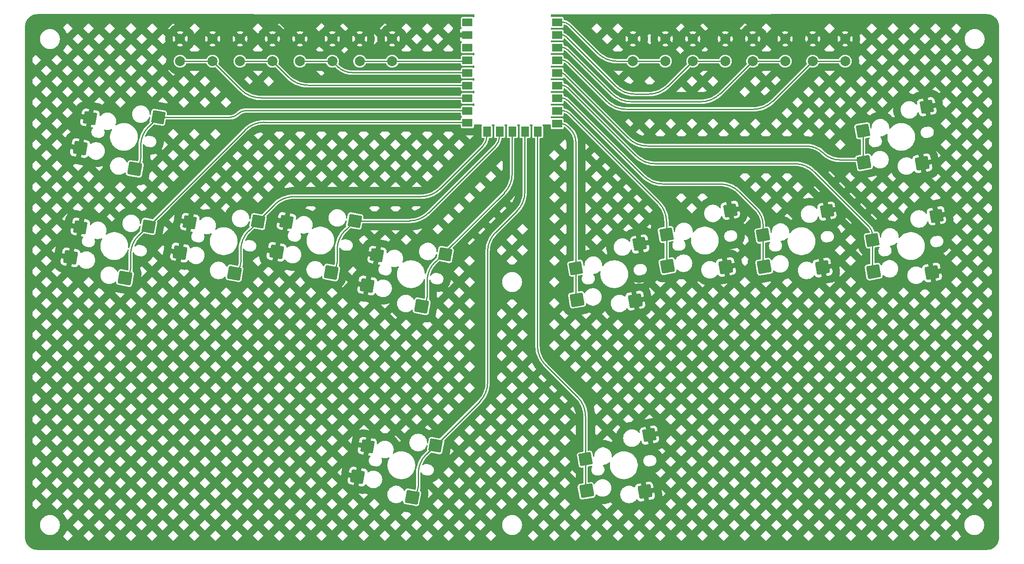
<source format=gbl>
G04 #@! TF.GenerationSoftware,KiCad,Pcbnew,9.0.2-rc1*
G04 #@! TF.CreationDate,2025-07-21T22:58:39+09:00*
G04 #@! TF.ProjectId,MAXCON-zero,4d415843-4f4e-42d7-9a65-726f2e6b6963,rev?*
G04 #@! TF.SameCoordinates,Original*
G04 #@! TF.FileFunction,Copper,L2,Bot*
G04 #@! TF.FilePolarity,Positive*
%FSLAX46Y46*%
G04 Gerber Fmt 4.6, Leading zero omitted, Abs format (unit mm)*
G04 Created by KiCad (PCBNEW 9.0.2-rc1) date 2025-07-21 22:58:39*
%MOMM*%
%LPD*%
G01*
G04 APERTURE LIST*
G04 Aperture macros list*
%AMRoundRect*
0 Rectangle with rounded corners*
0 $1 Rounding radius*
0 $2 $3 $4 $5 $6 $7 $8 $9 X,Y pos of 4 corners*
0 Add a 4 corners polygon primitive as box body*
4,1,4,$2,$3,$4,$5,$6,$7,$8,$9,$2,$3,0*
0 Add four circle primitives for the rounded corners*
1,1,$1+$1,$2,$3*
1,1,$1+$1,$4,$5*
1,1,$1+$1,$6,$7*
1,1,$1+$1,$8,$9*
0 Add four rect primitives between the rounded corners*
20,1,$1+$1,$2,$3,$4,$5,0*
20,1,$1+$1,$4,$5,$6,$7,0*
20,1,$1+$1,$6,$7,$8,$9,0*
20,1,$1+$1,$8,$9,$2,$3,0*%
G04 Aperture macros list end*
G04 #@! TA.AperFunction,SMDPad,CuDef*
%ADD10RoundRect,0.260000X1.229414X0.839265X-0.868226X1.209135X-1.229414X-0.839265X0.868226X-1.209135X0*%
G04 #@! TD*
G04 #@! TA.AperFunction,SMDPad,CuDef*
%ADD11RoundRect,0.250000X1.183076X0.806818X-0.835780X1.162797X-1.183076X-0.806818X0.835780X-1.162797X0*%
G04 #@! TD*
G04 #@! TA.AperFunction,ComponentPad*
%ADD12C,2.000000*%
G04 #@! TD*
G04 #@! TA.AperFunction,SMDPad,CuDef*
%ADD13R,2.000000X1.600000*%
G04 #@! TD*
G04 #@! TA.AperFunction,SMDPad,CuDef*
%ADD14R,1.600000X2.000000*%
G04 #@! TD*
G04 #@! TA.AperFunction,SMDPad,CuDef*
%ADD15RoundRect,0.260000X0.868226X1.209135X-1.229414X0.839265X-0.868226X-1.209135X1.229414X-0.839265X0*%
G04 #@! TD*
G04 #@! TA.AperFunction,SMDPad,CuDef*
%ADD16RoundRect,0.250000X0.835780X1.162797X-1.183076X0.806818X-0.835780X-1.162797X1.183076X-0.806818X0*%
G04 #@! TD*
G04 #@! TA.AperFunction,Conductor*
%ADD17C,0.250000*%
G04 #@! TD*
G04 APERTURE END LIST*
D10*
G04 #@! TO.P,GP15,1,A*
G04 #@! TO.N,GND*
X47723468Y-61251300D03*
D11*
X49687270Y-55210538D03*
D10*
G04 #@! TO.P,GP15,2,B*
G04 #@! TO.N,Net-(RZ1-GP15)*
X58656884Y-65413092D03*
D11*
X63374001Y-55044694D03*
G04 #@! TD*
D12*
G04 #@! TO.P,GP27,1,A*
G04 #@! TO.N,Net-(RZ1-GP27)*
X86270086Y-43792822D03*
X79770086Y-43792822D03*
G04 #@! TO.P,GP27,2,B*
G04 #@! TO.N,GND*
X86270086Y-39292822D03*
X79770086Y-39292822D03*
G04 #@! TD*
G04 #@! TO.P,GP29,1,A*
G04 #@! TO.N,Net-(RZ1-GP29)*
X110270086Y-43792822D03*
X103770086Y-43792822D03*
G04 #@! TO.P,GP29,2,B*
G04 #@! TO.N,GND*
X110270086Y-39292822D03*
X103770086Y-39292822D03*
G04 #@! TD*
D13*
G04 #@! TO.P,RZ1,1,GP0*
G04 #@! TO.N,Net-(RZ1-GP0)*
X143336529Y-35999797D03*
G04 #@! TO.P,RZ1,2,GP1*
G04 #@! TO.N,Net-(RZ1-GP1)*
X143336529Y-38539797D03*
G04 #@! TO.P,RZ1,3,GP2*
G04 #@! TO.N,Net-(RZ1-GP2)*
X143336529Y-41079797D03*
G04 #@! TO.P,RZ1,4,GP3*
G04 #@! TO.N,Net-(RZ1-GP3)*
X143336529Y-43619797D03*
G04 #@! TO.P,RZ1,5,GP4*
G04 #@! TO.N,Net-(RZ1-GP4)*
X143336529Y-46159797D03*
G04 #@! TO.P,RZ1,6,GP5*
G04 #@! TO.N,Net-(RZ1-GP5)*
X143336529Y-48699797D03*
G04 #@! TO.P,RZ1,7,GP6*
G04 #@! TO.N,Net-(RZ1-GP6)*
X143336529Y-51239797D03*
G04 #@! TO.P,RZ1,8,GP7*
G04 #@! TO.N,Net-(RZ1-GP7)*
X143336529Y-53779797D03*
G04 #@! TO.P,RZ1,9,GP8*
G04 #@! TO.N,Net-(RZ1-GP8)*
X143336529Y-56319797D03*
D14*
G04 #@! TO.P,RZ1,10,GP9*
G04 #@! TO.N,Net-(RZ1-GP9)*
X139416529Y-57909797D03*
G04 #@! TO.P,RZ1,11,GP10*
G04 #@! TO.N,Net-(RZ1-GP10)*
X136876529Y-57909797D03*
G04 #@! TO.P,RZ1,12,GP11*
G04 #@! TO.N,Net-(RZ1-GP11)*
X134336529Y-57909797D03*
G04 #@! TO.P,RZ1,13,GP12*
G04 #@! TO.N,Net-(RZ1-GP12)*
X131796529Y-57909797D03*
G04 #@! TO.P,RZ1,14,GP13*
G04 #@! TO.N,Net-(RZ1-GP13)*
X129256529Y-57909797D03*
D13*
G04 #@! TO.P,RZ1,15,GP14*
G04 #@! TO.N,Net-(RZ1-GP14)*
X125336529Y-56131797D03*
G04 #@! TO.P,RZ1,16,GP15*
G04 #@! TO.N,Net-(RZ1-GP15)*
X125336529Y-53779797D03*
G04 #@! TO.P,RZ1,17,GP26*
G04 #@! TO.N,Net-(RZ1-GP26)*
X125336529Y-51239797D03*
G04 #@! TO.P,RZ1,18,GP27*
G04 #@! TO.N,Net-(RZ1-GP27)*
X125336529Y-48699797D03*
G04 #@! TO.P,RZ1,19,GP28*
G04 #@! TO.N,Net-(RZ1-GP28)*
X125336529Y-46159797D03*
G04 #@! TO.P,RZ1,20,GP29*
G04 #@! TO.N,Net-(RZ1-GP29)*
X125336529Y-43619797D03*
G04 #@! TO.P,RZ1,21,3v3*
G04 #@! TO.N,unconnected-(RZ1-3v3-Pad21)*
X125336529Y-41079797D03*
G04 #@! TO.P,RZ1,22,GND*
G04 #@! TO.N,GND*
X125336529Y-38539797D03*
G04 #@! TO.P,RZ1,23,5V*
G04 #@! TO.N,unconnected-(RZ1-5V-Pad23)*
X125336529Y-35999797D03*
G04 #@! TD*
D15*
G04 #@! TO.P,GP7,1,A*
G04 #@! TO.N,Net-(RZ1-GP7)*
X165456941Y-84912755D03*
D16*
X165236249Y-78564636D03*
D15*
G04 #@! TO.P,GP7,2,B*
G04 #@! TO.N,GND*
X177154407Y-85084112D03*
D16*
X178040846Y-73727656D03*
G04 #@! TD*
D12*
G04 #@! TO.P,GP1,1,A*
G04 #@! TO.N,Net-(RZ1-GP1)*
X177022681Y-43792822D03*
X170522681Y-43792822D03*
G04 #@! TO.P,GP1,2,B*
G04 #@! TO.N,GND*
X177022681Y-39292822D03*
X170522681Y-39292822D03*
G04 #@! TD*
D10*
G04 #@! TO.P,GP13,1,A*
G04 #@! TO.N,GND*
X67727990Y-82188126D03*
D11*
X69691792Y-76147364D03*
D10*
G04 #@! TO.P,GP13,2,B*
G04 #@! TO.N,Net-(RZ1-GP13)*
X78661406Y-86349918D03*
D11*
X83378523Y-75981520D03*
G04 #@! TD*
D15*
G04 #@! TO.P,GP9,1,A*
G04 #@! TO.N,Net-(RZ1-GP9)*
X149229970Y-130015755D03*
D16*
X149009278Y-123667636D03*
D15*
G04 #@! TO.P,GP9,2,B*
G04 #@! TO.N,GND*
X160927436Y-130187112D03*
D16*
X161813875Y-118830656D03*
G04 #@! TD*
D12*
G04 #@! TO.P,GP2,1,A*
G04 #@! TO.N,Net-(RZ1-GP2)*
X189022681Y-43792822D03*
X182522681Y-43792822D03*
G04 #@! TO.P,GP2,2,B*
G04 #@! TO.N,GND*
X189022681Y-39292822D03*
X182522681Y-39292822D03*
G04 #@! TD*
D10*
G04 #@! TO.P,GP10,1,A*
G04 #@! TO.N,GND*
X103323316Y-127152297D03*
D11*
X105287118Y-121111535D03*
D10*
G04 #@! TO.P,GP10,2,B*
G04 #@! TO.N,Net-(RZ1-GP10)*
X114256732Y-131314089D03*
D11*
X118973849Y-120945691D03*
G04 #@! TD*
D15*
G04 #@! TO.P,GP5,1,A*
G04 #@! TO.N,Net-(RZ1-GP5)*
X206757958Y-86020234D03*
D16*
X206537266Y-79672115D03*
D15*
G04 #@! TO.P,GP5,2,B*
G04 #@! TO.N,GND*
X218455424Y-86191591D03*
D16*
X219341863Y-74835135D03*
G04 #@! TD*
D15*
G04 #@! TO.P,GP8,1,A*
G04 #@! TO.N,Net-(RZ1-GP8)*
X147304122Y-91667580D03*
D16*
X147083430Y-85319461D03*
D15*
G04 #@! TO.P,GP8,2,B*
G04 #@! TO.N,GND*
X159001588Y-91838937D03*
D16*
X159888027Y-80482481D03*
G04 #@! TD*
D12*
G04 #@! TO.P,GP3,1,A*
G04 #@! TO.N,Net-(RZ1-GP3)*
X201045530Y-43792822D03*
X194545530Y-43792822D03*
G04 #@! TO.P,GP3,2,B*
G04 #@! TO.N,GND*
X201045530Y-39292821D03*
X194545529Y-39292822D03*
G04 #@! TD*
D10*
G04 #@! TO.P,GP12,1,A*
G04 #@! TO.N,GND*
X87096346Y-82049297D03*
D11*
X89060148Y-76008535D03*
D10*
G04 #@! TO.P,GP12,2,B*
G04 #@! TO.N,Net-(RZ1-GP12)*
X98029762Y-86211089D03*
D11*
X102746879Y-75842691D03*
G04 #@! TD*
D10*
G04 #@! TO.P,GP14,1,A*
G04 #@! TO.N,GND*
X45795329Y-83156776D03*
D11*
X47759131Y-77116014D03*
D10*
G04 #@! TO.P,GP14,2,B*
G04 #@! TO.N,Net-(RZ1-GP14)*
X56728745Y-87318568D03*
D11*
X61445862Y-76950170D03*
G04 #@! TD*
D10*
G04 #@! TO.P,GP11,1,A*
G04 #@! TO.N,GND*
X105249165Y-88804122D03*
D11*
X107212967Y-82763360D03*
D10*
G04 #@! TO.P,GP11,2,B*
G04 #@! TO.N,Net-(RZ1-GP11)*
X116182581Y-92965914D03*
D11*
X120899698Y-82597516D03*
G04 #@! TD*
D12*
G04 #@! TO.P,GP0,1,A*
G04 #@! TO.N,Net-(RZ1-GP0)*
X165022681Y-43792822D03*
X158522681Y-43792822D03*
G04 #@! TO.P,GP0,2,B*
G04 #@! TO.N,GND*
X165022681Y-39292822D03*
X158522681Y-39292822D03*
G04 #@! TD*
G04 #@! TO.P,GP28,1,A*
G04 #@! TO.N,Net-(RZ1-GP28)*
X98270086Y-43792822D03*
X91770086Y-43792822D03*
G04 #@! TO.P,GP28,2,B*
G04 #@! TO.N,GND*
X98270086Y-39292822D03*
X91770086Y-39292822D03*
G04 #@! TD*
D15*
G04 #@! TO.P,GP4,1,A*
G04 #@! TO.N,Net-(RZ1-GP4)*
X204829819Y-64114758D03*
D16*
X204609127Y-57766639D03*
D15*
G04 #@! TO.P,GP4,2,B*
G04 #@! TO.N,GND*
X216527285Y-64286115D03*
D16*
X217413724Y-52929659D03*
G04 #@! TD*
D15*
G04 #@! TO.P,GP6,1,A*
G04 #@! TO.N,Net-(RZ1-GP6)*
X184825297Y-85051584D03*
D16*
X184604605Y-78703465D03*
D15*
G04 #@! TO.P,GP6,2,B*
G04 #@! TO.N,GND*
X196522763Y-85222941D03*
D16*
X197409202Y-73866485D03*
G04 #@! TD*
D12*
G04 #@! TO.P,GP26,1,A*
G04 #@! TO.N,Net-(RZ1-GP26)*
X74270086Y-43792822D03*
X67770086Y-43792822D03*
G04 #@! TO.P,GP26,2,B*
G04 #@! TO.N,GND*
X74270086Y-39292821D03*
X67770085Y-39292822D03*
G04 #@! TD*
D17*
G04 #@! TO.N,Net-(RZ1-GP7)*
X165236249Y-76221492D02*
X165236249Y-80907780D01*
X165236249Y-76221492D02*
X165236249Y-75988680D01*
X165346595Y-84802409D02*
X165456941Y-84912755D01*
X165236249Y-84536010D02*
X165236249Y-80907780D01*
X145857504Y-54355972D02*
X163642456Y-72140924D01*
X144251629Y-53690797D02*
X143310929Y-53690797D01*
X145857504Y-54355972D02*
G75*
G03*
X144251629Y-53690763I-1605904J-1605828D01*
G01*
X165236249Y-84536010D02*
G75*
G03*
X165346599Y-84802405I376751J10D01*
G01*
X163642456Y-72140924D02*
G75*
G02*
X165236263Y-75988680I-3847756J-3847776D01*
G01*
G04 #@! TO.N,Net-(RZ1-GP0)*
X158510432Y-43799997D02*
X155335492Y-43799997D01*
X144251629Y-35910797D02*
X143310929Y-35910797D01*
X158522681Y-43792822D02*
X165022681Y-43792822D01*
X151487736Y-42206204D02*
X145857504Y-36575972D01*
X158519093Y-43796409D02*
X158522681Y-43792822D01*
X151487736Y-42206204D02*
G75*
G03*
X155335492Y-43799988I3847764J3847804D01*
G01*
X158519093Y-43796409D02*
G75*
G02*
X158510432Y-43800005I-8693J8709D01*
G01*
X145857504Y-36575972D02*
G75*
G03*
X144251629Y-35910763I-1605904J-1605828D01*
G01*
G04 #@! TO.N,Net-(RZ1-GP1)*
X165505298Y-48810204D02*
X170522681Y-43792822D01*
X161657542Y-50403997D02*
X158891492Y-50403997D01*
X143997629Y-38450797D02*
X143310929Y-38450797D01*
X170522681Y-43792822D02*
X177022681Y-43792822D01*
X145169899Y-38936367D02*
X155043736Y-48810204D01*
X155043736Y-48810204D02*
G75*
G03*
X158891492Y-50403988I3847764J3847804D01*
G01*
X165505298Y-48810204D02*
G75*
G02*
X161657542Y-50404012I-3847798J3847804D01*
G01*
X145169899Y-38936367D02*
G75*
G03*
X143997629Y-38450766I-1172299J-1172233D01*
G01*
G04 #@! TO.N,Net-(RZ1-GP2)*
X158129492Y-51927997D02*
X172133542Y-51927997D01*
X175981298Y-50334204D02*
X182522681Y-43792822D01*
X144124629Y-40990797D02*
X143310929Y-40990797D01*
X182522681Y-43792822D02*
X189022681Y-43792822D01*
X154281736Y-50334204D02*
X145513701Y-41566169D01*
X175981298Y-50334204D02*
G75*
G02*
X172133542Y-51928012I-3847798J3847804D01*
G01*
X154281736Y-50334204D02*
G75*
G03*
X158129492Y-51927988I3847764J3847804D01*
G01*
X145513701Y-41566169D02*
G75*
G03*
X144124629Y-40990764I-1389101J-1389031D01*
G01*
G04 #@! TO.N,Net-(RZ1-GP6)*
X179821321Y-70031789D02*
X183229850Y-73440318D01*
X184714951Y-84941238D02*
X184825297Y-85051584D01*
X184604605Y-76759269D02*
X184604605Y-80647661D01*
X145513701Y-51726169D02*
X160631736Y-66844204D01*
X175973565Y-68437997D02*
X164479492Y-68437997D01*
X184604605Y-84674839D02*
X184604605Y-80647661D01*
X144124629Y-51150797D02*
X143310929Y-51150797D01*
X183229850Y-73440318D02*
G75*
G02*
X184604627Y-76759269I-3318950J-3318982D01*
G01*
X179821321Y-70031789D02*
G75*
G03*
X175973565Y-68438008I-3847721J-3847711D01*
G01*
X184604605Y-84674839D02*
G75*
G03*
X184714981Y-84941208I376695J39D01*
G01*
X160631736Y-66844204D02*
G75*
G03*
X164479492Y-68437988I3847764J3847804D01*
G01*
X145513701Y-51726169D02*
G75*
G03*
X144124629Y-51150764I-1389101J-1389031D01*
G01*
G04 #@! TO.N,Net-(RZ1-GP4)*
X204765807Y-64050746D02*
X204578438Y-63863377D01*
X144826096Y-46466564D02*
X157583736Y-59224204D01*
X203971552Y-63611997D02*
X200015185Y-63611997D01*
X204609127Y-63556962D02*
X204609127Y-57766639D01*
X204765807Y-63869695D02*
X204719473Y-63823361D01*
X143870629Y-46070797D02*
X143310929Y-46070797D01*
X193269872Y-60817997D02*
X161431492Y-60817997D01*
X196642529Y-62214997D02*
G75*
G03*
X193269872Y-60818030I-3372629J-3372703D01*
G01*
X204765807Y-64050746D02*
G75*
G03*
X204829804Y-64024232I26493J26546D01*
G01*
X204765807Y-63869695D02*
G75*
G02*
X204829804Y-64024232I-154507J-154505D01*
G01*
X144826096Y-46466564D02*
G75*
G03*
X143870629Y-46070767I-955496J-955436D01*
G01*
X204609127Y-63556962D02*
G75*
G03*
X204719448Y-63823386I376773J-38D01*
G01*
X196642529Y-62214997D02*
G75*
G03*
X200015185Y-63611995I3372671J3372697D01*
G01*
X204578438Y-63863377D02*
G75*
G03*
X203971552Y-63612041I-606838J-606923D01*
G01*
X157583736Y-59224204D02*
G75*
G03*
X161431492Y-60817988I3847764J3847804D01*
G01*
G04 #@! TO.N,Net-(RZ1-GP5)*
X206537266Y-79672115D02*
X206537266Y-85799542D01*
X205839216Y-76999684D02*
X194807321Y-65967789D01*
X144124629Y-48610797D02*
X143310929Y-48610797D01*
X206537266Y-78684924D02*
X206537266Y-79672115D01*
X159107736Y-62780204D02*
X145513701Y-49186169D01*
X206537266Y-85799542D02*
X206757958Y-86020234D01*
X190959565Y-64373997D02*
X162955492Y-64373997D01*
X205839216Y-76999684D02*
G75*
G02*
X206537255Y-78684924I-1685216J-1685216D01*
G01*
X145513701Y-49186169D02*
G75*
G03*
X144124629Y-48610764I-1389101J-1389031D01*
G01*
X159107736Y-62780204D02*
G75*
G03*
X162955492Y-64373988I3847764J3847804D01*
G01*
X194807321Y-65967789D02*
G75*
G03*
X190959565Y-64374008I-3847721J-3847711D01*
G01*
G04 #@! TO.N,Net-(RZ1-GP15)*
X81002851Y-53690797D02*
X125310929Y-53690797D01*
X59863529Y-60785960D02*
X59863529Y-63353222D01*
X63385585Y-55044694D02*
X77734255Y-55044694D01*
X63385585Y-55044694D02*
X63362416Y-55044694D01*
X61457321Y-56938203D02*
X63342640Y-55052885D01*
X59260206Y-64809771D02*
X58656884Y-65413094D01*
X81002851Y-53690797D02*
G75*
G03*
X79368587Y-54367779I49J-2311203D01*
G01*
X63362416Y-55044694D02*
G75*
G03*
X63342624Y-55052869I-16J-28006D01*
G01*
X79368553Y-54367745D02*
G75*
G02*
X77734255Y-55044648I-1634253J1634345D01*
G01*
X59863529Y-63353222D02*
G75*
G02*
X59260187Y-64809752I-2059829J22D01*
G01*
X61457321Y-56938203D02*
G75*
G03*
X59863506Y-60785960I3847779J-3847797D01*
G01*
G04 #@! TO.N,Net-(RZ1-GP26)*
X83882024Y-51150797D02*
X125310929Y-51150797D01*
X74270086Y-43792822D02*
X67770086Y-43792822D01*
X80034268Y-49557004D02*
X74270086Y-43792822D01*
X80034268Y-49557004D02*
G75*
G03*
X83882024Y-51150766I3847732J3847804D01*
G01*
G04 #@! TO.N,Net-(RZ1-GP27)*
X93342024Y-48610797D02*
X125310929Y-48610797D01*
X86270086Y-43792822D02*
X79770086Y-43792822D01*
X89494268Y-47017004D02*
X86270086Y-43792822D01*
X89494268Y-47017004D02*
G75*
G03*
X93342024Y-48610766I3847732J3847804D01*
G01*
G04 #@! TO.N,Net-(RZ1-GP28)*
X99409073Y-44931809D02*
X98270086Y-43792822D01*
X98270086Y-43792822D02*
X91770086Y-43792822D01*
X102158832Y-46070797D02*
X125310929Y-46070797D01*
X99409073Y-44931809D02*
G75*
G03*
X102158832Y-46070759I2749727J2749809D01*
G01*
G04 #@! TO.N,Net-(RZ1-GP29)*
X110270086Y-43792822D02*
X103770086Y-43792822D01*
X125179916Y-43661809D02*
X125310929Y-43530797D01*
X124863624Y-43792822D02*
X110270086Y-43792822D01*
X125179916Y-43661809D02*
G75*
G02*
X124863624Y-43792833I-316316J316309D01*
G01*
G04 #@! TO.N,Net-(RZ1-GP8)*
X145398532Y-56858400D02*
X145971679Y-57431547D01*
X147083430Y-60115550D02*
X147083430Y-85319461D01*
X147083430Y-91446888D02*
X147304122Y-91667580D01*
X147083430Y-85319461D02*
X147083430Y-91446888D01*
X144098229Y-56319797D02*
X143336529Y-56319797D01*
X145398532Y-56858400D02*
G75*
G03*
X144098229Y-56319775I-1300332J-1300300D01*
G01*
X145971679Y-57431547D02*
G75*
G02*
X147083472Y-60115550I-2683979J-2684053D01*
G01*
G04 #@! TO.N,Net-(RZ1-GP9)*
X139390929Y-100919329D02*
X139390929Y-57820797D01*
X149009278Y-121324492D02*
X149009278Y-126010780D01*
X149009278Y-129639010D02*
X149009278Y-126010780D01*
X149119624Y-129905409D02*
X149229970Y-130015755D01*
X147415485Y-111197849D02*
X140984721Y-104767085D01*
X149009278Y-115045605D02*
X149009278Y-121324492D01*
X147415485Y-111197849D02*
G75*
G02*
X149009266Y-115045605I-3847785J-3847751D01*
G01*
X149009278Y-129639010D02*
G75*
G03*
X149119634Y-129905399I376722J10D01*
G01*
X139390929Y-100919329D02*
G75*
G03*
X140984731Y-104767075I5441571J29D01*
G01*
G04 #@! TO.N,Net-(RZ1-GP11)*
X116725055Y-92423442D02*
X116182581Y-92965916D01*
X117267529Y-91113793D02*
X117267529Y-87910853D01*
X120196272Y-82781253D02*
X118823769Y-84153756D01*
X134310929Y-66412633D02*
X134310929Y-57820797D01*
X132717136Y-70260389D02*
X121083435Y-81894090D01*
X120899698Y-82337672D02*
G75*
G02*
X120639854Y-82597498I-259798J-28D01*
G01*
X121083435Y-81894090D02*
G75*
G03*
X120899673Y-82337672I443565J-443610D01*
G01*
X117267529Y-91113793D02*
G75*
G02*
X116725059Y-92423446I-1852129J-7D01*
G01*
X134310929Y-66412633D02*
G75*
G02*
X132717116Y-70260369I-5441529J33D01*
G01*
X120639854Y-82597516D02*
G75*
G03*
X120196303Y-82781284I46J-627284D01*
G01*
X118823769Y-84153756D02*
G75*
G03*
X117267576Y-87910853I3757131J-3757044D01*
G01*
G04 #@! TO.N,Net-(RZ1-GP12)*
X131770929Y-58925697D02*
X131770929Y-57820797D01*
X102745480Y-75848045D02*
X100827321Y-77766204D01*
X113704871Y-75842691D02*
X102748857Y-75842691D01*
X98631645Y-85609207D02*
X98029762Y-86211091D01*
X117552627Y-74248898D02*
X130989646Y-60811879D01*
X99233529Y-81613960D02*
X99233529Y-84156132D01*
X100827321Y-77766204D02*
G75*
G03*
X99233507Y-81613960I3847779J-3847796D01*
G01*
X102748857Y-75842691D02*
G75*
G03*
X102746891Y-75844669I43J-2009D01*
G01*
X131770929Y-58925697D02*
G75*
G02*
X130989641Y-60811874I-2667429J-3D01*
G01*
X102746879Y-75844669D02*
G75*
G02*
X102745497Y-75848062I-4779J-31D01*
G01*
X117552627Y-74248898D02*
G75*
G02*
X113704871Y-75842658I-3847727J3847798D01*
G01*
X99233529Y-84156132D02*
G75*
G02*
X98631623Y-85609185I-2054929J32D01*
G01*
G04 #@! TO.N,Net-(RZ1-GP13)*
X129230929Y-58925697D02*
X129230929Y-57820797D01*
X83403454Y-75886071D02*
X86717736Y-72571789D01*
X79929529Y-81684477D02*
X79929529Y-84185098D01*
X81523321Y-77836720D02*
X83353591Y-76006451D01*
X90565492Y-70977997D02*
X116029565Y-70977997D01*
X79295467Y-85715858D02*
X78661406Y-86349920D01*
X128449646Y-60811879D02*
X119877321Y-69384204D01*
X83403454Y-75886071D02*
G75*
G03*
X83378482Y-75946261I60146J-60229D01*
G01*
X119877321Y-69384204D02*
G75*
G02*
X116029565Y-70977958I-3847721J3847804D01*
G01*
X90565492Y-70977997D02*
G75*
G03*
X86717750Y-72571803I8J-5441503D01*
G01*
X81523321Y-77836720D02*
G75*
G03*
X79929518Y-81684477I3847779J-3847780D01*
G01*
X129230929Y-58925697D02*
G75*
G02*
X128449641Y-60811874I-2667429J-3D01*
G01*
X83378523Y-75946261D02*
G75*
G02*
X83353611Y-76006471I-85123J-39D01*
G01*
X79929529Y-84185098D02*
G75*
G02*
X79295470Y-85715861I-2164829J-2D01*
G01*
G04 #@! TO.N,Net-(RZ1-GP14)*
X84607198Y-56042797D02*
X125310929Y-56042797D01*
X57280137Y-86767178D02*
X56728745Y-87318570D01*
X59425321Y-78782203D02*
X61190709Y-77016816D01*
X57831529Y-82629960D02*
X57831529Y-85435999D01*
X61512508Y-76883523D02*
X80759442Y-57636589D01*
X84607198Y-56042797D02*
G75*
G03*
X80759453Y-57636600I2J-5441503D01*
G01*
X59425321Y-78782203D02*
G75*
G03*
X57831506Y-82629960I3847779J-3847797D01*
G01*
X61351609Y-76950170D02*
G75*
G03*
X61190708Y-77016815I-9J-227530D01*
G01*
X61512508Y-76883523D02*
G75*
G02*
X61351609Y-76950169I-160908J160923D01*
G01*
X57831529Y-85435999D02*
G75*
G02*
X57280149Y-86767190I-1882629J-1D01*
G01*
G04 #@! TO.N,Net-(RZ1-GP3)*
X186480147Y-51858204D02*
X194545530Y-43792822D01*
X144124629Y-43530797D02*
X143310929Y-43530797D01*
X194545530Y-43792822D02*
X201045530Y-43792822D01*
X182632391Y-53451997D02*
X157113492Y-53451997D01*
X145513701Y-44106169D02*
X153265736Y-51858204D01*
X153265736Y-51858204D02*
G75*
G03*
X157113492Y-53451988I3847764J3847804D01*
G01*
X145513701Y-44106169D02*
G75*
G03*
X144124629Y-43530764I-1389101J-1389031D01*
G01*
X186480147Y-51858204D02*
G75*
G02*
X182632391Y-53451976I-3847747J3847804D01*
G01*
G04 #@! TO.N,Net-(RZ1-GP10)*
X118822232Y-120985293D02*
X117083321Y-122724203D01*
X119013451Y-120906088D02*
X127799943Y-112119596D01*
X135257136Y-73882589D02*
X130987528Y-78152197D01*
X136850929Y-70034833D02*
X136850929Y-57820797D01*
X129393736Y-81999953D02*
X129393736Y-108271840D01*
X115489529Y-126571960D02*
X115489529Y-129209574D01*
X114873130Y-130697692D02*
X114256732Y-131314091D01*
X117083321Y-122724203D02*
G75*
G03*
X115489506Y-126571960I3847779J-3847797D01*
G01*
X114873130Y-130697692D02*
G75*
G03*
X115489507Y-129209574I-1488130J1488092D01*
G01*
X118822232Y-120985293D02*
G75*
G02*
X118917842Y-120945719I95568J-95607D01*
G01*
X119013451Y-120906088D02*
G75*
G02*
X118917842Y-120945726I-95651J95588D01*
G01*
X136850929Y-70034833D02*
G75*
G02*
X135257116Y-73882569I-5441529J33D01*
G01*
X129393736Y-108271840D02*
G75*
G02*
X127799921Y-112119574I-5441536J40D01*
G01*
X130987528Y-78152197D02*
G75*
G03*
X129393707Y-81999953I3847772J-3847803D01*
G01*
G04 #@! TD*
G04 #@! TA.AperFunction,Conductor*
G04 #@! TO.N,GND*
G36*
X229427259Y-34341722D02*
G01*
X229691778Y-34357725D01*
X229700446Y-34358557D01*
X229761287Y-34366568D01*
X229767406Y-34367531D01*
X229996724Y-34409557D01*
X230006396Y-34411736D01*
X230058289Y-34425642D01*
X230063034Y-34427016D01*
X230293832Y-34498938D01*
X230304388Y-34502761D01*
X230338637Y-34516948D01*
X230342075Y-34518433D01*
X230578260Y-34624733D01*
X230591506Y-34631685D01*
X230797097Y-34755971D01*
X230836973Y-34780078D01*
X230849296Y-34788584D01*
X231075081Y-34965477D01*
X231086289Y-34975406D01*
X231289110Y-35178229D01*
X231299039Y-35189437D01*
X231475932Y-35415226D01*
X231484438Y-35427550D01*
X231632817Y-35673001D01*
X231639776Y-35686259D01*
X231746094Y-35922488D01*
X231747579Y-35925926D01*
X231761741Y-35960116D01*
X231765565Y-35970679D01*
X231837491Y-36201500D01*
X231838881Y-36206297D01*
X231852758Y-36258088D01*
X231854952Y-36267829D01*
X231896966Y-36497089D01*
X231897936Y-36503256D01*
X231905942Y-36564070D01*
X231906777Y-36572767D01*
X231915271Y-36713173D01*
X231922744Y-36836720D01*
X231922803Y-36837684D01*
X231923029Y-36845172D01*
X231923029Y-139387249D01*
X231922803Y-139394736D01*
X231906825Y-139658871D01*
X231905990Y-139667570D01*
X231897870Y-139729246D01*
X231896900Y-139735412D01*
X231855038Y-139963846D01*
X231852844Y-139973587D01*
X231838709Y-140026340D01*
X231837319Y-140031137D01*
X231765679Y-140261040D01*
X231761856Y-140271599D01*
X231747240Y-140306888D01*
X231745754Y-140310330D01*
X231639899Y-140545530D01*
X231634204Y-140556650D01*
X231633496Y-140557876D01*
X231632232Y-140560014D01*
X231484460Y-140804462D01*
X231475954Y-140816786D01*
X231299059Y-141042578D01*
X231289130Y-141053786D01*
X231086307Y-141256612D01*
X231075099Y-141266541D01*
X230849312Y-141443436D01*
X230836989Y-141451942D01*
X230592537Y-141599721D01*
X230590369Y-141601002D01*
X230589144Y-141601709D01*
X230578053Y-141607387D01*
X230342842Y-141713249D01*
X230339403Y-141714735D01*
X230304134Y-141729344D01*
X230293573Y-141733168D01*
X230063680Y-141804808D01*
X230058884Y-141806197D01*
X230006120Y-141820336D01*
X229996376Y-141822531D01*
X229767928Y-141864397D01*
X229761764Y-141865367D01*
X229700104Y-141873486D01*
X229691405Y-141874321D01*
X229441289Y-141889454D01*
X229427786Y-141890271D01*
X229420299Y-141890497D01*
X39177278Y-141890497D01*
X39169792Y-141890271D01*
X38904076Y-141874200D01*
X38895379Y-141873365D01*
X38837460Y-141865741D01*
X38831293Y-141864771D01*
X38599309Y-141822261D01*
X38589567Y-141820067D01*
X38540850Y-141807014D01*
X38536053Y-141805625D01*
X38400105Y-141763264D01*
X38302271Y-141732778D01*
X38291717Y-141728956D01*
X38282259Y-141725039D01*
X38261073Y-141716263D01*
X38257637Y-141714779D01*
X38018779Y-141607280D01*
X38005520Y-141600321D01*
X37760055Y-141451934D01*
X37747732Y-141443428D01*
X37521948Y-141266540D01*
X37510739Y-141256611D01*
X37307909Y-141053784D01*
X37297979Y-141042575D01*
X37214429Y-140935932D01*
X37121081Y-140816782D01*
X37112583Y-140804471D01*
X36964179Y-140558982D01*
X36957235Y-140545752D01*
X36849865Y-140307186D01*
X36848413Y-140303827D01*
X36835506Y-140272666D01*
X36831693Y-140262135D01*
X36758972Y-140028765D01*
X36757598Y-140024020D01*
X36744405Y-139974779D01*
X36742214Y-139965054D01*
X36699790Y-139733551D01*
X36698826Y-139727426D01*
X36691116Y-139668857D01*
X36690287Y-139660219D01*
X36674255Y-139395166D01*
X36674029Y-139387680D01*
X36674029Y-139209279D01*
X44299411Y-139209279D01*
X45179890Y-140089758D01*
X46241965Y-139027684D01*
X48360456Y-139027684D01*
X49422531Y-140089759D01*
X50484606Y-139027684D01*
X52603097Y-139027684D01*
X53665172Y-140089759D01*
X54727247Y-139027684D01*
X56845738Y-139027684D01*
X57907813Y-140089759D01*
X58969888Y-139027684D01*
X61088378Y-139027684D01*
X62150453Y-140089759D01*
X63212528Y-139027684D01*
X65331019Y-139027684D01*
X66393094Y-140089759D01*
X67455169Y-139027684D01*
X69573660Y-139027684D01*
X70635735Y-140089759D01*
X71697810Y-139027684D01*
X73816300Y-139027684D01*
X74878375Y-140089758D01*
X75940450Y-139027684D01*
X78058941Y-139027684D01*
X79121016Y-140089759D01*
X80183091Y-139027684D01*
X82301582Y-139027684D01*
X83363657Y-140089759D01*
X84425732Y-139027684D01*
X86544222Y-139027684D01*
X87606297Y-140089758D01*
X88668372Y-139027684D01*
X90786863Y-139027684D01*
X91848938Y-140089759D01*
X92911013Y-139027684D01*
X95029504Y-139027684D01*
X96091579Y-140089759D01*
X97153654Y-139027684D01*
X99272145Y-139027684D01*
X100334219Y-140089758D01*
X101396294Y-139027684D01*
X103514785Y-139027684D01*
X104576860Y-140089759D01*
X105638935Y-139027684D01*
X107757426Y-139027684D01*
X108819501Y-140089759D01*
X109881576Y-139027684D01*
X112000067Y-139027684D01*
X113062141Y-140089758D01*
X114124216Y-139027684D01*
X116242707Y-139027684D01*
X117304782Y-140089759D01*
X118366857Y-139027684D01*
X120485348Y-139027684D01*
X121547423Y-140089759D01*
X122609498Y-139027684D01*
X124727989Y-139027684D01*
X125790063Y-140089758D01*
X126852138Y-139027684D01*
X128970629Y-139027684D01*
X130032704Y-140089759D01*
X131094779Y-139027684D01*
X137455911Y-139027684D01*
X138517986Y-140089759D01*
X139580061Y-139027684D01*
X141698551Y-139027684D01*
X142760626Y-140089758D01*
X143822701Y-139027684D01*
X145941192Y-139027684D01*
X147003267Y-140089759D01*
X148065342Y-139027684D01*
X150183833Y-139027684D01*
X151245908Y-140089759D01*
X152307983Y-139027684D01*
X154426473Y-139027684D01*
X155488548Y-140089758D01*
X156550623Y-139027684D01*
X158669114Y-139027684D01*
X159731189Y-140089759D01*
X160793264Y-139027684D01*
X162911755Y-139027684D01*
X163973830Y-140089759D01*
X165035905Y-139027684D01*
X167154396Y-139027684D01*
X168216470Y-140089758D01*
X169278545Y-139027684D01*
X171397036Y-139027684D01*
X172459111Y-140089759D01*
X173521186Y-139027684D01*
X175639677Y-139027684D01*
X176701752Y-140089759D01*
X177763827Y-139027684D01*
X179882318Y-139027684D01*
X180944392Y-140089758D01*
X182006467Y-139027684D01*
X184124958Y-139027684D01*
X185187033Y-140089759D01*
X186249108Y-139027684D01*
X188367599Y-139027684D01*
X189429674Y-140089759D01*
X190491749Y-139027684D01*
X192610240Y-139027684D01*
X193672314Y-140089758D01*
X194734389Y-139027684D01*
X196852880Y-139027684D01*
X197914955Y-140089759D01*
X198977030Y-139027684D01*
X201095521Y-139027684D01*
X202157596Y-140089759D01*
X203219671Y-139027684D01*
X205338162Y-139027684D01*
X206400237Y-140089759D01*
X207462312Y-139027684D01*
X209580802Y-139027684D01*
X210642877Y-140089758D01*
X211704952Y-139027684D01*
X213823443Y-139027684D01*
X214885518Y-140089759D01*
X215947593Y-139027684D01*
X218066084Y-139027684D01*
X219128159Y-140089759D01*
X220190234Y-139027684D01*
X222308724Y-139027684D01*
X223370798Y-140089758D01*
X224275983Y-139184573D01*
X224273762Y-139182039D01*
X224271140Y-139178948D01*
X224245230Y-139147373D01*
X224242713Y-139144201D01*
X224053245Y-138897284D01*
X224050829Y-138894026D01*
X224027002Y-138860777D01*
X224024691Y-138857439D01*
X223997450Y-138816670D01*
X223995252Y-138813261D01*
X223973643Y-138778512D01*
X223971556Y-138775030D01*
X223815928Y-138505473D01*
X223813958Y-138501928D01*
X223794687Y-138465876D01*
X223792834Y-138462270D01*
X223771148Y-138418300D01*
X223769412Y-138414629D01*
X223752516Y-138377341D01*
X223750901Y-138373616D01*
X223731168Y-138325978D01*
X223370799Y-137965609D01*
X222308724Y-139027684D01*
X220190234Y-139027684D01*
X219128159Y-137965609D01*
X218066084Y-139027684D01*
X215947593Y-139027684D01*
X214885518Y-137965609D01*
X213823443Y-139027684D01*
X211704952Y-139027684D01*
X210642877Y-137965609D01*
X209580802Y-139027684D01*
X207462312Y-139027684D01*
X206400237Y-137965609D01*
X205338162Y-139027684D01*
X203219671Y-139027684D01*
X202157596Y-137965609D01*
X201095521Y-139027684D01*
X198977030Y-139027684D01*
X197914955Y-137965609D01*
X196852880Y-139027684D01*
X194734389Y-139027684D01*
X193672314Y-137965609D01*
X192610240Y-139027684D01*
X190491749Y-139027684D01*
X189429674Y-137965609D01*
X188367599Y-139027684D01*
X186249108Y-139027684D01*
X185187033Y-137965609D01*
X184124958Y-139027684D01*
X182006467Y-139027684D01*
X180944392Y-137965609D01*
X179882318Y-139027684D01*
X177763827Y-139027684D01*
X176701752Y-137965609D01*
X175639677Y-139027684D01*
X173521186Y-139027684D01*
X172459111Y-137965609D01*
X171397036Y-139027684D01*
X169278545Y-139027684D01*
X168216470Y-137965609D01*
X167154396Y-139027684D01*
X165035905Y-139027684D01*
X163973830Y-137965609D01*
X162911755Y-139027684D01*
X160793264Y-139027684D01*
X159731189Y-137965609D01*
X158669114Y-139027684D01*
X156550623Y-139027684D01*
X155488548Y-137965609D01*
X154426473Y-139027684D01*
X152307983Y-139027684D01*
X151245908Y-137965609D01*
X150183833Y-139027684D01*
X148065342Y-139027684D01*
X147003267Y-137965609D01*
X145941192Y-139027684D01*
X143822701Y-139027684D01*
X142760626Y-137965609D01*
X141698551Y-139027684D01*
X139580061Y-139027684D01*
X138517986Y-137965609D01*
X137455911Y-139027684D01*
X131094779Y-139027684D01*
X130032704Y-137965609D01*
X128970629Y-139027684D01*
X126852138Y-139027684D01*
X125790063Y-137965609D01*
X124727989Y-139027684D01*
X122609498Y-139027684D01*
X121547423Y-137965609D01*
X120485348Y-139027684D01*
X118366857Y-139027684D01*
X117304782Y-137965609D01*
X116242707Y-139027684D01*
X114124216Y-139027684D01*
X113062141Y-137965609D01*
X112000067Y-139027684D01*
X109881576Y-139027684D01*
X108819501Y-137965609D01*
X107757426Y-139027684D01*
X105638935Y-139027684D01*
X104576860Y-137965609D01*
X103514785Y-139027684D01*
X101396294Y-139027684D01*
X100334219Y-137965609D01*
X99272145Y-139027684D01*
X97153654Y-139027684D01*
X96091579Y-137965609D01*
X95029504Y-139027684D01*
X92911013Y-139027684D01*
X91848938Y-137965609D01*
X90786863Y-139027684D01*
X88668372Y-139027684D01*
X87606297Y-137965609D01*
X86544222Y-139027684D01*
X84425732Y-139027684D01*
X83363657Y-137965609D01*
X82301582Y-139027684D01*
X80183091Y-139027684D01*
X79121016Y-137965609D01*
X78058941Y-139027684D01*
X75940450Y-139027684D01*
X74878375Y-137965609D01*
X73816300Y-139027684D01*
X71697810Y-139027684D01*
X70635735Y-137965609D01*
X69573660Y-139027684D01*
X67455169Y-139027684D01*
X66393094Y-137965609D01*
X65331019Y-139027684D01*
X63212528Y-139027684D01*
X62150453Y-137965609D01*
X61088378Y-139027684D01*
X58969888Y-139027684D01*
X57907813Y-137965609D01*
X56845738Y-139027684D01*
X54727247Y-139027684D01*
X53665172Y-137965609D01*
X52603097Y-139027684D01*
X50484606Y-139027684D01*
X49422531Y-137965609D01*
X48360456Y-139027684D01*
X46241965Y-139027684D01*
X45179890Y-137965608D01*
X44898674Y-138246824D01*
X44846157Y-138373615D01*
X44844542Y-138377341D01*
X44827646Y-138414629D01*
X44825910Y-138418300D01*
X44804224Y-138462270D01*
X44802371Y-138465876D01*
X44783100Y-138501928D01*
X44781130Y-138505473D01*
X44625502Y-138775030D01*
X44623415Y-138778512D01*
X44601806Y-138813261D01*
X44599608Y-138816670D01*
X44572367Y-138857439D01*
X44570056Y-138860777D01*
X44546229Y-138894026D01*
X44543813Y-138897284D01*
X44354345Y-139144201D01*
X44351828Y-139147373D01*
X44325918Y-139178948D01*
X44323296Y-139182039D01*
X44299411Y-139209279D01*
X36674029Y-139209279D01*
X36674029Y-136759869D01*
X39673029Y-136759869D01*
X39673029Y-137022124D01*
X39699652Y-137224336D01*
X39707259Y-137282113D01*
X39775131Y-137535415D01*
X39775134Y-137535425D01*
X39875482Y-137777687D01*
X39875487Y-137777697D01*
X40006604Y-138004800D01*
X40166247Y-138212848D01*
X40166255Y-138212857D01*
X40351669Y-138398271D01*
X40351677Y-138398278D01*
X40559725Y-138557921D01*
X40786828Y-138689038D01*
X40786838Y-138689043D01*
X41002836Y-138778512D01*
X41029110Y-138789395D01*
X41282413Y-138857267D01*
X41542409Y-138891497D01*
X41542416Y-138891497D01*
X41804642Y-138891497D01*
X41804649Y-138891497D01*
X42064645Y-138857267D01*
X42317948Y-138789395D01*
X42560226Y-138689040D01*
X42787332Y-138557921D01*
X42995380Y-138398279D01*
X42995384Y-138398274D01*
X42995389Y-138398271D01*
X43180803Y-138212857D01*
X43180806Y-138212852D01*
X43180811Y-138212848D01*
X43340453Y-138004800D01*
X43471572Y-137777694D01*
X43571927Y-137535416D01*
X43639799Y-137282113D01*
X43674029Y-137022117D01*
X43674029Y-136906363D01*
X46239136Y-136906363D01*
X47301211Y-137968438D01*
X48363285Y-136906363D01*
X50481777Y-136906363D01*
X51543851Y-137968437D01*
X52605926Y-136906363D01*
X54724417Y-136906363D01*
X55786492Y-137968438D01*
X56848566Y-136906363D01*
X58967058Y-136906363D01*
X60029133Y-137968438D01*
X61091207Y-136906363D01*
X63209699Y-136906363D01*
X64271774Y-137968438D01*
X65333848Y-136906363D01*
X67452339Y-136906363D01*
X68514414Y-137968438D01*
X69576488Y-136906363D01*
X71694980Y-136906363D01*
X72757055Y-137968438D01*
X73819129Y-136906363D01*
X75937621Y-136906363D01*
X76999696Y-137968438D01*
X78061770Y-136906363D01*
X80180261Y-136906363D01*
X81242336Y-137968437D01*
X82304410Y-136906363D01*
X84422902Y-136906363D01*
X85484977Y-137968438D01*
X86547051Y-136906363D01*
X88665543Y-136906363D01*
X89727618Y-137968438D01*
X90789692Y-136906363D01*
X92908183Y-136906363D01*
X93970258Y-137968437D01*
X95032332Y-136906363D01*
X97150824Y-136906363D01*
X98212899Y-137968438D01*
X99274973Y-136906363D01*
X101393465Y-136906363D01*
X102455540Y-137968438D01*
X103517614Y-136906363D01*
X105636106Y-136906363D01*
X106698180Y-137968437D01*
X107760255Y-136906363D01*
X109878746Y-136906363D01*
X110940821Y-137968438D01*
X112002895Y-136906363D01*
X114121387Y-136906363D01*
X115183462Y-137968438D01*
X116245536Y-136906363D01*
X118364028Y-136906363D01*
X119426102Y-137968437D01*
X120488177Y-136906363D01*
X122606668Y-136906363D01*
X123668743Y-137968438D01*
X124730817Y-136906363D01*
X126849309Y-136906363D01*
X127911384Y-137968438D01*
X128973458Y-136906363D01*
X128826964Y-136759869D01*
X132298029Y-136759869D01*
X132298029Y-137022124D01*
X132324652Y-137224336D01*
X132332259Y-137282113D01*
X132400131Y-137535415D01*
X132400134Y-137535425D01*
X132500482Y-137777687D01*
X132500487Y-137777697D01*
X132631604Y-138004800D01*
X132791247Y-138212848D01*
X132791255Y-138212857D01*
X132976669Y-138398271D01*
X132976677Y-138398278D01*
X133184725Y-138557921D01*
X133411828Y-138689038D01*
X133411838Y-138689043D01*
X133627836Y-138778512D01*
X133654110Y-138789395D01*
X133907413Y-138857267D01*
X134167409Y-138891497D01*
X134167416Y-138891497D01*
X134429642Y-138891497D01*
X134429649Y-138891497D01*
X134689645Y-138857267D01*
X134942948Y-138789395D01*
X135185226Y-138689040D01*
X135412332Y-138557921D01*
X135620380Y-138398279D01*
X135620384Y-138398274D01*
X135620389Y-138398271D01*
X135805803Y-138212857D01*
X135805806Y-138212852D01*
X135805811Y-138212848D01*
X135965453Y-138004800D01*
X136096572Y-137777694D01*
X136196927Y-137535416D01*
X136264799Y-137282113D01*
X136299029Y-137022117D01*
X136299029Y-136906363D01*
X139577231Y-136906363D01*
X140639306Y-137968438D01*
X141701380Y-136906363D01*
X143819872Y-136906363D01*
X144881947Y-137968438D01*
X145944021Y-136906363D01*
X148062512Y-136906363D01*
X149124587Y-137968437D01*
X150186661Y-136906363D01*
X152305153Y-136906363D01*
X153367228Y-137968438D01*
X154429302Y-136906363D01*
X156547794Y-136906363D01*
X157609869Y-137968438D01*
X158671943Y-136906363D01*
X160790434Y-136906363D01*
X161852509Y-137968437D01*
X162914583Y-136906363D01*
X165033075Y-136906363D01*
X166095150Y-137968438D01*
X167157224Y-136906363D01*
X169275716Y-136906363D01*
X170337791Y-137968438D01*
X171399865Y-136906363D01*
X173518357Y-136906363D01*
X174580431Y-137968437D01*
X175642506Y-136906363D01*
X177760997Y-136906363D01*
X178823072Y-137968438D01*
X179885146Y-136906363D01*
X182003638Y-136906363D01*
X183065713Y-137968438D01*
X184127787Y-136906363D01*
X186246279Y-136906363D01*
X187308353Y-137968437D01*
X188370428Y-136906363D01*
X190488919Y-136906363D01*
X191550994Y-137968438D01*
X192613068Y-136906363D01*
X194731560Y-136906363D01*
X195793635Y-137968438D01*
X196855709Y-136906363D01*
X198974201Y-136906363D01*
X200036276Y-137968438D01*
X201098350Y-136906363D01*
X203216841Y-136906363D01*
X204278916Y-137968438D01*
X205340990Y-136906363D01*
X207459482Y-136906363D01*
X208521557Y-137968438D01*
X209583631Y-136906363D01*
X211702123Y-136906363D01*
X212764198Y-137968438D01*
X213826272Y-136906363D01*
X215944763Y-136906363D01*
X217006838Y-137968437D01*
X218068912Y-136906363D01*
X220187404Y-136906363D01*
X221249479Y-137968438D01*
X222311553Y-136906363D01*
X222165059Y-136759869D01*
X224923029Y-136759869D01*
X224923029Y-137022124D01*
X224949652Y-137224336D01*
X224957259Y-137282113D01*
X225025131Y-137535415D01*
X225025134Y-137535425D01*
X225125482Y-137777687D01*
X225125487Y-137777697D01*
X225256604Y-138004800D01*
X225416247Y-138212848D01*
X225416255Y-138212857D01*
X225601669Y-138398271D01*
X225601677Y-138398278D01*
X225809725Y-138557921D01*
X226036828Y-138689038D01*
X226036838Y-138689043D01*
X226252836Y-138778512D01*
X226279110Y-138789395D01*
X226532413Y-138857267D01*
X226792409Y-138891497D01*
X226792416Y-138891497D01*
X227054642Y-138891497D01*
X227054649Y-138891497D01*
X227314645Y-138857267D01*
X227567948Y-138789395D01*
X227810226Y-138689040D01*
X228037332Y-138557921D01*
X228245380Y-138398279D01*
X228245384Y-138398274D01*
X228245389Y-138398271D01*
X228430803Y-138212857D01*
X228430806Y-138212852D01*
X228430811Y-138212848D01*
X228590453Y-138004800D01*
X228721572Y-137777694D01*
X228821927Y-137535416D01*
X228889799Y-137282113D01*
X228924029Y-137022117D01*
X228924029Y-136759877D01*
X228889799Y-136499881D01*
X228821927Y-136246578D01*
X228821923Y-136246568D01*
X228721575Y-136004306D01*
X228721570Y-136004296D01*
X228590453Y-135777193D01*
X228430810Y-135569145D01*
X228430803Y-135569137D01*
X228245389Y-135383723D01*
X228245380Y-135383715D01*
X228037332Y-135224072D01*
X227810229Y-135092955D01*
X227810219Y-135092950D01*
X227567957Y-134992602D01*
X227567950Y-134992600D01*
X227567948Y-134992599D01*
X227314645Y-134924727D01*
X227256868Y-134917120D01*
X227054656Y-134890497D01*
X227054649Y-134890497D01*
X226792409Y-134890497D01*
X226792401Y-134890497D01*
X226561301Y-134920923D01*
X226532413Y-134924727D01*
X226368180Y-134968733D01*
X226279110Y-134992599D01*
X226279100Y-134992602D01*
X226036838Y-135092950D01*
X226036828Y-135092955D01*
X225809725Y-135224072D01*
X225601677Y-135383715D01*
X225416247Y-135569145D01*
X225256604Y-135777193D01*
X225125487Y-136004296D01*
X225125482Y-136004306D01*
X225025134Y-136246568D01*
X225025131Y-136246578D01*
X224957259Y-136499882D01*
X224923029Y-136759869D01*
X222165059Y-136759869D01*
X221249479Y-135844288D01*
X220187404Y-136906363D01*
X218068912Y-136906363D01*
X217006838Y-135844288D01*
X215944763Y-136906363D01*
X213826272Y-136906363D01*
X212764198Y-135844288D01*
X211702123Y-136906363D01*
X209583631Y-136906363D01*
X208521557Y-135844288D01*
X207459482Y-136906363D01*
X205340990Y-136906363D01*
X204278916Y-135844288D01*
X203216841Y-136906363D01*
X201098350Y-136906363D01*
X200036276Y-135844288D01*
X198974201Y-136906363D01*
X196855709Y-136906363D01*
X195793635Y-135844288D01*
X194731560Y-136906363D01*
X192613068Y-136906363D01*
X191550994Y-135844288D01*
X190488919Y-136906363D01*
X188370428Y-136906363D01*
X187308353Y-135844288D01*
X186246279Y-136906363D01*
X184127787Y-136906363D01*
X183065713Y-135844288D01*
X182003638Y-136906363D01*
X179885146Y-136906363D01*
X178823072Y-135844288D01*
X177760997Y-136906363D01*
X175642506Y-136906363D01*
X174580431Y-135844288D01*
X173518357Y-136906363D01*
X171399865Y-136906363D01*
X170337791Y-135844288D01*
X169275716Y-136906363D01*
X167157224Y-136906363D01*
X166095150Y-135844288D01*
X165033075Y-136906363D01*
X162914583Y-136906363D01*
X161852509Y-135844288D01*
X160790434Y-136906363D01*
X158671943Y-136906363D01*
X157609869Y-135844288D01*
X156547794Y-136906363D01*
X154429302Y-136906363D01*
X153367228Y-135844288D01*
X152305153Y-136906363D01*
X150186661Y-136906363D01*
X149124587Y-135844288D01*
X148062512Y-136906363D01*
X145944021Y-136906363D01*
X144881947Y-135844288D01*
X143819872Y-136906363D01*
X141701380Y-136906363D01*
X140639306Y-135844288D01*
X139577231Y-136906363D01*
X136299029Y-136906363D01*
X136299029Y-136759877D01*
X136264799Y-136499881D01*
X136196927Y-136246578D01*
X136196923Y-136246568D01*
X136096575Y-136004306D01*
X136096570Y-136004296D01*
X135965453Y-135777193D01*
X135805810Y-135569145D01*
X135805803Y-135569137D01*
X135620389Y-135383723D01*
X135620380Y-135383715D01*
X135412332Y-135224072D01*
X135185229Y-135092955D01*
X135185219Y-135092950D01*
X134942957Y-134992602D01*
X134942950Y-134992600D01*
X134942948Y-134992599D01*
X134689645Y-134924727D01*
X134631868Y-134917120D01*
X134429656Y-134890497D01*
X134429649Y-134890497D01*
X134167409Y-134890497D01*
X134167401Y-134890497D01*
X133936301Y-134920923D01*
X133907413Y-134924727D01*
X133743180Y-134968733D01*
X133654110Y-134992599D01*
X133654100Y-134992602D01*
X133411838Y-135092950D01*
X133411828Y-135092955D01*
X133184725Y-135224072D01*
X132976677Y-135383715D01*
X132791247Y-135569145D01*
X132631604Y-135777193D01*
X132500487Y-136004296D01*
X132500482Y-136004306D01*
X132400134Y-136246568D01*
X132400131Y-136246578D01*
X132332259Y-136499882D01*
X132298029Y-136759869D01*
X128826964Y-136759869D01*
X127911384Y-135844288D01*
X126849309Y-136906363D01*
X124730817Y-136906363D01*
X123668743Y-135844288D01*
X122606668Y-136906363D01*
X120488177Y-136906363D01*
X119426102Y-135844288D01*
X118364028Y-136906363D01*
X116245536Y-136906363D01*
X115183462Y-135844288D01*
X114121387Y-136906363D01*
X112002895Y-136906363D01*
X110940821Y-135844288D01*
X109878746Y-136906363D01*
X107760255Y-136906363D01*
X106698180Y-135844288D01*
X105636106Y-136906363D01*
X103517614Y-136906363D01*
X102455540Y-135844288D01*
X101393465Y-136906363D01*
X99274973Y-136906363D01*
X98212899Y-135844288D01*
X97150824Y-136906363D01*
X95032332Y-136906363D01*
X93970258Y-135844288D01*
X92908183Y-136906363D01*
X90789692Y-136906363D01*
X89727618Y-135844288D01*
X88665543Y-136906363D01*
X86547051Y-136906363D01*
X85484977Y-135844288D01*
X84422902Y-136906363D01*
X82304410Y-136906363D01*
X81242336Y-135844288D01*
X80180261Y-136906363D01*
X78061770Y-136906363D01*
X76999696Y-135844288D01*
X75937621Y-136906363D01*
X73819129Y-136906363D01*
X72757055Y-135844288D01*
X71694980Y-136906363D01*
X69576488Y-136906363D01*
X68514414Y-135844288D01*
X67452339Y-136906363D01*
X65333848Y-136906363D01*
X64271774Y-135844288D01*
X63209699Y-136906363D01*
X61091207Y-136906363D01*
X60029133Y-135844288D01*
X58967058Y-136906363D01*
X56848566Y-136906363D01*
X55786492Y-135844288D01*
X54724417Y-136906363D01*
X52605926Y-136906363D01*
X51543851Y-135844288D01*
X50481777Y-136906363D01*
X48363285Y-136906363D01*
X47301211Y-135844288D01*
X46239136Y-136906363D01*
X43674029Y-136906363D01*
X43674029Y-136759877D01*
X43639799Y-136499881D01*
X43571927Y-136246578D01*
X43571923Y-136246568D01*
X43471575Y-136004306D01*
X43471570Y-136004296D01*
X43340453Y-135777193D01*
X43180810Y-135569145D01*
X43180803Y-135569137D01*
X42995389Y-135383723D01*
X42995380Y-135383715D01*
X42787332Y-135224072D01*
X42560229Y-135092955D01*
X42560219Y-135092950D01*
X42317957Y-134992602D01*
X42317950Y-134992600D01*
X42317948Y-134992599D01*
X42064645Y-134924727D01*
X42006868Y-134917120D01*
X41804656Y-134890497D01*
X41804649Y-134890497D01*
X41542409Y-134890497D01*
X41542401Y-134890497D01*
X41311301Y-134920923D01*
X41282413Y-134924727D01*
X41118180Y-134968733D01*
X41029110Y-134992599D01*
X41029100Y-134992602D01*
X40786838Y-135092950D01*
X40786828Y-135092955D01*
X40559725Y-135224072D01*
X40351677Y-135383715D01*
X40166247Y-135569145D01*
X40006604Y-135777193D01*
X39875487Y-136004296D01*
X39875482Y-136004306D01*
X39775134Y-136246568D01*
X39775131Y-136246578D01*
X39707259Y-136499882D01*
X39673029Y-136759869D01*
X36674029Y-136759869D01*
X36674029Y-134589089D01*
X44313769Y-134589089D01*
X44323296Y-134599955D01*
X44325918Y-134603046D01*
X44351828Y-134634621D01*
X44354345Y-134637793D01*
X44543813Y-134884710D01*
X44546229Y-134887968D01*
X44570056Y-134921217D01*
X44572367Y-134924555D01*
X44599608Y-134965324D01*
X44601806Y-134968733D01*
X44623415Y-135003482D01*
X44625502Y-135006964D01*
X44781130Y-135276521D01*
X44783100Y-135280066D01*
X44802371Y-135316118D01*
X44804224Y-135319724D01*
X44825910Y-135363694D01*
X44827646Y-135367365D01*
X44844542Y-135404653D01*
X44846157Y-135408379D01*
X44920405Y-135587632D01*
X45179890Y-135847117D01*
X46241965Y-134785043D01*
X48360456Y-134785043D01*
X49422531Y-135847118D01*
X50484606Y-134785043D01*
X52603097Y-134785043D01*
X53665172Y-135847118D01*
X54727247Y-134785043D01*
X56845738Y-134785043D01*
X57907813Y-135847118D01*
X58969888Y-134785043D01*
X61088378Y-134785043D01*
X62150453Y-135847118D01*
X63212528Y-134785043D01*
X65331019Y-134785043D01*
X66393094Y-135847118D01*
X67455169Y-134785043D01*
X69573660Y-134785043D01*
X70635735Y-135847118D01*
X71697810Y-134785043D01*
X73816300Y-134785043D01*
X74878375Y-135847117D01*
X75940450Y-134785043D01*
X78058941Y-134785043D01*
X79121016Y-135847118D01*
X80183091Y-134785043D01*
X82301582Y-134785043D01*
X83363657Y-135847118D01*
X84425732Y-134785043D01*
X86544222Y-134785043D01*
X87606297Y-135847117D01*
X88668372Y-134785043D01*
X90786863Y-134785043D01*
X91848938Y-135847118D01*
X92911013Y-134785043D01*
X95029504Y-134785043D01*
X96091579Y-135847118D01*
X97153654Y-134785043D01*
X99272145Y-134785043D01*
X100334219Y-135847117D01*
X101396294Y-134785043D01*
X103514785Y-134785043D01*
X104576860Y-135847118D01*
X105638935Y-134785043D01*
X107757426Y-134785043D01*
X108819501Y-135847118D01*
X109881576Y-134785043D01*
X109881575Y-134785042D01*
X112000066Y-134785042D01*
X113062141Y-135847117D01*
X114124216Y-134785043D01*
X116242707Y-134785043D01*
X117304782Y-135847118D01*
X118366857Y-134785043D01*
X120485348Y-134785043D01*
X121547423Y-135847118D01*
X122609498Y-134785043D01*
X124727989Y-134785043D01*
X125790063Y-135847117D01*
X126852138Y-134785043D01*
X128970629Y-134785043D01*
X130032704Y-135847118D01*
X131094779Y-134785043D01*
X137455911Y-134785043D01*
X138517986Y-135847118D01*
X139580061Y-134785043D01*
X141698551Y-134785043D01*
X142760626Y-135847117D01*
X143822701Y-134785043D01*
X145941192Y-134785043D01*
X147003267Y-135847118D01*
X148065342Y-134785043D01*
X150183833Y-134785043D01*
X151245908Y-135847118D01*
X152307983Y-134785043D01*
X154426473Y-134785043D01*
X155488548Y-135847117D01*
X156550623Y-134785043D01*
X158669114Y-134785043D01*
X159731189Y-135847118D01*
X160793264Y-134785043D01*
X162911755Y-134785043D01*
X163973830Y-135847118D01*
X165035905Y-134785043D01*
X167154396Y-134785043D01*
X168216470Y-135847117D01*
X169278545Y-134785043D01*
X171397036Y-134785043D01*
X172459111Y-135847118D01*
X173521186Y-134785043D01*
X175639677Y-134785043D01*
X176701752Y-135847118D01*
X177763827Y-134785043D01*
X179882318Y-134785043D01*
X180944392Y-135847117D01*
X182006467Y-134785043D01*
X184124958Y-134785043D01*
X185187033Y-135847118D01*
X186249108Y-134785043D01*
X188367599Y-134785043D01*
X189429674Y-135847118D01*
X190491749Y-134785043D01*
X192610240Y-134785043D01*
X193672314Y-135847117D01*
X194734389Y-134785043D01*
X196852880Y-134785043D01*
X197914955Y-135847118D01*
X198977030Y-134785043D01*
X201095521Y-134785043D01*
X202157596Y-135847118D01*
X203219671Y-134785043D01*
X205338162Y-134785043D01*
X206400237Y-135847118D01*
X207462312Y-134785043D01*
X209580802Y-134785043D01*
X210642877Y-135847117D01*
X211704952Y-134785043D01*
X213823443Y-134785043D01*
X214885518Y-135847118D01*
X215947593Y-134785043D01*
X218066084Y-134785043D01*
X219128159Y-135847118D01*
X220190234Y-134785043D01*
X222308724Y-134785043D01*
X223370798Y-135847117D01*
X223709437Y-135508478D01*
X223750901Y-135408378D01*
X223752516Y-135404653D01*
X223769412Y-135367365D01*
X223771148Y-135363694D01*
X223792834Y-135319724D01*
X223794687Y-135316118D01*
X223813958Y-135280066D01*
X223815928Y-135276521D01*
X223971556Y-135006964D01*
X223973643Y-135003482D01*
X223995252Y-134968733D01*
X223997450Y-134965324D01*
X224024691Y-134924555D01*
X224027002Y-134921217D01*
X224050829Y-134887968D01*
X224053245Y-134884710D01*
X224242713Y-134637793D01*
X224245230Y-134634621D01*
X224262006Y-134614175D01*
X223370799Y-133722968D01*
X222308724Y-134785043D01*
X220190234Y-134785043D01*
X219128159Y-133722968D01*
X218066084Y-134785043D01*
X215947593Y-134785043D01*
X214885518Y-133722968D01*
X213823443Y-134785043D01*
X211704952Y-134785043D01*
X210642877Y-133722968D01*
X209580802Y-134785043D01*
X207462312Y-134785043D01*
X206400237Y-133722968D01*
X205338162Y-134785043D01*
X203219671Y-134785043D01*
X202157596Y-133722968D01*
X201095521Y-134785043D01*
X198977030Y-134785043D01*
X197914955Y-133722968D01*
X196852880Y-134785043D01*
X194734389Y-134785043D01*
X193672314Y-133722968D01*
X192610240Y-134785043D01*
X190491749Y-134785043D01*
X189429674Y-133722968D01*
X188367599Y-134785043D01*
X186249108Y-134785043D01*
X185187033Y-133722968D01*
X184124958Y-134785043D01*
X182006467Y-134785043D01*
X180944392Y-133722968D01*
X179882318Y-134785043D01*
X177763827Y-134785043D01*
X176701752Y-133722968D01*
X175639677Y-134785043D01*
X173521186Y-134785043D01*
X172459111Y-133722968D01*
X171397036Y-134785043D01*
X169278545Y-134785043D01*
X168216470Y-133722968D01*
X167154396Y-134785043D01*
X165035905Y-134785043D01*
X163973830Y-133722968D01*
X162911755Y-134785043D01*
X160793264Y-134785043D01*
X159731189Y-133722968D01*
X158669114Y-134785043D01*
X156550623Y-134785043D01*
X155488548Y-133722968D01*
X154426473Y-134785043D01*
X152307983Y-134785043D01*
X151245908Y-133722968D01*
X150183833Y-134785043D01*
X148065342Y-134785043D01*
X147003267Y-133722968D01*
X145941192Y-134785043D01*
X143822701Y-134785043D01*
X142760626Y-133722968D01*
X141698551Y-134785043D01*
X139580061Y-134785043D01*
X138517986Y-133722968D01*
X137455911Y-134785043D01*
X131094779Y-134785043D01*
X130032704Y-133722968D01*
X128970629Y-134785043D01*
X126852138Y-134785043D01*
X125790063Y-133722968D01*
X124727989Y-134785043D01*
X122609498Y-134785043D01*
X121547423Y-133722968D01*
X120485348Y-134785043D01*
X118366857Y-134785043D01*
X117304782Y-133722968D01*
X116242707Y-134785043D01*
X114124216Y-134785043D01*
X113701690Y-134362517D01*
X112614322Y-134170786D01*
X112000066Y-134785042D01*
X109881575Y-134785042D01*
X108819501Y-133722968D01*
X107757426Y-134785043D01*
X105638935Y-134785043D01*
X104576860Y-133722968D01*
X103514785Y-134785043D01*
X101396294Y-134785043D01*
X100334219Y-133722968D01*
X99272145Y-134785043D01*
X97153654Y-134785043D01*
X96091579Y-133722968D01*
X95029504Y-134785043D01*
X92911013Y-134785043D01*
X91848938Y-133722968D01*
X90786863Y-134785043D01*
X88668372Y-134785043D01*
X87606297Y-133722968D01*
X86544222Y-134785043D01*
X84425732Y-134785043D01*
X83363657Y-133722968D01*
X82301582Y-134785043D01*
X80183091Y-134785043D01*
X79121016Y-133722968D01*
X78058941Y-134785043D01*
X75940450Y-134785043D01*
X74878375Y-133722968D01*
X73816300Y-134785043D01*
X71697810Y-134785043D01*
X70635735Y-133722968D01*
X69573660Y-134785043D01*
X67455169Y-134785043D01*
X66393094Y-133722968D01*
X65331019Y-134785043D01*
X63212528Y-134785043D01*
X62150453Y-133722968D01*
X61088378Y-134785043D01*
X58969888Y-134785043D01*
X57907813Y-133722968D01*
X56845738Y-134785043D01*
X54727247Y-134785043D01*
X53665172Y-133722968D01*
X52603097Y-134785043D01*
X50484606Y-134785043D01*
X49422531Y-133722968D01*
X48360456Y-134785043D01*
X46241965Y-134785043D01*
X45179890Y-133722968D01*
X44313769Y-134589089D01*
X36674029Y-134589089D01*
X36674029Y-132245549D01*
X38172029Y-132245549D01*
X38172029Y-133081897D01*
X38815929Y-133725797D01*
X39878004Y-132663723D01*
X41996495Y-132663723D01*
X42976889Y-133644117D01*
X43092402Y-133691964D01*
X44120643Y-132663723D01*
X46239136Y-132663723D01*
X47301211Y-133725798D01*
X48363286Y-132663723D01*
X50481777Y-132663723D01*
X51543851Y-133725797D01*
X52605926Y-132663723D01*
X54724417Y-132663723D01*
X55786492Y-133725798D01*
X56848567Y-132663723D01*
X58967058Y-132663723D01*
X60029133Y-133725798D01*
X61091208Y-132663723D01*
X63209699Y-132663723D01*
X64271774Y-133725798D01*
X65333849Y-132663723D01*
X67452339Y-132663723D01*
X68514414Y-133725798D01*
X69576489Y-132663723D01*
X71694980Y-132663723D01*
X72757055Y-133725798D01*
X73819130Y-132663723D01*
X75937621Y-132663723D01*
X76999696Y-133725798D01*
X78061771Y-132663723D01*
X80180261Y-132663723D01*
X81242336Y-133725797D01*
X82304411Y-132663723D01*
X84422902Y-132663723D01*
X85484977Y-133725798D01*
X86547052Y-132663723D01*
X88665543Y-132663723D01*
X89727618Y-133725798D01*
X90789693Y-132663723D01*
X92908183Y-132663723D01*
X93970258Y-133725797D01*
X95032333Y-132663723D01*
X97150824Y-132663723D01*
X98212899Y-133725798D01*
X99274974Y-132663723D01*
X101393465Y-132663723D01*
X102455540Y-133725798D01*
X103517615Y-132663723D01*
X105636106Y-132663723D01*
X106698180Y-133725797D01*
X107760255Y-132663723D01*
X106698180Y-131601648D01*
X105636106Y-132663723D01*
X103517615Y-132663723D01*
X102455540Y-131601648D01*
X101393465Y-132663723D01*
X99274974Y-132663723D01*
X98212899Y-131601648D01*
X97150824Y-132663723D01*
X95032333Y-132663723D01*
X93970258Y-131601648D01*
X92908183Y-132663723D01*
X90789693Y-132663723D01*
X89727618Y-131601648D01*
X88665543Y-132663723D01*
X86547052Y-132663723D01*
X85484977Y-131601648D01*
X84422902Y-132663723D01*
X82304411Y-132663723D01*
X81242336Y-131601648D01*
X80180261Y-132663723D01*
X78061771Y-132663723D01*
X76999696Y-131601648D01*
X75937621Y-132663723D01*
X73819130Y-132663723D01*
X72757055Y-131601648D01*
X71694980Y-132663723D01*
X69576489Y-132663723D01*
X68514414Y-131601648D01*
X67452339Y-132663723D01*
X65333849Y-132663723D01*
X64271774Y-131601648D01*
X63209699Y-132663723D01*
X61091208Y-132663723D01*
X60029133Y-131601648D01*
X58967058Y-132663723D01*
X56848567Y-132663723D01*
X55786492Y-131601648D01*
X54724417Y-132663723D01*
X52605926Y-132663723D01*
X51543851Y-131601648D01*
X50481777Y-132663723D01*
X48363286Y-132663723D01*
X47301211Y-131601648D01*
X46239136Y-132663723D01*
X44120643Y-132663723D01*
X44120644Y-132663722D01*
X43058570Y-131601648D01*
X41996495Y-132663723D01*
X39878004Y-132663723D01*
X38815929Y-131601648D01*
X38172029Y-132245549D01*
X36674029Y-132245549D01*
X36674029Y-130542402D01*
X39875175Y-130542402D01*
X40937250Y-131604477D01*
X41999324Y-130542402D01*
X44117816Y-130542402D01*
X45179890Y-131604476D01*
X46241965Y-130542402D01*
X48360456Y-130542402D01*
X49422531Y-131604477D01*
X50484605Y-130542402D01*
X52603097Y-130542402D01*
X53665172Y-131604477D01*
X54727246Y-130542402D01*
X56845738Y-130542402D01*
X57907813Y-131604477D01*
X58969887Y-130542402D01*
X61088378Y-130542402D01*
X62150453Y-131604477D01*
X63212527Y-130542402D01*
X65331019Y-130542402D01*
X66393094Y-131604477D01*
X67455168Y-130542402D01*
X69573660Y-130542402D01*
X70635735Y-131604477D01*
X71697809Y-130542402D01*
X73816300Y-130542402D01*
X74878375Y-131604476D01*
X75940449Y-130542402D01*
X78058941Y-130542402D01*
X79121016Y-131604477D01*
X80183090Y-130542402D01*
X82301582Y-130542402D01*
X83363657Y-131604477D01*
X84425731Y-130542402D01*
X86544222Y-130542402D01*
X87606297Y-131604476D01*
X88668371Y-130542402D01*
X90786863Y-130542402D01*
X91848938Y-131604477D01*
X92911012Y-130542402D01*
X95029504Y-130542402D01*
X96091579Y-131604477D01*
X97153653Y-130542402D01*
X99272145Y-130542402D01*
X100334219Y-131604476D01*
X101396294Y-130542402D01*
X103514785Y-130542402D01*
X104576859Y-131604476D01*
X105409206Y-130772129D01*
X105408283Y-130771782D01*
X105404514Y-130770292D01*
X105147212Y-130663715D01*
X105143486Y-130662100D01*
X105106196Y-130645203D01*
X105102525Y-130643467D01*
X105058553Y-130621780D01*
X105054948Y-130619928D01*
X105018893Y-130600656D01*
X105015346Y-130598685D01*
X104875385Y-130517877D01*
X104826353Y-130534127D01*
X104819444Y-130536196D01*
X104735227Y-130558765D01*
X104728206Y-130560429D01*
X104656943Y-130575145D01*
X104649837Y-130576398D01*
X104390465Y-130614390D01*
X104383750Y-130615187D01*
X104315829Y-130621378D01*
X104309079Y-130621808D01*
X104227402Y-130624778D01*
X104220641Y-130624839D01*
X104152469Y-130623599D01*
X104145715Y-130623292D01*
X103981573Y-130611335D01*
X103978426Y-130611066D01*
X103946722Y-130607943D01*
X103943579Y-130607593D01*
X103905737Y-130602888D01*
X103902616Y-130602459D01*
X103871188Y-130597738D01*
X103868075Y-130597230D01*
X103521132Y-130536054D01*
X103514785Y-130542402D01*
X101396294Y-130542402D01*
X100334219Y-129480327D01*
X99272145Y-130542402D01*
X97153653Y-130542402D01*
X96091579Y-129480327D01*
X95029504Y-130542402D01*
X92911012Y-130542402D01*
X91848938Y-129480327D01*
X90786863Y-130542402D01*
X88668371Y-130542402D01*
X87606297Y-129480327D01*
X86544222Y-130542402D01*
X84425731Y-130542402D01*
X83363657Y-129480327D01*
X82301582Y-130542402D01*
X80183090Y-130542402D01*
X79121016Y-129480327D01*
X78058941Y-130542402D01*
X75940449Y-130542402D01*
X74878375Y-129480327D01*
X73816300Y-130542402D01*
X71697809Y-130542402D01*
X70635735Y-129480327D01*
X69573660Y-130542402D01*
X67455168Y-130542402D01*
X66393094Y-129480327D01*
X65331019Y-130542402D01*
X63212527Y-130542402D01*
X62150453Y-129480327D01*
X61088378Y-130542402D01*
X58969887Y-130542402D01*
X57907813Y-129480327D01*
X56845738Y-130542402D01*
X54727246Y-130542402D01*
X53665172Y-129480327D01*
X52603097Y-130542402D01*
X50484605Y-130542402D01*
X49422531Y-129480327D01*
X48360456Y-130542402D01*
X46241965Y-130542402D01*
X45179890Y-129480327D01*
X44117816Y-130542402D01*
X41999324Y-130542402D01*
X40937250Y-129480327D01*
X39875175Y-130542402D01*
X36674029Y-130542402D01*
X36674029Y-128002908D01*
X38172029Y-128002908D01*
X38172029Y-128839256D01*
X38815929Y-129483156D01*
X39878004Y-128421082D01*
X41996495Y-128421082D01*
X43058570Y-129483157D01*
X44120645Y-128421082D01*
X46239136Y-128421082D01*
X47301211Y-129483157D01*
X48363286Y-128421082D01*
X50481777Y-128421082D01*
X51543851Y-129483156D01*
X52605926Y-128421082D01*
X54724417Y-128421082D01*
X55786492Y-129483157D01*
X56848567Y-128421082D01*
X58967058Y-128421082D01*
X60029133Y-129483157D01*
X61091208Y-128421082D01*
X63209699Y-128421082D01*
X64271774Y-129483157D01*
X65333849Y-128421082D01*
X67452339Y-128421082D01*
X68514414Y-129483157D01*
X69576489Y-128421082D01*
X71694980Y-128421082D01*
X72757055Y-129483157D01*
X73819130Y-128421082D01*
X75937621Y-128421082D01*
X76999696Y-129483157D01*
X78061771Y-128421082D01*
X80180261Y-128421082D01*
X81242336Y-129483156D01*
X82304411Y-128421082D01*
X84422902Y-128421082D01*
X85484977Y-129483157D01*
X86547052Y-128421082D01*
X88665543Y-128421082D01*
X89727618Y-129483157D01*
X90789693Y-128421082D01*
X92908183Y-128421082D01*
X93970258Y-129483156D01*
X95032333Y-128421082D01*
X97150824Y-128421082D01*
X98212899Y-129483157D01*
X98684281Y-129011775D01*
X103503152Y-129011775D01*
X104109437Y-129118679D01*
X104109458Y-129118682D01*
X104213795Y-129126283D01*
X104389581Y-129100534D01*
X104389584Y-129100533D01*
X104554697Y-129034937D01*
X104700224Y-128933036D01*
X104818335Y-128800319D01*
X104862134Y-128719088D01*
X104911277Y-128669421D01*
X104979471Y-128654208D01*
X105045063Y-128678278D01*
X105069655Y-128702450D01*
X105200099Y-128872446D01*
X105200107Y-128872455D01*
X105362348Y-129034696D01*
X105362356Y-129034703D01*
X105544400Y-129174392D01*
X105544403Y-129174393D01*
X105544406Y-129174396D01*
X105743130Y-129289129D01*
X105743135Y-129289131D01*
X105743141Y-129289134D01*
X105784695Y-129306346D01*
X105955131Y-129376943D01*
X106176780Y-129436333D01*
X106404284Y-129466285D01*
X106404291Y-129466285D01*
X106633745Y-129466285D01*
X106633752Y-129466285D01*
X106861256Y-129436333D01*
X107082905Y-129376943D01*
X107294906Y-129289129D01*
X107493630Y-129174396D01*
X107675679Y-129034704D01*
X107675683Y-129034699D01*
X107675688Y-129034696D01*
X107837929Y-128872455D01*
X107837932Y-128872450D01*
X107837937Y-128872446D01*
X107977629Y-128690397D01*
X108092362Y-128491673D01*
X108180176Y-128279672D01*
X108239566Y-128058023D01*
X108269518Y-127830519D01*
X108269518Y-127601051D01*
X108239566Y-127373547D01*
X108180176Y-127151898D01*
X108092362Y-126939897D01*
X107977629Y-126741173D01*
X107977626Y-126741170D01*
X107977625Y-126741167D01*
X107847447Y-126571518D01*
X107837937Y-126559124D01*
X107837936Y-126559123D01*
X107837929Y-126559115D01*
X107675688Y-126396874D01*
X107675679Y-126396866D01*
X107493635Y-126257177D01*
X107465002Y-126240646D01*
X107294906Y-126142441D01*
X107294894Y-126142435D01*
X107082905Y-126054627D01*
X106861256Y-125995237D01*
X106823233Y-125990231D01*
X106633759Y-125965285D01*
X106633752Y-125965285D01*
X106404284Y-125965285D01*
X106404276Y-125965285D01*
X106187733Y-125993794D01*
X106176780Y-125995237D01*
X106123359Y-126009551D01*
X105955130Y-126054627D01*
X105743141Y-126142435D01*
X105743127Y-126142442D01*
X105544406Y-126257174D01*
X105503640Y-126288455D01*
X105438470Y-126313648D01*
X105370025Y-126299609D01*
X105320036Y-126250795D01*
X105305463Y-126208050D01*
X105291832Y-126114992D01*
X105291831Y-126114989D01*
X105226236Y-125949879D01*
X105124332Y-125804346D01*
X104991617Y-125686239D01*
X104835238Y-125601920D01*
X104734587Y-125573375D01*
X104734571Y-125573371D01*
X104128285Y-125466466D01*
X103815720Y-127239121D01*
X103503152Y-129011775D01*
X98684281Y-129011775D01*
X99274974Y-128421082D01*
X98867707Y-128013815D01*
X101329051Y-128013815D01*
X101354799Y-128189601D01*
X101354800Y-128189604D01*
X101420395Y-128354714D01*
X101522299Y-128500247D01*
X101655014Y-128618354D01*
X101811393Y-128702673D01*
X101912044Y-128731218D01*
X101912060Y-128731222D01*
X102518344Y-128838125D01*
X102744087Y-127557876D01*
X101439217Y-127327792D01*
X101336653Y-127909468D01*
X101329051Y-128013815D01*
X98867707Y-128013815D01*
X98212899Y-127359007D01*
X97150824Y-128421082D01*
X95032333Y-128421082D01*
X93970258Y-127359007D01*
X92908183Y-128421082D01*
X90789693Y-128421082D01*
X89727618Y-127359007D01*
X88665543Y-128421082D01*
X86547052Y-128421082D01*
X85484977Y-127359007D01*
X84422902Y-128421082D01*
X82304411Y-128421082D01*
X81242336Y-127359007D01*
X80180261Y-128421082D01*
X78061771Y-128421082D01*
X76999696Y-127359007D01*
X75937621Y-128421082D01*
X73819130Y-128421082D01*
X72757055Y-127359007D01*
X71694980Y-128421082D01*
X69576489Y-128421082D01*
X68514414Y-127359007D01*
X67452339Y-128421082D01*
X65333849Y-128421082D01*
X64271774Y-127359007D01*
X63209699Y-128421082D01*
X61091208Y-128421082D01*
X60029133Y-127359007D01*
X58967058Y-128421082D01*
X56848567Y-128421082D01*
X55786492Y-127359007D01*
X54724417Y-128421082D01*
X52605926Y-128421082D01*
X51543851Y-127359007D01*
X50481777Y-128421082D01*
X48363286Y-128421082D01*
X47301211Y-127359007D01*
X46239136Y-128421082D01*
X44120645Y-128421082D01*
X43058570Y-127359007D01*
X41996495Y-128421082D01*
X39878004Y-128421082D01*
X38815929Y-127359007D01*
X38172029Y-128002908D01*
X36674029Y-128002908D01*
X36674029Y-126299762D01*
X39875175Y-126299762D01*
X40937250Y-127361837D01*
X41999325Y-126299762D01*
X44117816Y-126299762D01*
X45179890Y-127361836D01*
X46241965Y-126299762D01*
X48360456Y-126299762D01*
X49422531Y-127361837D01*
X50484606Y-126299762D01*
X52603097Y-126299762D01*
X53665172Y-127361837D01*
X54727247Y-126299762D01*
X56845738Y-126299762D01*
X57907813Y-127361837D01*
X58969888Y-126299762D01*
X61088378Y-126299762D01*
X62150453Y-127361837D01*
X63212528Y-126299762D01*
X65331019Y-126299762D01*
X66393094Y-127361837D01*
X67455169Y-126299762D01*
X69573660Y-126299762D01*
X70635735Y-127361837D01*
X71697810Y-126299762D01*
X73816300Y-126299762D01*
X74878375Y-127361836D01*
X75940450Y-126299762D01*
X78058941Y-126299762D01*
X79121016Y-127361837D01*
X80183091Y-126299762D01*
X82301582Y-126299762D01*
X83363657Y-127361837D01*
X84425732Y-126299762D01*
X86544222Y-126299762D01*
X87606297Y-127361836D01*
X88668372Y-126299762D01*
X90786863Y-126299762D01*
X91848938Y-127361837D01*
X92911013Y-126299762D01*
X95029504Y-126299762D01*
X96091579Y-127361837D01*
X97153654Y-126299762D01*
X99272145Y-126299762D01*
X99975379Y-127002996D01*
X100016071Y-126772225D01*
X100033606Y-126727134D01*
X100122320Y-126587877D01*
X100086583Y-126426674D01*
X100085528Y-126378303D01*
X100091756Y-126342985D01*
X101612864Y-126342985D01*
X102917735Y-126573067D01*
X103143478Y-125292818D01*
X102537182Y-125185912D01*
X102432836Y-125178310D01*
X102257050Y-125204059D01*
X102257047Y-125204060D01*
X102091934Y-125269656D01*
X101946407Y-125371557D01*
X101828296Y-125504274D01*
X101743977Y-125660653D01*
X101743977Y-125660654D01*
X101715432Y-125761304D01*
X101715428Y-125761320D01*
X101612864Y-126342985D01*
X100091756Y-126342985D01*
X100243496Y-125482428D01*
X100244083Y-125479328D01*
X100250397Y-125448177D01*
X100251062Y-125445101D01*
X100259583Y-125407933D01*
X100260329Y-125404857D01*
X100268237Y-125374001D01*
X100269060Y-125370953D01*
X100296021Y-125275885D01*
X99272145Y-126299762D01*
X97153654Y-126299762D01*
X96091579Y-125237687D01*
X95029504Y-126299762D01*
X92911013Y-126299762D01*
X91848938Y-125237687D01*
X90786863Y-126299762D01*
X88668372Y-126299762D01*
X87606297Y-125237687D01*
X86544222Y-126299762D01*
X84425732Y-126299762D01*
X83363657Y-125237687D01*
X82301582Y-126299762D01*
X80183091Y-126299762D01*
X79121016Y-125237687D01*
X78058941Y-126299762D01*
X75940450Y-126299762D01*
X74878375Y-125237687D01*
X73816300Y-126299762D01*
X71697810Y-126299762D01*
X70635735Y-125237687D01*
X69573660Y-126299762D01*
X67455169Y-126299762D01*
X66393094Y-125237687D01*
X65331019Y-126299762D01*
X63212528Y-126299762D01*
X62150453Y-125237687D01*
X61088378Y-126299762D01*
X58969888Y-126299762D01*
X57907813Y-125237687D01*
X56845738Y-126299762D01*
X54727247Y-126299762D01*
X53665172Y-125237687D01*
X52603097Y-126299762D01*
X50484606Y-126299762D01*
X49422531Y-125237687D01*
X48360456Y-126299762D01*
X46241965Y-126299762D01*
X45179890Y-125237687D01*
X44117816Y-126299762D01*
X41999325Y-126299762D01*
X40937250Y-125237687D01*
X39875175Y-126299762D01*
X36674029Y-126299762D01*
X36674029Y-123760267D01*
X38172029Y-123760267D01*
X38172029Y-124596615D01*
X38815929Y-125240515D01*
X39878004Y-124178441D01*
X41996495Y-124178441D01*
X43058570Y-125240516D01*
X44120644Y-124178441D01*
X46239136Y-124178441D01*
X47301211Y-125240516D01*
X48363285Y-124178441D01*
X50481777Y-124178441D01*
X51543851Y-125240515D01*
X52605926Y-124178441D01*
X54724417Y-124178441D01*
X55786492Y-125240516D01*
X56848566Y-124178441D01*
X58967058Y-124178441D01*
X60029133Y-125240516D01*
X61091207Y-124178441D01*
X63209699Y-124178441D01*
X64271774Y-125240516D01*
X65333848Y-124178441D01*
X67452339Y-124178441D01*
X68514414Y-125240516D01*
X69576488Y-124178441D01*
X71694980Y-124178441D01*
X72757055Y-125240516D01*
X73819129Y-124178441D01*
X75937621Y-124178441D01*
X76999696Y-125240516D01*
X78061770Y-124178441D01*
X80180261Y-124178441D01*
X81242336Y-125240515D01*
X82304410Y-124178441D01*
X84422902Y-124178441D01*
X85484977Y-125240516D01*
X86547051Y-124178441D01*
X88665543Y-124178441D01*
X89727618Y-125240516D01*
X90789692Y-124178441D01*
X92908183Y-124178441D01*
X93970258Y-125240515D01*
X95032332Y-124178441D01*
X97150824Y-124178441D01*
X98212899Y-125240516D01*
X99274973Y-124178441D01*
X98212899Y-123116366D01*
X97150824Y-124178441D01*
X95032332Y-124178441D01*
X93970258Y-123116366D01*
X92908183Y-124178441D01*
X90789692Y-124178441D01*
X89727618Y-123116366D01*
X88665543Y-124178441D01*
X86547051Y-124178441D01*
X85484977Y-123116366D01*
X84422902Y-124178441D01*
X82304410Y-124178441D01*
X81242336Y-123116366D01*
X80180261Y-124178441D01*
X78061770Y-124178441D01*
X76999696Y-123116366D01*
X75937621Y-124178441D01*
X73819129Y-124178441D01*
X72757055Y-123116366D01*
X71694980Y-124178441D01*
X69576488Y-124178441D01*
X68514414Y-123116366D01*
X67452339Y-124178441D01*
X65333848Y-124178441D01*
X64271774Y-123116366D01*
X63209699Y-124178441D01*
X61091207Y-124178441D01*
X60029133Y-123116366D01*
X58967058Y-124178441D01*
X56848566Y-124178441D01*
X55786492Y-123116366D01*
X54724417Y-124178441D01*
X52605926Y-124178441D01*
X51543851Y-123116366D01*
X50481777Y-124178441D01*
X48363285Y-124178441D01*
X47301211Y-123116366D01*
X46239136Y-124178441D01*
X44120644Y-124178441D01*
X43058570Y-123116366D01*
X41996495Y-124178441D01*
X39878004Y-124178441D01*
X38815929Y-123116366D01*
X38172029Y-123760267D01*
X36674029Y-123760267D01*
X36674029Y-122057121D01*
X39875175Y-122057121D01*
X40937250Y-123119196D01*
X41999325Y-122057121D01*
X44117816Y-122057121D01*
X45179890Y-123119195D01*
X46241965Y-122057121D01*
X48360456Y-122057121D01*
X49422531Y-123119196D01*
X50484606Y-122057121D01*
X52603097Y-122057121D01*
X53665172Y-123119196D01*
X54727247Y-122057121D01*
X56845738Y-122057121D01*
X57907813Y-123119196D01*
X58969888Y-122057121D01*
X61088378Y-122057121D01*
X62150453Y-123119196D01*
X63212528Y-122057121D01*
X65331019Y-122057121D01*
X66393094Y-123119196D01*
X67455169Y-122057121D01*
X69573660Y-122057121D01*
X70635735Y-123119196D01*
X71697810Y-122057121D01*
X73816300Y-122057121D01*
X74878375Y-123119195D01*
X75940450Y-122057121D01*
X78058941Y-122057121D01*
X79121016Y-123119196D01*
X80183091Y-122057121D01*
X82301582Y-122057121D01*
X83363657Y-123119196D01*
X84425732Y-122057121D01*
X86544222Y-122057121D01*
X87606297Y-123119195D01*
X88668372Y-122057121D01*
X90786863Y-122057121D01*
X91848938Y-123119196D01*
X92911013Y-122057121D01*
X95029504Y-122057121D01*
X96091579Y-123119196D01*
X97153654Y-122057121D01*
X99272145Y-122057121D01*
X100334219Y-123119195D01*
X100531642Y-122921772D01*
X105475636Y-122921772D01*
X105802101Y-122979336D01*
X105864704Y-123010363D01*
X105900595Y-123070309D01*
X105898378Y-123140144D01*
X105868252Y-123189132D01*
X105838380Y-123219004D01*
X105736562Y-123359143D01*
X105657922Y-123513484D01*
X105604391Y-123678234D01*
X105584055Y-123806635D01*
X105577294Y-123849321D01*
X105577294Y-124022543D01*
X105577810Y-124025802D01*
X105601985Y-124178440D01*
X105604392Y-124193633D01*
X105657921Y-124358377D01*
X105736562Y-124512720D01*
X105838380Y-124652860D01*
X105960866Y-124775346D01*
X106101006Y-124877164D01*
X106255349Y-124955805D01*
X106420093Y-125009334D01*
X106591183Y-125036432D01*
X106599234Y-125036432D01*
X106655525Y-125049946D01*
X106659372Y-125051906D01*
X106827859Y-125106650D01*
X107002835Y-125134364D01*
X107002836Y-125134364D01*
X107179992Y-125134364D01*
X107179993Y-125134364D01*
X107354969Y-125106650D01*
X107523456Y-125051906D01*
X107681304Y-124971478D01*
X107824628Y-124867347D01*
X107949897Y-124742078D01*
X108054028Y-124598754D01*
X108134456Y-124440906D01*
X108189200Y-124272419D01*
X108216914Y-124097443D01*
X108216914Y-123920285D01*
X108189200Y-123745309D01*
X108134456Y-123576822D01*
X108134452Y-123576815D01*
X108132646Y-123572453D01*
X108125174Y-123502984D01*
X108156447Y-123440503D01*
X108216534Y-123404848D01*
X108279296Y-123405219D01*
X108440948Y-123448534D01*
X108668452Y-123478486D01*
X108668459Y-123478486D01*
X108897913Y-123478486D01*
X108897920Y-123478486D01*
X109125424Y-123448534D01*
X109347073Y-123389144D01*
X109537853Y-123310119D01*
X109607322Y-123302651D01*
X109669801Y-123333926D01*
X109705453Y-123394015D01*
X109702959Y-123463840D01*
X109690299Y-123490652D01*
X109656845Y-123543894D01*
X109656844Y-123543895D01*
X109521342Y-123825267D01*
X109418197Y-124120042D01*
X109418196Y-124120044D01*
X109348704Y-124424512D01*
X109348702Y-124424524D01*
X109313737Y-124734842D01*
X109313737Y-125047151D01*
X109348702Y-125357469D01*
X109348703Y-125357478D01*
X109348704Y-125357482D01*
X109353856Y-125380053D01*
X109418196Y-125661949D01*
X109418197Y-125661951D01*
X109521342Y-125956726D01*
X109656842Y-126238094D01*
X109656844Y-126238097D01*
X109822997Y-126502528D01*
X110017712Y-126746693D01*
X110238541Y-126967522D01*
X110482706Y-127162237D01*
X110747137Y-127328390D01*
X111028509Y-127463892D01*
X111323283Y-127567037D01*
X111627752Y-127636530D01*
X111938082Y-127671496D01*
X111938083Y-127671497D01*
X111938087Y-127671497D01*
X112250391Y-127671497D01*
X112250391Y-127671496D01*
X112560722Y-127636530D01*
X112865191Y-127567037D01*
X113159965Y-127463892D01*
X113441337Y-127328390D01*
X113705768Y-127162237D01*
X113949933Y-126967522D01*
X114170762Y-126746693D01*
X114365477Y-126502528D01*
X114531630Y-126238097D01*
X114667132Y-125956725D01*
X114770277Y-125661951D01*
X114839770Y-125357482D01*
X114874737Y-125047147D01*
X114874737Y-124734847D01*
X114839770Y-124424512D01*
X114770277Y-124120043D01*
X114667132Y-123825269D01*
X114531630Y-123543897D01*
X114365477Y-123279466D01*
X114170762Y-123035301D01*
X113949933Y-122814472D01*
X113705768Y-122619757D01*
X113441337Y-122453604D01*
X113441334Y-122453602D01*
X113159966Y-122318102D01*
X112865191Y-122214957D01*
X112865189Y-122214956D01*
X112650765Y-122166015D01*
X112560722Y-122145464D01*
X112560718Y-122145463D01*
X112560709Y-122145462D01*
X112250391Y-122110497D01*
X112250387Y-122110497D01*
X111938087Y-122110497D01*
X111938083Y-122110497D01*
X111627764Y-122145462D01*
X111627752Y-122145464D01*
X111323284Y-122214956D01*
X111323282Y-122214957D01*
X111028507Y-122318102D01*
X110747139Y-122453602D01*
X110576662Y-122560720D01*
X110509425Y-122579720D01*
X110442590Y-122559352D01*
X110397376Y-122506084D01*
X110388139Y-122436828D01*
X110396129Y-122408273D01*
X110412116Y-122369677D01*
X110444344Y-122291873D01*
X110503734Y-122070224D01*
X110533686Y-121842720D01*
X110533686Y-121613252D01*
X110503734Y-121385748D01*
X110444344Y-121164099D01*
X110356530Y-120952098D01*
X110241797Y-120753374D01*
X110241794Y-120753371D01*
X110241793Y-120753368D01*
X110127006Y-120603777D01*
X110102105Y-120571325D01*
X110102104Y-120571324D01*
X110102097Y-120571316D01*
X109939856Y-120409075D01*
X109939847Y-120409067D01*
X109757803Y-120269378D01*
X109559076Y-120154643D01*
X109559062Y-120154636D01*
X109347073Y-120066828D01*
X109125424Y-120007438D01*
X109087401Y-120002432D01*
X108897927Y-119977486D01*
X108897920Y-119977486D01*
X108668452Y-119977486D01*
X108668444Y-119977486D01*
X108451901Y-120005995D01*
X108440948Y-120007438D01*
X108393513Y-120020148D01*
X108219298Y-120066828D01*
X108007309Y-120154636D01*
X108007295Y-120154643D01*
X107808568Y-120269378D01*
X107626524Y-120409067D01*
X107464275Y-120571316D01*
X107464273Y-120571317D01*
X107409845Y-120642248D01*
X107353416Y-120683450D01*
X107283670Y-120687604D01*
X107222750Y-120653390D01*
X107189998Y-120591672D01*
X107189354Y-120545227D01*
X107217478Y-120385727D01*
X107224980Y-120282755D01*
X107199569Y-120109276D01*
X107134843Y-119946351D01*
X107134838Y-119946341D01*
X107034279Y-119802727D01*
X106903305Y-119686171D01*
X106748984Y-119602961D01*
X106649659Y-119574792D01*
X106649643Y-119574788D01*
X106083404Y-119474944D01*
X105779522Y-121198359D01*
X105475636Y-122921772D01*
X100531642Y-122921772D01*
X101396294Y-122057121D01*
X101279487Y-121940314D01*
X103349255Y-121940314D01*
X103374666Y-122113793D01*
X103439392Y-122276718D01*
X103439397Y-122276728D01*
X103539956Y-122420342D01*
X103670930Y-122536898D01*
X103825251Y-122620108D01*
X103924576Y-122648277D01*
X103924592Y-122648281D01*
X104490830Y-122748124D01*
X104707890Y-121517113D01*
X103452259Y-121295712D01*
X103356757Y-121837340D01*
X103349255Y-121940314D01*
X101279487Y-121940314D01*
X100334219Y-120995046D01*
X99272145Y-122057121D01*
X97153654Y-122057121D01*
X96091579Y-120995046D01*
X95029504Y-122057121D01*
X92911013Y-122057121D01*
X91848938Y-120995046D01*
X90786863Y-122057121D01*
X88668372Y-122057121D01*
X87606297Y-120995046D01*
X86544222Y-122057121D01*
X84425732Y-122057121D01*
X83363657Y-120995046D01*
X82301582Y-122057121D01*
X80183091Y-122057121D01*
X79121016Y-120995046D01*
X78058941Y-122057121D01*
X75940450Y-122057121D01*
X74878375Y-120995046D01*
X73816300Y-122057121D01*
X71697810Y-122057121D01*
X70635735Y-120995046D01*
X69573660Y-122057121D01*
X67455169Y-122057121D01*
X66393094Y-120995046D01*
X65331019Y-122057121D01*
X63212528Y-122057121D01*
X62150453Y-120995046D01*
X61088378Y-122057121D01*
X58969888Y-122057121D01*
X57907813Y-120995046D01*
X56845738Y-122057121D01*
X54727247Y-122057121D01*
X53665172Y-120995046D01*
X52603097Y-122057121D01*
X50484606Y-122057121D01*
X49422531Y-120995046D01*
X48360456Y-122057121D01*
X46241965Y-122057121D01*
X45179890Y-120995046D01*
X44117816Y-122057121D01*
X41999325Y-122057121D01*
X40937250Y-120995046D01*
X39875175Y-122057121D01*
X36674029Y-122057121D01*
X36674029Y-119517627D01*
X38172029Y-119517627D01*
X38172029Y-120353975D01*
X38815929Y-120997875D01*
X39878004Y-119935801D01*
X41996495Y-119935801D01*
X43058570Y-120997876D01*
X44120645Y-119935801D01*
X46239136Y-119935801D01*
X47301211Y-120997876D01*
X48363286Y-119935801D01*
X50481777Y-119935801D01*
X51543851Y-120997875D01*
X52605926Y-119935801D01*
X54724417Y-119935801D01*
X55786492Y-120997876D01*
X56848567Y-119935801D01*
X58967058Y-119935801D01*
X60029133Y-120997876D01*
X61091208Y-119935801D01*
X63209699Y-119935801D01*
X64271774Y-120997876D01*
X65333849Y-119935801D01*
X67452339Y-119935801D01*
X68514414Y-120997876D01*
X69576489Y-119935801D01*
X71694980Y-119935801D01*
X72757055Y-120997876D01*
X73819130Y-119935801D01*
X75937621Y-119935801D01*
X76999696Y-120997876D01*
X78061771Y-119935801D01*
X80180261Y-119935801D01*
X81242336Y-120997875D01*
X82304411Y-119935801D01*
X84422902Y-119935801D01*
X85484977Y-120997876D01*
X86547052Y-119935801D01*
X88665543Y-119935801D01*
X89727618Y-120997876D01*
X90789693Y-119935801D01*
X92908183Y-119935801D01*
X93970258Y-120997875D01*
X95032333Y-119935801D01*
X97150824Y-119935801D01*
X98212899Y-120997876D01*
X99274974Y-119935801D01*
X101393465Y-119935801D01*
X102087924Y-120630260D01*
X102135363Y-120555795D01*
X102099626Y-120394595D01*
X102098571Y-120346225D01*
X102104799Y-120310905D01*
X103625907Y-120310905D01*
X104881538Y-120532306D01*
X105098598Y-119301297D01*
X104532350Y-119201453D01*
X104429377Y-119193951D01*
X104255898Y-119219362D01*
X104092972Y-119284088D01*
X104092962Y-119284093D01*
X103949347Y-119384653D01*
X103832792Y-119515626D01*
X103749582Y-119669947D01*
X103749582Y-119669948D01*
X103721413Y-119769272D01*
X103721409Y-119769288D01*
X103625907Y-120310905D01*
X102104799Y-120310905D01*
X102249477Y-119490398D01*
X102250063Y-119487302D01*
X102256376Y-119456150D01*
X102257042Y-119453066D01*
X102265564Y-119415898D01*
X102266310Y-119412825D01*
X102274218Y-119381969D01*
X102275041Y-119378921D01*
X102319566Y-119221924D01*
X102321587Y-119215474D01*
X102343732Y-119151004D01*
X102346101Y-119144674D01*
X102360706Y-119108672D01*
X110705874Y-119108672D01*
X110871200Y-119235533D01*
X110874372Y-119238050D01*
X110905947Y-119263960D01*
X110909038Y-119266582D01*
X110945901Y-119298904D01*
X110948911Y-119301632D01*
X110978816Y-119329638D01*
X110981737Y-119332465D01*
X111178707Y-119529435D01*
X111181534Y-119532356D01*
X111209540Y-119562261D01*
X111212268Y-119565271D01*
X111244590Y-119602134D01*
X111247212Y-119605225D01*
X111273122Y-119636800D01*
X111275639Y-119639972D01*
X111445177Y-119860915D01*
X111447599Y-119864180D01*
X111471461Y-119897483D01*
X111473772Y-119900823D01*
X111501008Y-119941592D01*
X111503204Y-119944998D01*
X111524776Y-119979692D01*
X111526859Y-119983168D01*
X111666086Y-120224315D01*
X111668057Y-120227861D01*
X111682957Y-120255738D01*
X112002895Y-119935800D01*
X110940820Y-118873725D01*
X110705874Y-119108672D01*
X102360706Y-119108672D01*
X102376826Y-119068935D01*
X102379539Y-119062737D01*
X102408594Y-119001013D01*
X102411641Y-118994973D01*
X102469493Y-118887679D01*
X102455540Y-118873726D01*
X101393465Y-119935801D01*
X99274974Y-119935801D01*
X98212899Y-118873726D01*
X97150824Y-119935801D01*
X95032333Y-119935801D01*
X93970258Y-118873726D01*
X92908183Y-119935801D01*
X90789693Y-119935801D01*
X89727618Y-118873726D01*
X88665543Y-119935801D01*
X86547052Y-119935801D01*
X85484977Y-118873726D01*
X84422902Y-119935801D01*
X82304411Y-119935801D01*
X81242336Y-118873726D01*
X80180261Y-119935801D01*
X78061771Y-119935801D01*
X76999696Y-118873726D01*
X75937621Y-119935801D01*
X73819130Y-119935801D01*
X72757055Y-118873726D01*
X71694980Y-119935801D01*
X69576489Y-119935801D01*
X68514414Y-118873726D01*
X67452339Y-119935801D01*
X65333849Y-119935801D01*
X64271774Y-118873726D01*
X63209699Y-119935801D01*
X61091208Y-119935801D01*
X60029133Y-118873726D01*
X58967058Y-119935801D01*
X56848567Y-119935801D01*
X55786492Y-118873726D01*
X54724417Y-119935801D01*
X52605926Y-119935801D01*
X51543851Y-118873726D01*
X50481777Y-119935801D01*
X48363286Y-119935801D01*
X47301211Y-118873726D01*
X46239136Y-119935801D01*
X44120645Y-119935801D01*
X43058570Y-118873726D01*
X41996495Y-119935801D01*
X39878004Y-119935801D01*
X38815929Y-118873726D01*
X38172029Y-119517627D01*
X36674029Y-119517627D01*
X36674029Y-117814480D01*
X39875175Y-117814480D01*
X40937250Y-118876555D01*
X41999324Y-117814480D01*
X44117816Y-117814480D01*
X45179890Y-118876554D01*
X46241965Y-117814480D01*
X48360456Y-117814480D01*
X49422531Y-118876555D01*
X50484605Y-117814480D01*
X52603097Y-117814480D01*
X53665172Y-118876555D01*
X54727246Y-117814480D01*
X56845738Y-117814480D01*
X57907813Y-118876555D01*
X58969887Y-117814480D01*
X61088378Y-117814480D01*
X62150453Y-118876555D01*
X63212527Y-117814480D01*
X65331019Y-117814480D01*
X66393094Y-118876555D01*
X67455168Y-117814480D01*
X69573660Y-117814480D01*
X70635735Y-118876555D01*
X71697809Y-117814480D01*
X73816300Y-117814480D01*
X74878375Y-118876554D01*
X75940449Y-117814480D01*
X78058941Y-117814480D01*
X79121016Y-118876555D01*
X80183090Y-117814480D01*
X82301582Y-117814480D01*
X83363657Y-118876555D01*
X84425731Y-117814480D01*
X86544222Y-117814480D01*
X87606297Y-118876554D01*
X88668371Y-117814480D01*
X90786863Y-117814480D01*
X91848938Y-118876555D01*
X92911012Y-117814480D01*
X95029504Y-117814480D01*
X96091579Y-118876555D01*
X97153653Y-117814480D01*
X99272145Y-117814480D01*
X100334219Y-118876554D01*
X101396294Y-117814480D01*
X103514785Y-117814480D01*
X103577352Y-117877047D01*
X103743354Y-117811101D01*
X103750132Y-117808634D01*
X103819185Y-117785753D01*
X103826096Y-117783684D01*
X103910309Y-117761120D01*
X103917327Y-117759456D01*
X103988557Y-117744749D01*
X103995659Y-117743497D01*
X104252704Y-117705844D01*
X104259421Y-117705047D01*
X104327346Y-117698856D01*
X104334095Y-117698426D01*
X104415778Y-117695456D01*
X104422539Y-117695395D01*
X104490715Y-117696635D01*
X104497470Y-117696942D01*
X104660243Y-117708801D01*
X104663394Y-117709071D01*
X104695104Y-117712196D01*
X104698241Y-117712545D01*
X104736078Y-117717249D01*
X104739204Y-117717678D01*
X104770619Y-117722398D01*
X104773727Y-117722906D01*
X105587092Y-117866322D01*
X105638933Y-117814480D01*
X107757426Y-117814480D01*
X108439630Y-118496684D01*
X108497226Y-118489102D01*
X108501258Y-118488638D01*
X108541976Y-118484628D01*
X108546018Y-118484297D01*
X108594943Y-118481090D01*
X108598998Y-118480890D01*
X108639883Y-118479552D01*
X108643939Y-118479486D01*
X108922433Y-118479486D01*
X108926489Y-118479552D01*
X108967374Y-118480890D01*
X108971429Y-118481090D01*
X109020354Y-118484297D01*
X109024396Y-118484628D01*
X109065114Y-118488638D01*
X109069147Y-118489102D01*
X109190920Y-118505134D01*
X109881574Y-117814480D01*
X112000067Y-117814480D01*
X112747823Y-118562236D01*
X112757763Y-118546252D01*
X112759959Y-118542846D01*
X112787195Y-118502077D01*
X112789506Y-118498737D01*
X112813368Y-118465434D01*
X112815790Y-118462169D01*
X112985328Y-118241226D01*
X112987845Y-118238054D01*
X113013755Y-118206479D01*
X113016377Y-118203388D01*
X113048699Y-118166525D01*
X113051427Y-118163515D01*
X113079433Y-118133610D01*
X113082260Y-118130689D01*
X113279230Y-117933719D01*
X113282151Y-117930892D01*
X113312056Y-117902886D01*
X113315066Y-117900158D01*
X113351929Y-117867836D01*
X113355020Y-117865214D01*
X113386595Y-117839304D01*
X113389767Y-117836787D01*
X113610710Y-117667249D01*
X113613975Y-117664827D01*
X113647278Y-117640965D01*
X113650618Y-117638654D01*
X113691387Y-117611418D01*
X113694793Y-117609222D01*
X113729487Y-117587650D01*
X113732963Y-117585567D01*
X113835882Y-117526146D01*
X113640167Y-117330431D01*
X116726755Y-117330431D01*
X116849587Y-117381310D01*
X116853313Y-117382925D01*
X116890603Y-117399822D01*
X116894274Y-117401558D01*
X116938246Y-117423245D01*
X116941851Y-117425097D01*
X116977906Y-117444369D01*
X116981452Y-117446340D01*
X117222599Y-117585567D01*
X117226075Y-117587650D01*
X117260769Y-117609222D01*
X117264175Y-117611418D01*
X117304944Y-117638654D01*
X117308284Y-117640965D01*
X117341587Y-117664827D01*
X117344852Y-117667249D01*
X117541490Y-117818137D01*
X117596374Y-117802984D01*
X117604607Y-117801011D01*
X117850042Y-117750979D01*
X117857864Y-117749643D01*
X117937151Y-117738705D01*
X117945043Y-117737873D01*
X118040753Y-117730866D01*
X118048688Y-117730540D01*
X118128775Y-117729817D01*
X118136714Y-117730000D01*
X118290867Y-117738490D01*
X117304781Y-116752405D01*
X116726755Y-117330431D01*
X113640167Y-117330431D01*
X113062141Y-116752405D01*
X112000067Y-117814480D01*
X109881574Y-117814480D01*
X109881575Y-117814479D01*
X108819501Y-116752405D01*
X107757426Y-117814480D01*
X105638933Y-117814480D01*
X105638934Y-117814479D01*
X104576860Y-116752405D01*
X103514785Y-117814480D01*
X101396294Y-117814480D01*
X100334219Y-116752405D01*
X99272145Y-117814480D01*
X97153653Y-117814480D01*
X96091579Y-116752405D01*
X95029504Y-117814480D01*
X92911012Y-117814480D01*
X91848938Y-116752405D01*
X90786863Y-117814480D01*
X88668371Y-117814480D01*
X87606297Y-116752405D01*
X86544222Y-117814480D01*
X84425731Y-117814480D01*
X83363657Y-116752405D01*
X82301582Y-117814480D01*
X80183090Y-117814480D01*
X79121016Y-116752405D01*
X78058941Y-117814480D01*
X75940449Y-117814480D01*
X74878375Y-116752405D01*
X73816300Y-117814480D01*
X71697809Y-117814480D01*
X70635735Y-116752405D01*
X69573660Y-117814480D01*
X67455168Y-117814480D01*
X66393094Y-116752405D01*
X65331019Y-117814480D01*
X63212527Y-117814480D01*
X62150453Y-116752405D01*
X61088378Y-117814480D01*
X58969887Y-117814480D01*
X57907813Y-116752405D01*
X56845738Y-117814480D01*
X54727246Y-117814480D01*
X53665172Y-116752405D01*
X52603097Y-117814480D01*
X50484605Y-117814480D01*
X49422531Y-116752405D01*
X48360456Y-117814480D01*
X46241965Y-117814480D01*
X45179890Y-116752405D01*
X44117816Y-117814480D01*
X41999324Y-117814480D01*
X40937250Y-116752405D01*
X39875175Y-117814480D01*
X36674029Y-117814480D01*
X36674029Y-115274986D01*
X38172029Y-115274986D01*
X38172029Y-116111334D01*
X38815929Y-116755234D01*
X39878004Y-115693160D01*
X41996495Y-115693160D01*
X43058570Y-116755235D01*
X44120645Y-115693160D01*
X46239136Y-115693160D01*
X47301211Y-116755235D01*
X48363286Y-115693160D01*
X50481777Y-115693160D01*
X51543851Y-116755234D01*
X52605926Y-115693160D01*
X54724417Y-115693160D01*
X55786492Y-116755235D01*
X56848567Y-115693160D01*
X58967058Y-115693160D01*
X60029133Y-116755235D01*
X61091208Y-115693160D01*
X63209699Y-115693160D01*
X64271774Y-116755235D01*
X65333849Y-115693160D01*
X67452339Y-115693160D01*
X68514414Y-116755235D01*
X69576489Y-115693160D01*
X71694980Y-115693160D01*
X72757055Y-116755235D01*
X73819130Y-115693160D01*
X75937621Y-115693160D01*
X76999696Y-116755235D01*
X78061771Y-115693160D01*
X80180261Y-115693160D01*
X81242336Y-116755234D01*
X82304411Y-115693160D01*
X84422902Y-115693160D01*
X85484977Y-116755235D01*
X86547052Y-115693160D01*
X88665543Y-115693160D01*
X89727618Y-116755235D01*
X90789693Y-115693160D01*
X92908183Y-115693160D01*
X93970258Y-116755234D01*
X95032333Y-115693160D01*
X97150824Y-115693160D01*
X98212899Y-116755235D01*
X99274974Y-115693160D01*
X101393465Y-115693160D01*
X102455540Y-116755235D01*
X103517615Y-115693160D01*
X105636106Y-115693160D01*
X106698180Y-116755234D01*
X107760255Y-115693160D01*
X109878746Y-115693160D01*
X110940821Y-116755235D01*
X112002896Y-115693160D01*
X114121387Y-115693160D01*
X115183462Y-116755235D01*
X116245537Y-115693160D01*
X118364028Y-115693160D01*
X119426102Y-116755234D01*
X120488177Y-115693160D01*
X119426102Y-114631085D01*
X118364028Y-115693160D01*
X116245537Y-115693160D01*
X115183462Y-114631085D01*
X114121387Y-115693160D01*
X112002896Y-115693160D01*
X110940821Y-114631085D01*
X109878746Y-115693160D01*
X107760255Y-115693160D01*
X106698180Y-114631085D01*
X105636106Y-115693160D01*
X103517615Y-115693160D01*
X102455540Y-114631085D01*
X101393465Y-115693160D01*
X99274974Y-115693160D01*
X98212899Y-114631085D01*
X97150824Y-115693160D01*
X95032333Y-115693160D01*
X93970258Y-114631085D01*
X92908183Y-115693160D01*
X90789693Y-115693160D01*
X89727618Y-114631085D01*
X88665543Y-115693160D01*
X86547052Y-115693160D01*
X85484977Y-114631085D01*
X84422902Y-115693160D01*
X82304411Y-115693160D01*
X81242336Y-114631085D01*
X80180261Y-115693160D01*
X78061771Y-115693160D01*
X76999696Y-114631085D01*
X75937621Y-115693160D01*
X73819130Y-115693160D01*
X72757055Y-114631085D01*
X71694980Y-115693160D01*
X69576489Y-115693160D01*
X68514414Y-114631085D01*
X67452339Y-115693160D01*
X65333849Y-115693160D01*
X64271774Y-114631085D01*
X63209699Y-115693160D01*
X61091208Y-115693160D01*
X60029133Y-114631085D01*
X58967058Y-115693160D01*
X56848567Y-115693160D01*
X55786492Y-114631085D01*
X54724417Y-115693160D01*
X52605926Y-115693160D01*
X51543851Y-114631085D01*
X50481777Y-115693160D01*
X48363286Y-115693160D01*
X47301211Y-114631085D01*
X46239136Y-115693160D01*
X44120645Y-115693160D01*
X43058570Y-114631085D01*
X41996495Y-115693160D01*
X39878004Y-115693160D01*
X38815929Y-114631085D01*
X38172029Y-115274986D01*
X36674029Y-115274986D01*
X36674029Y-113571840D01*
X39875175Y-113571840D01*
X40937250Y-114633915D01*
X41999325Y-113571840D01*
X44117816Y-113571840D01*
X45179890Y-114633914D01*
X46241965Y-113571840D01*
X48360456Y-113571840D01*
X49422531Y-114633915D01*
X50484606Y-113571840D01*
X52603097Y-113571840D01*
X53665172Y-114633915D01*
X54727247Y-113571840D01*
X56845738Y-113571840D01*
X57907813Y-114633915D01*
X58969888Y-113571840D01*
X61088378Y-113571840D01*
X62150453Y-114633915D01*
X63212528Y-113571840D01*
X65331019Y-113571840D01*
X66393094Y-114633915D01*
X67455169Y-113571840D01*
X69573660Y-113571840D01*
X70635735Y-114633915D01*
X71697810Y-113571840D01*
X73816300Y-113571840D01*
X74878375Y-114633914D01*
X75940450Y-113571840D01*
X78058941Y-113571840D01*
X79121016Y-114633915D01*
X80183091Y-113571840D01*
X82301582Y-113571840D01*
X83363657Y-114633915D01*
X84425732Y-113571840D01*
X86544222Y-113571840D01*
X87606297Y-114633914D01*
X88668372Y-113571840D01*
X90786863Y-113571840D01*
X91848938Y-114633915D01*
X92911013Y-113571840D01*
X95029504Y-113571840D01*
X96091579Y-114633915D01*
X97153654Y-113571840D01*
X99272145Y-113571840D01*
X100334219Y-114633914D01*
X101396294Y-113571840D01*
X103514785Y-113571840D01*
X104576860Y-114633915D01*
X105638935Y-113571840D01*
X107757426Y-113571840D01*
X108819501Y-114633915D01*
X109881576Y-113571840D01*
X112000067Y-113571840D01*
X113062141Y-114633914D01*
X114124216Y-113571840D01*
X116242707Y-113571840D01*
X117304782Y-114633915D01*
X118366857Y-113571840D01*
X120485348Y-113571840D01*
X121547423Y-114633915D01*
X122609498Y-113571840D01*
X121547423Y-112509765D01*
X120485348Y-113571840D01*
X118366857Y-113571840D01*
X117304782Y-112509765D01*
X116242707Y-113571840D01*
X114124216Y-113571840D01*
X113062141Y-112509765D01*
X112000067Y-113571840D01*
X109881576Y-113571840D01*
X108819501Y-112509765D01*
X107757426Y-113571840D01*
X105638935Y-113571840D01*
X104576860Y-112509765D01*
X103514785Y-113571840D01*
X101396294Y-113571840D01*
X100334219Y-112509765D01*
X99272145Y-113571840D01*
X97153654Y-113571840D01*
X96091579Y-112509765D01*
X95029504Y-113571840D01*
X92911013Y-113571840D01*
X91848938Y-112509765D01*
X90786863Y-113571840D01*
X88668372Y-113571840D01*
X87606297Y-112509765D01*
X86544222Y-113571840D01*
X84425732Y-113571840D01*
X83363657Y-112509765D01*
X82301582Y-113571840D01*
X80183091Y-113571840D01*
X79121016Y-112509765D01*
X78058941Y-113571840D01*
X75940450Y-113571840D01*
X74878375Y-112509765D01*
X73816300Y-113571840D01*
X71697810Y-113571840D01*
X70635735Y-112509765D01*
X69573660Y-113571840D01*
X67455169Y-113571840D01*
X66393094Y-112509765D01*
X65331019Y-113571840D01*
X63212528Y-113571840D01*
X62150453Y-112509765D01*
X61088378Y-113571840D01*
X58969888Y-113571840D01*
X57907813Y-112509765D01*
X56845738Y-113571840D01*
X54727247Y-113571840D01*
X53665172Y-112509765D01*
X52603097Y-113571840D01*
X50484606Y-113571840D01*
X49422531Y-112509765D01*
X48360456Y-113571840D01*
X46241965Y-113571840D01*
X45179890Y-112509765D01*
X44117816Y-113571840D01*
X41999325Y-113571840D01*
X40937250Y-112509765D01*
X39875175Y-113571840D01*
X36674029Y-113571840D01*
X36674029Y-111032345D01*
X38172029Y-111032345D01*
X38172029Y-111868693D01*
X38815929Y-112512593D01*
X39878004Y-111450519D01*
X41996495Y-111450519D01*
X43058570Y-112512594D01*
X44120645Y-111450519D01*
X46239136Y-111450519D01*
X47301211Y-112512594D01*
X48363286Y-111450519D01*
X50481777Y-111450519D01*
X51543851Y-112512593D01*
X52605926Y-111450519D01*
X54724417Y-111450519D01*
X55786492Y-112512594D01*
X56848567Y-111450519D01*
X58967058Y-111450519D01*
X60029133Y-112512594D01*
X61091208Y-111450519D01*
X63209699Y-111450519D01*
X64271774Y-112512594D01*
X65333849Y-111450519D01*
X67452339Y-111450519D01*
X68514414Y-112512594D01*
X69576489Y-111450519D01*
X71694980Y-111450519D01*
X72757055Y-112512594D01*
X73819130Y-111450519D01*
X75937621Y-111450519D01*
X76999696Y-112512594D01*
X78061771Y-111450519D01*
X80180261Y-111450519D01*
X81242336Y-112512593D01*
X82304411Y-111450519D01*
X84422902Y-111450519D01*
X85484977Y-112512594D01*
X86547052Y-111450519D01*
X88665543Y-111450519D01*
X89727618Y-112512594D01*
X90789693Y-111450519D01*
X92908183Y-111450519D01*
X93970258Y-112512593D01*
X95032333Y-111450519D01*
X97150824Y-111450519D01*
X98212899Y-112512594D01*
X99274974Y-111450519D01*
X101393465Y-111450519D01*
X102455540Y-112512594D01*
X103517615Y-111450519D01*
X105636106Y-111450519D01*
X106698180Y-112512593D01*
X107760255Y-111450519D01*
X109878746Y-111450519D01*
X110940821Y-112512594D01*
X112002896Y-111450519D01*
X114121387Y-111450519D01*
X115183462Y-112512594D01*
X116245537Y-111450519D01*
X118364028Y-111450519D01*
X119426102Y-112512593D01*
X120488177Y-111450519D01*
X122606668Y-111450519D01*
X123668743Y-112512594D01*
X124730818Y-111450519D01*
X123668743Y-110388444D01*
X122606668Y-111450519D01*
X120488177Y-111450519D01*
X119426102Y-110388444D01*
X118364028Y-111450519D01*
X116245537Y-111450519D01*
X115183462Y-110388444D01*
X114121387Y-111450519D01*
X112002896Y-111450519D01*
X110940821Y-110388444D01*
X109878746Y-111450519D01*
X107760255Y-111450519D01*
X106698180Y-110388444D01*
X105636106Y-111450519D01*
X103517615Y-111450519D01*
X102455540Y-110388444D01*
X101393465Y-111450519D01*
X99274974Y-111450519D01*
X98212899Y-110388444D01*
X97150824Y-111450519D01*
X95032333Y-111450519D01*
X93970258Y-110388444D01*
X92908183Y-111450519D01*
X90789693Y-111450519D01*
X89727618Y-110388444D01*
X88665543Y-111450519D01*
X86547052Y-111450519D01*
X85484977Y-110388444D01*
X84422902Y-111450519D01*
X82304411Y-111450519D01*
X81242336Y-110388444D01*
X80180261Y-111450519D01*
X78061771Y-111450519D01*
X76999696Y-110388444D01*
X75937621Y-111450519D01*
X73819130Y-111450519D01*
X72757055Y-110388444D01*
X71694980Y-111450519D01*
X69576489Y-111450519D01*
X68514414Y-110388444D01*
X67452339Y-111450519D01*
X65333849Y-111450519D01*
X64271774Y-110388444D01*
X63209699Y-111450519D01*
X61091208Y-111450519D01*
X60029133Y-110388444D01*
X58967058Y-111450519D01*
X56848567Y-111450519D01*
X55786492Y-110388444D01*
X54724417Y-111450519D01*
X52605926Y-111450519D01*
X51543851Y-110388444D01*
X50481777Y-111450519D01*
X48363286Y-111450519D01*
X47301211Y-110388444D01*
X46239136Y-111450519D01*
X44120645Y-111450519D01*
X43058570Y-110388444D01*
X41996495Y-111450519D01*
X39878004Y-111450519D01*
X38815929Y-110388444D01*
X38172029Y-111032345D01*
X36674029Y-111032345D01*
X36674029Y-109329199D01*
X39875175Y-109329199D01*
X40937250Y-110391274D01*
X41999325Y-109329199D01*
X44117816Y-109329199D01*
X45179890Y-110391273D01*
X46241965Y-109329199D01*
X48360456Y-109329199D01*
X49422531Y-110391274D01*
X50484606Y-109329199D01*
X52603097Y-109329199D01*
X53665172Y-110391274D01*
X54727247Y-109329199D01*
X56845738Y-109329199D01*
X57907813Y-110391274D01*
X58969888Y-109329199D01*
X61088378Y-109329199D01*
X62150453Y-110391274D01*
X63212528Y-109329199D01*
X65331019Y-109329199D01*
X66393094Y-110391274D01*
X67455169Y-109329199D01*
X69573660Y-109329199D01*
X70635735Y-110391274D01*
X71697810Y-109329199D01*
X73816300Y-109329199D01*
X74878375Y-110391273D01*
X75940450Y-109329199D01*
X78058941Y-109329199D01*
X79121016Y-110391274D01*
X80183091Y-109329199D01*
X82301582Y-109329199D01*
X83363657Y-110391274D01*
X84425732Y-109329199D01*
X86544222Y-109329199D01*
X87606297Y-110391273D01*
X88668372Y-109329199D01*
X90786863Y-109329199D01*
X91848938Y-110391274D01*
X92911013Y-109329199D01*
X95029504Y-109329199D01*
X96091579Y-110391274D01*
X97153654Y-109329199D01*
X99272145Y-109329199D01*
X100334219Y-110391273D01*
X101396294Y-109329199D01*
X103514785Y-109329199D01*
X104576860Y-110391274D01*
X105638935Y-109329199D01*
X107757426Y-109329199D01*
X108819501Y-110391274D01*
X109881576Y-109329199D01*
X112000067Y-109329199D01*
X113062141Y-110391273D01*
X114124216Y-109329199D01*
X116242707Y-109329199D01*
X117304782Y-110391274D01*
X118366857Y-109329199D01*
X120485348Y-109329199D01*
X121547423Y-110391274D01*
X122609498Y-109329199D01*
X124727989Y-109329199D01*
X125790063Y-110391273D01*
X126852138Y-109329199D01*
X125790063Y-108267124D01*
X124727989Y-109329199D01*
X122609498Y-109329199D01*
X121547423Y-108267124D01*
X120485348Y-109329199D01*
X118366857Y-109329199D01*
X117304782Y-108267124D01*
X116242707Y-109329199D01*
X114124216Y-109329199D01*
X113062141Y-108267124D01*
X112000067Y-109329199D01*
X109881576Y-109329199D01*
X108819501Y-108267124D01*
X107757426Y-109329199D01*
X105638935Y-109329199D01*
X104576860Y-108267124D01*
X103514785Y-109329199D01*
X101396294Y-109329199D01*
X100334219Y-108267124D01*
X99272145Y-109329199D01*
X97153654Y-109329199D01*
X96091579Y-108267124D01*
X95029504Y-109329199D01*
X92911013Y-109329199D01*
X91848938Y-108267124D01*
X90786863Y-109329199D01*
X88668372Y-109329199D01*
X87606297Y-108267124D01*
X86544222Y-109329199D01*
X84425732Y-109329199D01*
X83363657Y-108267124D01*
X82301582Y-109329199D01*
X80183091Y-109329199D01*
X79121016Y-108267124D01*
X78058941Y-109329199D01*
X75940450Y-109329199D01*
X74878375Y-108267124D01*
X73816300Y-109329199D01*
X71697810Y-109329199D01*
X70635735Y-108267124D01*
X69573660Y-109329199D01*
X67455169Y-109329199D01*
X66393094Y-108267124D01*
X65331019Y-109329199D01*
X63212528Y-109329199D01*
X62150453Y-108267124D01*
X61088378Y-109329199D01*
X58969888Y-109329199D01*
X57907813Y-108267124D01*
X56845738Y-109329199D01*
X54727247Y-109329199D01*
X53665172Y-108267124D01*
X52603097Y-109329199D01*
X50484606Y-109329199D01*
X49422531Y-108267124D01*
X48360456Y-109329199D01*
X46241965Y-109329199D01*
X45179890Y-108267124D01*
X44117816Y-109329199D01*
X41999325Y-109329199D01*
X40937250Y-108267124D01*
X39875175Y-109329199D01*
X36674029Y-109329199D01*
X36674029Y-106789705D01*
X38172029Y-106789705D01*
X38172029Y-107626053D01*
X38815929Y-108269953D01*
X39878004Y-107207879D01*
X41996495Y-107207879D01*
X43058570Y-108269954D01*
X44120645Y-107207879D01*
X46239136Y-107207879D01*
X47301211Y-108269954D01*
X48363286Y-107207879D01*
X50481777Y-107207879D01*
X51543851Y-108269953D01*
X52605926Y-107207879D01*
X54724417Y-107207879D01*
X55786492Y-108269954D01*
X56848567Y-107207879D01*
X58967058Y-107207879D01*
X60029133Y-108269954D01*
X61091208Y-107207879D01*
X63209699Y-107207879D01*
X64271774Y-108269954D01*
X65333849Y-107207879D01*
X67452339Y-107207879D01*
X68514414Y-108269954D01*
X69576489Y-107207879D01*
X71694980Y-107207879D01*
X72757055Y-108269954D01*
X73819130Y-107207879D01*
X75937621Y-107207879D01*
X76999696Y-108269954D01*
X78061771Y-107207879D01*
X80180261Y-107207879D01*
X81242336Y-108269953D01*
X82304411Y-107207879D01*
X84422902Y-107207879D01*
X85484977Y-108269954D01*
X86547052Y-107207879D01*
X88665543Y-107207879D01*
X89727618Y-108269954D01*
X90789693Y-107207879D01*
X92908183Y-107207879D01*
X93970258Y-108269953D01*
X95032333Y-107207879D01*
X97150824Y-107207879D01*
X98212899Y-108269954D01*
X99274974Y-107207879D01*
X101393465Y-107207879D01*
X102455540Y-108269954D01*
X103517615Y-107207879D01*
X105636106Y-107207879D01*
X106698180Y-108269953D01*
X107760255Y-107207879D01*
X109878746Y-107207879D01*
X110940821Y-108269954D01*
X112002896Y-107207879D01*
X114121387Y-107207879D01*
X115183462Y-108269954D01*
X116245537Y-107207879D01*
X118364028Y-107207879D01*
X119426102Y-108269953D01*
X120488177Y-107207879D01*
X122606668Y-107207879D01*
X123668743Y-108269954D01*
X124730818Y-107207879D01*
X123668743Y-106145804D01*
X122606668Y-107207879D01*
X120488177Y-107207879D01*
X119426102Y-106145804D01*
X118364028Y-107207879D01*
X116245537Y-107207879D01*
X115183462Y-106145804D01*
X114121387Y-107207879D01*
X112002896Y-107207879D01*
X110940821Y-106145804D01*
X109878746Y-107207879D01*
X107760255Y-107207879D01*
X106698180Y-106145804D01*
X105636106Y-107207879D01*
X103517615Y-107207879D01*
X102455540Y-106145804D01*
X101393465Y-107207879D01*
X99274974Y-107207879D01*
X98212899Y-106145804D01*
X97150824Y-107207879D01*
X95032333Y-107207879D01*
X93970258Y-106145804D01*
X92908183Y-107207879D01*
X90789693Y-107207879D01*
X89727618Y-106145804D01*
X88665543Y-107207879D01*
X86547052Y-107207879D01*
X85484977Y-106145804D01*
X84422902Y-107207879D01*
X82304411Y-107207879D01*
X81242336Y-106145804D01*
X80180261Y-107207879D01*
X78061771Y-107207879D01*
X76999696Y-106145804D01*
X75937621Y-107207879D01*
X73819130Y-107207879D01*
X72757055Y-106145804D01*
X71694980Y-107207879D01*
X69576489Y-107207879D01*
X68514414Y-106145804D01*
X67452339Y-107207879D01*
X65333849Y-107207879D01*
X64271774Y-106145804D01*
X63209699Y-107207879D01*
X61091208Y-107207879D01*
X60029133Y-106145804D01*
X58967058Y-107207879D01*
X56848567Y-107207879D01*
X55786492Y-106145804D01*
X54724417Y-107207879D01*
X52605926Y-107207879D01*
X51543851Y-106145804D01*
X50481777Y-107207879D01*
X48363286Y-107207879D01*
X47301211Y-106145804D01*
X46239136Y-107207879D01*
X44120645Y-107207879D01*
X43058570Y-106145804D01*
X41996495Y-107207879D01*
X39878004Y-107207879D01*
X38815929Y-106145804D01*
X38172029Y-106789705D01*
X36674029Y-106789705D01*
X36674029Y-105086558D01*
X39875175Y-105086558D01*
X40937250Y-106148633D01*
X41999325Y-105086558D01*
X44117816Y-105086558D01*
X45179890Y-106148632D01*
X46241965Y-105086558D01*
X48360456Y-105086558D01*
X49422531Y-106148633D01*
X50484606Y-105086558D01*
X52603097Y-105086558D01*
X53665172Y-106148633D01*
X54727247Y-105086558D01*
X56845738Y-105086558D01*
X57907813Y-106148633D01*
X58969888Y-105086558D01*
X61088378Y-105086558D01*
X62150453Y-106148633D01*
X63212528Y-105086558D01*
X65331019Y-105086558D01*
X66393094Y-106148633D01*
X67455169Y-105086558D01*
X69573660Y-105086558D01*
X70635735Y-106148633D01*
X71697810Y-105086558D01*
X73816300Y-105086558D01*
X74878375Y-106148632D01*
X75940450Y-105086558D01*
X78058941Y-105086558D01*
X79121016Y-106148633D01*
X80183091Y-105086558D01*
X82301582Y-105086558D01*
X83363657Y-106148633D01*
X84425732Y-105086558D01*
X86544222Y-105086558D01*
X87606297Y-106148632D01*
X88668372Y-105086558D01*
X90786863Y-105086558D01*
X91848938Y-106148633D01*
X92911013Y-105086558D01*
X95029504Y-105086558D01*
X96091579Y-106148633D01*
X97153654Y-105086558D01*
X99272145Y-105086558D01*
X100334219Y-106148632D01*
X101396294Y-105086558D01*
X103514785Y-105086558D01*
X104576860Y-106148633D01*
X105638935Y-105086558D01*
X107757426Y-105086558D01*
X108819501Y-106148633D01*
X109881576Y-105086558D01*
X112000067Y-105086558D01*
X113062141Y-106148632D01*
X114124216Y-105086558D01*
X116242707Y-105086558D01*
X117304782Y-106148633D01*
X118366857Y-105086558D01*
X120485348Y-105086558D01*
X121547423Y-106148633D01*
X122609498Y-105086558D01*
X124727989Y-105086558D01*
X125790063Y-106148632D01*
X126852138Y-105086558D01*
X125790063Y-104024483D01*
X124727989Y-105086558D01*
X122609498Y-105086558D01*
X121547423Y-104024483D01*
X120485348Y-105086558D01*
X118366857Y-105086558D01*
X117304782Y-104024483D01*
X116242707Y-105086558D01*
X114124216Y-105086558D01*
X113062141Y-104024483D01*
X112000067Y-105086558D01*
X109881576Y-105086558D01*
X108819501Y-104024483D01*
X107757426Y-105086558D01*
X105638935Y-105086558D01*
X104576860Y-104024483D01*
X103514785Y-105086558D01*
X101396294Y-105086558D01*
X100334219Y-104024483D01*
X99272145Y-105086558D01*
X97153654Y-105086558D01*
X96091579Y-104024483D01*
X95029504Y-105086558D01*
X92911013Y-105086558D01*
X91848938Y-104024483D01*
X90786863Y-105086558D01*
X88668372Y-105086558D01*
X87606297Y-104024483D01*
X86544222Y-105086558D01*
X84425732Y-105086558D01*
X83363657Y-104024483D01*
X82301582Y-105086558D01*
X80183091Y-105086558D01*
X79121016Y-104024483D01*
X78058941Y-105086558D01*
X75940450Y-105086558D01*
X74878375Y-104024483D01*
X73816300Y-105086558D01*
X71697810Y-105086558D01*
X70635735Y-104024483D01*
X69573660Y-105086558D01*
X67455169Y-105086558D01*
X66393094Y-104024483D01*
X65331019Y-105086558D01*
X63212528Y-105086558D01*
X62150453Y-104024483D01*
X61088378Y-105086558D01*
X58969888Y-105086558D01*
X57907813Y-104024483D01*
X56845738Y-105086558D01*
X54727247Y-105086558D01*
X53665172Y-104024483D01*
X52603097Y-105086558D01*
X50484606Y-105086558D01*
X49422531Y-104024483D01*
X48360456Y-105086558D01*
X46241965Y-105086558D01*
X45179890Y-104024483D01*
X44117816Y-105086558D01*
X41999325Y-105086558D01*
X40937250Y-104024483D01*
X39875175Y-105086558D01*
X36674029Y-105086558D01*
X36674029Y-102547064D01*
X38172029Y-102547064D01*
X38172029Y-103383412D01*
X38815929Y-104027312D01*
X39878004Y-102965238D01*
X41996495Y-102965238D01*
X43058570Y-104027313D01*
X44120645Y-102965238D01*
X46239136Y-102965238D01*
X47301211Y-104027313D01*
X48363286Y-102965238D01*
X50481777Y-102965238D01*
X51543851Y-104027312D01*
X52605926Y-102965238D01*
X54724417Y-102965238D01*
X55786492Y-104027313D01*
X56848567Y-102965238D01*
X58967058Y-102965238D01*
X60029133Y-104027313D01*
X61091208Y-102965238D01*
X63209699Y-102965238D01*
X64271774Y-104027313D01*
X65333849Y-102965238D01*
X67452339Y-102965238D01*
X68514414Y-104027313D01*
X69576489Y-102965238D01*
X71694980Y-102965238D01*
X72757055Y-104027313D01*
X73819130Y-102965238D01*
X75937621Y-102965238D01*
X76999696Y-104027313D01*
X78061771Y-102965238D01*
X80180261Y-102965238D01*
X81242336Y-104027312D01*
X82304411Y-102965238D01*
X84422902Y-102965238D01*
X85484977Y-104027313D01*
X86547052Y-102965238D01*
X88665543Y-102965238D01*
X89727618Y-104027313D01*
X90789693Y-102965238D01*
X92908183Y-102965238D01*
X93970258Y-104027312D01*
X95032333Y-102965238D01*
X97150824Y-102965238D01*
X98212899Y-104027313D01*
X99274974Y-102965238D01*
X101393465Y-102965238D01*
X102455540Y-104027313D01*
X103517615Y-102965238D01*
X105636106Y-102965238D01*
X106698180Y-104027312D01*
X107760255Y-102965238D01*
X109878746Y-102965238D01*
X110940821Y-104027313D01*
X112002896Y-102965238D01*
X114121387Y-102965238D01*
X115183462Y-104027313D01*
X116245537Y-102965238D01*
X118364028Y-102965238D01*
X119426102Y-104027312D01*
X120488177Y-102965238D01*
X122606668Y-102965238D01*
X123668743Y-104027313D01*
X124730818Y-102965238D01*
X123668743Y-101903163D01*
X122606668Y-102965238D01*
X120488177Y-102965238D01*
X119426102Y-101903163D01*
X118364028Y-102965238D01*
X116245537Y-102965238D01*
X115183462Y-101903163D01*
X114121387Y-102965238D01*
X112002896Y-102965238D01*
X110940821Y-101903163D01*
X109878746Y-102965238D01*
X107760255Y-102965238D01*
X106698180Y-101903163D01*
X105636106Y-102965238D01*
X103517615Y-102965238D01*
X102455540Y-101903163D01*
X101393465Y-102965238D01*
X99274974Y-102965238D01*
X98212899Y-101903163D01*
X97150824Y-102965238D01*
X95032333Y-102965238D01*
X93970258Y-101903163D01*
X92908183Y-102965238D01*
X90789693Y-102965238D01*
X89727618Y-101903163D01*
X88665543Y-102965238D01*
X86547052Y-102965238D01*
X85484977Y-101903163D01*
X84422902Y-102965238D01*
X82304411Y-102965238D01*
X81242336Y-101903163D01*
X80180261Y-102965238D01*
X78061771Y-102965238D01*
X76999696Y-101903163D01*
X75937621Y-102965238D01*
X73819130Y-102965238D01*
X72757055Y-101903163D01*
X71694980Y-102965238D01*
X69576489Y-102965238D01*
X68514414Y-101903163D01*
X67452339Y-102965238D01*
X65333849Y-102965238D01*
X64271774Y-101903163D01*
X63209699Y-102965238D01*
X61091208Y-102965238D01*
X60029133Y-101903163D01*
X58967058Y-102965238D01*
X56848567Y-102965238D01*
X55786492Y-101903163D01*
X54724417Y-102965238D01*
X52605926Y-102965238D01*
X51543851Y-101903163D01*
X50481777Y-102965238D01*
X48363286Y-102965238D01*
X47301211Y-101903163D01*
X46239136Y-102965238D01*
X44120645Y-102965238D01*
X43058570Y-101903163D01*
X41996495Y-102965238D01*
X39878004Y-102965238D01*
X38815929Y-101903163D01*
X38172029Y-102547064D01*
X36674029Y-102547064D01*
X36674029Y-100843918D01*
X39875175Y-100843918D01*
X40937250Y-101905993D01*
X41999325Y-100843918D01*
X44117816Y-100843918D01*
X45179890Y-101905992D01*
X46241965Y-100843918D01*
X48360456Y-100843918D01*
X49422531Y-101905993D01*
X50484606Y-100843918D01*
X52603097Y-100843918D01*
X53665172Y-101905993D01*
X54727247Y-100843918D01*
X56845738Y-100843918D01*
X57907813Y-101905993D01*
X58969888Y-100843918D01*
X61088378Y-100843918D01*
X62150453Y-101905993D01*
X63212528Y-100843918D01*
X65331019Y-100843918D01*
X66393094Y-101905993D01*
X67455169Y-100843918D01*
X69573660Y-100843918D01*
X70635735Y-101905993D01*
X71697810Y-100843918D01*
X73816300Y-100843918D01*
X74878375Y-101905992D01*
X75940450Y-100843918D01*
X78058941Y-100843918D01*
X79121016Y-101905993D01*
X80183091Y-100843918D01*
X82301582Y-100843918D01*
X83363657Y-101905993D01*
X84425732Y-100843918D01*
X86544222Y-100843918D01*
X87606297Y-101905992D01*
X88668372Y-100843918D01*
X90786863Y-100843918D01*
X91848938Y-101905993D01*
X92911013Y-100843918D01*
X95029504Y-100843918D01*
X96091579Y-101905993D01*
X97153654Y-100843918D01*
X99272145Y-100843918D01*
X100334219Y-101905992D01*
X101396294Y-100843918D01*
X103514785Y-100843918D01*
X104576860Y-101905993D01*
X105638935Y-100843918D01*
X107757426Y-100843918D01*
X108819501Y-101905993D01*
X109881576Y-100843918D01*
X112000067Y-100843918D01*
X113062141Y-101905992D01*
X114124216Y-100843918D01*
X116242707Y-100843918D01*
X117304782Y-101905993D01*
X118366857Y-100843918D01*
X120485348Y-100843918D01*
X121547423Y-101905993D01*
X122609498Y-100843918D01*
X124727989Y-100843918D01*
X125790063Y-101905992D01*
X126852138Y-100843918D01*
X125790063Y-99781843D01*
X124727989Y-100843918D01*
X122609498Y-100843918D01*
X121547423Y-99781843D01*
X120485348Y-100843918D01*
X118366857Y-100843918D01*
X117304782Y-99781843D01*
X116242707Y-100843918D01*
X114124216Y-100843918D01*
X113062141Y-99781843D01*
X112000067Y-100843918D01*
X109881576Y-100843918D01*
X108819501Y-99781843D01*
X107757426Y-100843918D01*
X105638935Y-100843918D01*
X104576860Y-99781843D01*
X103514785Y-100843918D01*
X101396294Y-100843918D01*
X100334219Y-99781843D01*
X99272145Y-100843918D01*
X97153654Y-100843918D01*
X96091579Y-99781843D01*
X95029504Y-100843918D01*
X92911013Y-100843918D01*
X91848938Y-99781843D01*
X90786863Y-100843918D01*
X88668372Y-100843918D01*
X87606297Y-99781843D01*
X86544222Y-100843918D01*
X84425732Y-100843918D01*
X83363657Y-99781843D01*
X82301582Y-100843918D01*
X80183091Y-100843918D01*
X79121016Y-99781843D01*
X78058941Y-100843918D01*
X75940450Y-100843918D01*
X74878375Y-99781843D01*
X73816300Y-100843918D01*
X71697810Y-100843918D01*
X70635735Y-99781843D01*
X69573660Y-100843918D01*
X67455169Y-100843918D01*
X66393094Y-99781843D01*
X65331019Y-100843918D01*
X63212528Y-100843918D01*
X62150453Y-99781843D01*
X61088378Y-100843918D01*
X58969888Y-100843918D01*
X57907813Y-99781843D01*
X56845738Y-100843918D01*
X54727247Y-100843918D01*
X53665172Y-99781843D01*
X52603097Y-100843918D01*
X50484606Y-100843918D01*
X49422531Y-99781843D01*
X48360456Y-100843918D01*
X46241965Y-100843918D01*
X45179890Y-99781843D01*
X44117816Y-100843918D01*
X41999325Y-100843918D01*
X40937250Y-99781843D01*
X39875175Y-100843918D01*
X36674029Y-100843918D01*
X36674029Y-98304423D01*
X38172029Y-98304423D01*
X38172029Y-99140771D01*
X38815929Y-99784671D01*
X39878004Y-98722597D01*
X41996495Y-98722597D01*
X43058570Y-99784672D01*
X44120645Y-98722597D01*
X46239136Y-98722597D01*
X47301211Y-99784672D01*
X48363286Y-98722597D01*
X50481777Y-98722597D01*
X51543851Y-99784671D01*
X52605926Y-98722597D01*
X54724417Y-98722597D01*
X55786492Y-99784672D01*
X56848567Y-98722597D01*
X58967058Y-98722597D01*
X60029133Y-99784672D01*
X61091208Y-98722597D01*
X63209699Y-98722597D01*
X64271774Y-99784672D01*
X65333849Y-98722597D01*
X67452339Y-98722597D01*
X68514414Y-99784672D01*
X69576489Y-98722597D01*
X71694980Y-98722597D01*
X72757055Y-99784672D01*
X73819130Y-98722597D01*
X75937621Y-98722597D01*
X76999696Y-99784672D01*
X78061771Y-98722597D01*
X80180261Y-98722597D01*
X81242336Y-99784671D01*
X82304411Y-98722597D01*
X84422902Y-98722597D01*
X85484977Y-99784672D01*
X86547052Y-98722597D01*
X88665543Y-98722597D01*
X89727618Y-99784672D01*
X90789693Y-98722597D01*
X92908183Y-98722597D01*
X93970258Y-99784671D01*
X95032333Y-98722597D01*
X97150824Y-98722597D01*
X98212899Y-99784672D01*
X99274974Y-98722597D01*
X101393465Y-98722597D01*
X102455540Y-99784672D01*
X103517615Y-98722597D01*
X105636106Y-98722597D01*
X106698180Y-99784671D01*
X107760255Y-98722597D01*
X109878746Y-98722597D01*
X110940821Y-99784672D01*
X112002896Y-98722597D01*
X114121387Y-98722597D01*
X115183462Y-99784672D01*
X116245537Y-98722597D01*
X118364028Y-98722597D01*
X119426102Y-99784671D01*
X120488177Y-98722597D01*
X122606668Y-98722597D01*
X123668743Y-99784672D01*
X124730818Y-98722597D01*
X123668743Y-97660522D01*
X122606668Y-98722597D01*
X120488177Y-98722597D01*
X119426102Y-97660522D01*
X118364028Y-98722597D01*
X116245537Y-98722597D01*
X115183462Y-97660522D01*
X114121387Y-98722597D01*
X112002896Y-98722597D01*
X110940821Y-97660522D01*
X109878746Y-98722597D01*
X107760255Y-98722597D01*
X106698180Y-97660522D01*
X105636106Y-98722597D01*
X103517615Y-98722597D01*
X102455540Y-97660522D01*
X101393465Y-98722597D01*
X99274974Y-98722597D01*
X98212899Y-97660522D01*
X97150824Y-98722597D01*
X95032333Y-98722597D01*
X93970258Y-97660522D01*
X92908183Y-98722597D01*
X90789693Y-98722597D01*
X89727618Y-97660522D01*
X88665543Y-98722597D01*
X86547052Y-98722597D01*
X85484977Y-97660522D01*
X84422902Y-98722597D01*
X82304411Y-98722597D01*
X81242336Y-97660522D01*
X80180261Y-98722597D01*
X78061771Y-98722597D01*
X76999696Y-97660522D01*
X75937621Y-98722597D01*
X73819130Y-98722597D01*
X72757055Y-97660522D01*
X71694980Y-98722597D01*
X69576489Y-98722597D01*
X68514414Y-97660522D01*
X67452339Y-98722597D01*
X65333849Y-98722597D01*
X64271774Y-97660522D01*
X63209699Y-98722597D01*
X61091208Y-98722597D01*
X60029133Y-97660522D01*
X58967058Y-98722597D01*
X56848567Y-98722597D01*
X55786492Y-97660522D01*
X54724417Y-98722597D01*
X52605926Y-98722597D01*
X51543851Y-97660522D01*
X50481777Y-98722597D01*
X48363286Y-98722597D01*
X47301211Y-97660522D01*
X46239136Y-98722597D01*
X44120645Y-98722597D01*
X43058570Y-97660522D01*
X41996495Y-98722597D01*
X39878004Y-98722597D01*
X38815929Y-97660522D01*
X38172029Y-98304423D01*
X36674029Y-98304423D01*
X36674029Y-96601277D01*
X39875175Y-96601277D01*
X40937250Y-97663352D01*
X41999325Y-96601277D01*
X44117816Y-96601277D01*
X45179890Y-97663351D01*
X46241965Y-96601277D01*
X48360456Y-96601277D01*
X49422531Y-97663352D01*
X50484606Y-96601277D01*
X52603097Y-96601277D01*
X53665172Y-97663352D01*
X54727247Y-96601277D01*
X56845738Y-96601277D01*
X57907813Y-97663352D01*
X58969888Y-96601277D01*
X61088378Y-96601277D01*
X62150453Y-97663352D01*
X63212528Y-96601277D01*
X65331019Y-96601277D01*
X66393094Y-97663352D01*
X67455169Y-96601277D01*
X69573660Y-96601277D01*
X70635735Y-97663352D01*
X71697810Y-96601277D01*
X73816300Y-96601277D01*
X74878375Y-97663351D01*
X75940450Y-96601277D01*
X78058941Y-96601277D01*
X79121016Y-97663352D01*
X80183091Y-96601277D01*
X82301582Y-96601277D01*
X83363657Y-97663352D01*
X84425732Y-96601277D01*
X86544222Y-96601277D01*
X87606297Y-97663351D01*
X88668372Y-96601277D01*
X90786863Y-96601277D01*
X91848938Y-97663352D01*
X92911013Y-96601277D01*
X95029504Y-96601277D01*
X96091579Y-97663352D01*
X97153654Y-96601277D01*
X99272145Y-96601277D01*
X100334219Y-97663351D01*
X101396294Y-96601277D01*
X103514785Y-96601277D01*
X104576860Y-97663352D01*
X105638935Y-96601277D01*
X107757426Y-96601277D01*
X108819501Y-97663352D01*
X109881576Y-96601277D01*
X112000067Y-96601277D01*
X113062141Y-97663351D01*
X114124216Y-96601276D01*
X116242706Y-96601276D01*
X117304782Y-97663352D01*
X118366857Y-96601277D01*
X120485348Y-96601277D01*
X121547423Y-97663352D01*
X122609498Y-96601277D01*
X124727989Y-96601277D01*
X125790063Y-97663351D01*
X126852138Y-96601277D01*
X125790063Y-95539202D01*
X124727989Y-96601277D01*
X122609498Y-96601277D01*
X121547423Y-95539202D01*
X120485348Y-96601277D01*
X118366857Y-96601277D01*
X117844575Y-96078995D01*
X117810164Y-96094138D01*
X117802638Y-96097160D01*
X117710462Y-96130714D01*
X117702747Y-96133240D01*
X117624151Y-96156150D01*
X117616289Y-96158165D01*
X117376425Y-96211342D01*
X117368450Y-96212838D01*
X117287569Y-96225287D01*
X117279515Y-96226258D01*
X117181787Y-96234810D01*
X117173681Y-96235253D01*
X117091844Y-96237038D01*
X117083730Y-96236949D01*
X116899806Y-96228917D01*
X116895755Y-96228674D01*
X116854957Y-96225552D01*
X116850916Y-96225176D01*
X116802183Y-96219838D01*
X116798156Y-96219330D01*
X116757672Y-96213549D01*
X116753668Y-96212910D01*
X116649449Y-96194533D01*
X116242706Y-96601276D01*
X114124216Y-96601276D01*
X113172398Y-95649458D01*
X113171067Y-95649524D01*
X113130182Y-95650862D01*
X113126126Y-95650928D01*
X112950416Y-95650928D01*
X112000067Y-96601277D01*
X109881576Y-96601277D01*
X108819501Y-95539202D01*
X107757426Y-96601277D01*
X105638935Y-96601277D01*
X104576860Y-95539202D01*
X103514785Y-96601277D01*
X101396294Y-96601277D01*
X100334219Y-95539202D01*
X99272145Y-96601277D01*
X97153654Y-96601277D01*
X96091579Y-95539202D01*
X95029504Y-96601277D01*
X92911013Y-96601277D01*
X91848938Y-95539202D01*
X90786863Y-96601277D01*
X88668372Y-96601277D01*
X87606297Y-95539202D01*
X86544222Y-96601277D01*
X84425732Y-96601277D01*
X83363657Y-95539202D01*
X82301582Y-96601277D01*
X80183091Y-96601277D01*
X79121016Y-95539202D01*
X78058941Y-96601277D01*
X75940450Y-96601277D01*
X74878375Y-95539202D01*
X73816300Y-96601277D01*
X71697810Y-96601277D01*
X70635735Y-95539202D01*
X69573660Y-96601277D01*
X67455169Y-96601277D01*
X66393094Y-95539202D01*
X65331019Y-96601277D01*
X63212528Y-96601277D01*
X62150453Y-95539202D01*
X61088378Y-96601277D01*
X58969888Y-96601277D01*
X57907813Y-95539202D01*
X56845738Y-96601277D01*
X54727247Y-96601277D01*
X53665172Y-95539202D01*
X52603097Y-96601277D01*
X50484606Y-96601277D01*
X49422531Y-95539202D01*
X48360456Y-96601277D01*
X46241965Y-96601277D01*
X45179890Y-95539202D01*
X44117816Y-96601277D01*
X41999325Y-96601277D01*
X40937250Y-95539202D01*
X39875175Y-96601277D01*
X36674029Y-96601277D01*
X36674029Y-94061783D01*
X38172029Y-94061783D01*
X38172029Y-94898130D01*
X38815930Y-95542031D01*
X39878004Y-94479956D01*
X41996495Y-94479956D01*
X43058570Y-95542031D01*
X44120644Y-94479956D01*
X46239136Y-94479956D01*
X47301211Y-95542031D01*
X48363285Y-94479956D01*
X50481777Y-94479956D01*
X51543851Y-95542031D01*
X52605926Y-94479956D01*
X54724417Y-94479956D01*
X55786492Y-95542031D01*
X56848566Y-94479956D01*
X58967058Y-94479956D01*
X60029133Y-95542031D01*
X61091207Y-94479956D01*
X63209699Y-94479956D01*
X64271774Y-95542031D01*
X65333848Y-94479956D01*
X67452339Y-94479956D01*
X68514414Y-95542031D01*
X69576488Y-94479956D01*
X71694980Y-94479956D01*
X72757055Y-95542031D01*
X73819129Y-94479956D01*
X75937621Y-94479956D01*
X76999696Y-95542031D01*
X78061770Y-94479956D01*
X80180261Y-94479956D01*
X81242336Y-95542031D01*
X82304410Y-94479956D01*
X84422902Y-94479956D01*
X85484977Y-95542031D01*
X86547051Y-94479956D01*
X88665543Y-94479956D01*
X89727618Y-95542031D01*
X90789692Y-94479956D01*
X92908183Y-94479956D01*
X93970258Y-95542031D01*
X95032332Y-94479956D01*
X97150824Y-94479956D01*
X98212899Y-95542031D01*
X99274973Y-94479956D01*
X101393465Y-94479956D01*
X102455540Y-95542031D01*
X103517614Y-94479956D01*
X105636106Y-94479956D01*
X106698180Y-95542031D01*
X107760255Y-94479956D01*
X109878745Y-94479956D01*
X110940820Y-95542031D01*
X111302091Y-95180760D01*
X111242061Y-95146101D01*
X111238585Y-95144018D01*
X111203891Y-95122446D01*
X111200485Y-95120250D01*
X111159716Y-95093014D01*
X111156376Y-95090703D01*
X111123073Y-95066841D01*
X111119808Y-95064419D01*
X111088024Y-95040030D01*
X118924101Y-95040030D01*
X119426102Y-95542031D01*
X120488177Y-94479956D01*
X122606668Y-94479956D01*
X123668743Y-95542031D01*
X124730817Y-94479956D01*
X123668743Y-93417882D01*
X122606668Y-94479956D01*
X120488177Y-94479956D01*
X119426102Y-93417881D01*
X119242130Y-93601853D01*
X119067401Y-94592803D01*
X119066632Y-94596782D01*
X119058226Y-94636766D01*
X119057328Y-94640717D01*
X119045679Y-94688341D01*
X119044649Y-94692273D01*
X119033618Y-94731721D01*
X119032460Y-94735615D01*
X118977094Y-94911213D01*
X118974402Y-94918868D01*
X118944735Y-94995156D01*
X118941547Y-95002621D01*
X118924101Y-95040030D01*
X111088024Y-95040030D01*
X110898865Y-94894881D01*
X110895693Y-94892364D01*
X110864118Y-94866454D01*
X110861027Y-94863832D01*
X110824164Y-94831510D01*
X110821154Y-94828782D01*
X110791249Y-94800776D01*
X110788328Y-94797949D01*
X110591358Y-94600979D01*
X110588531Y-94598058D01*
X110560525Y-94568153D01*
X110557797Y-94565143D01*
X110525475Y-94528280D01*
X110522853Y-94525189D01*
X110496943Y-94493614D01*
X110494426Y-94490442D01*
X110324888Y-94269499D01*
X110322466Y-94266234D01*
X110298604Y-94232931D01*
X110296293Y-94229591D01*
X110269057Y-94188822D01*
X110266861Y-94185416D01*
X110245289Y-94150722D01*
X110243206Y-94147246D01*
X110231584Y-94127117D01*
X109878745Y-94479956D01*
X107760255Y-94479956D01*
X106698180Y-93417882D01*
X105636106Y-94479956D01*
X103517614Y-94479956D01*
X102455540Y-93417882D01*
X101393465Y-94479956D01*
X99274973Y-94479956D01*
X98212899Y-93417882D01*
X97150824Y-94479956D01*
X95032332Y-94479956D01*
X93970258Y-93417882D01*
X92908183Y-94479956D01*
X90789692Y-94479956D01*
X89727618Y-93417882D01*
X88665543Y-94479956D01*
X86547051Y-94479956D01*
X85484977Y-93417882D01*
X84422902Y-94479956D01*
X82304410Y-94479956D01*
X81242336Y-93417882D01*
X80180261Y-94479956D01*
X78061770Y-94479956D01*
X76999696Y-93417882D01*
X75937621Y-94479956D01*
X73819129Y-94479956D01*
X72757055Y-93417882D01*
X71694980Y-94479956D01*
X69576488Y-94479956D01*
X68514414Y-93417882D01*
X67452339Y-94479956D01*
X65333848Y-94479956D01*
X64271774Y-93417882D01*
X63209699Y-94479956D01*
X61091207Y-94479956D01*
X60029133Y-93417882D01*
X58967058Y-94479956D01*
X56848566Y-94479956D01*
X55786492Y-93417882D01*
X54724417Y-94479956D01*
X52605926Y-94479956D01*
X51543851Y-93417882D01*
X50481777Y-94479956D01*
X48363285Y-94479956D01*
X47301211Y-93417882D01*
X46239136Y-94479956D01*
X44120644Y-94479956D01*
X43058570Y-93417882D01*
X41996495Y-94479956D01*
X39878004Y-94479956D01*
X38815929Y-93417882D01*
X38172029Y-94061783D01*
X36674029Y-94061783D01*
X36674029Y-92358636D01*
X39875175Y-92358636D01*
X40937250Y-93420711D01*
X41999325Y-92358636D01*
X44117816Y-92358636D01*
X45179890Y-93420710D01*
X46241965Y-92358636D01*
X48360456Y-92358636D01*
X49422531Y-93420711D01*
X50484606Y-92358636D01*
X52603097Y-92358636D01*
X53665172Y-93420711D01*
X54727247Y-92358636D01*
X56845738Y-92358636D01*
X57907813Y-93420711D01*
X58969888Y-92358636D01*
X61088378Y-92358636D01*
X62150453Y-93420711D01*
X63212528Y-92358636D01*
X65331019Y-92358636D01*
X66393094Y-93420711D01*
X67455169Y-92358636D01*
X69573660Y-92358636D01*
X70635735Y-93420711D01*
X71697810Y-92358636D01*
X73816300Y-92358636D01*
X74878375Y-93420710D01*
X75940450Y-92358636D01*
X78058941Y-92358636D01*
X79121016Y-93420711D01*
X80183091Y-92358636D01*
X82301582Y-92358636D01*
X83363657Y-93420711D01*
X84425732Y-92358636D01*
X86544222Y-92358636D01*
X87606297Y-93420710D01*
X88668372Y-92358636D01*
X90786863Y-92358636D01*
X91848938Y-93420711D01*
X92911013Y-92358636D01*
X95029504Y-92358636D01*
X96091579Y-93420711D01*
X97153654Y-92358636D01*
X99272145Y-92358636D01*
X100334219Y-93420710D01*
X101396294Y-92358636D01*
X101396293Y-92358635D01*
X103514784Y-92358635D01*
X104576860Y-93420711D01*
X105414370Y-92583201D01*
X107981991Y-92583201D01*
X108819500Y-93420710D01*
X109738379Y-92501832D01*
X109738379Y-92347970D01*
X109559371Y-92422117D01*
X109555602Y-92423607D01*
X109517335Y-92438011D01*
X109513514Y-92439378D01*
X109467088Y-92455139D01*
X109463224Y-92456381D01*
X109424054Y-92468264D01*
X109420149Y-92469379D01*
X109151142Y-92541458D01*
X109147207Y-92542444D01*
X109107387Y-92551729D01*
X109103424Y-92552585D01*
X109055341Y-92562151D01*
X109051346Y-92562878D01*
X109010966Y-92569545D01*
X109006952Y-92570140D01*
X108730828Y-92606494D01*
X108726795Y-92606958D01*
X108686077Y-92610968D01*
X108682035Y-92611299D01*
X108633110Y-92614506D01*
X108629055Y-92614706D01*
X108588170Y-92616044D01*
X108584114Y-92616110D01*
X108305620Y-92616110D01*
X108301564Y-92616044D01*
X108260679Y-92614706D01*
X108256624Y-92614506D01*
X108207699Y-92611299D01*
X108203657Y-92610968D01*
X108162939Y-92606958D01*
X108158906Y-92606494D01*
X107981991Y-92583201D01*
X105414370Y-92583201D01*
X105638935Y-92358636D01*
X105472715Y-92192416D01*
X104873430Y-92086746D01*
X104828337Y-92069210D01*
X104689083Y-91980495D01*
X104527888Y-92016233D01*
X104479517Y-92017288D01*
X103949575Y-91923844D01*
X103514784Y-92358635D01*
X101396293Y-92358635D01*
X100334219Y-91296561D01*
X99272145Y-92358636D01*
X97153654Y-92358636D01*
X96091579Y-91296561D01*
X95029504Y-92358636D01*
X92911013Y-92358636D01*
X91848938Y-91296561D01*
X90786863Y-92358636D01*
X88668372Y-92358636D01*
X87606297Y-91296561D01*
X86544222Y-92358636D01*
X84425732Y-92358636D01*
X83363657Y-91296561D01*
X82301582Y-92358636D01*
X80183091Y-92358636D01*
X79121016Y-91296561D01*
X78058941Y-92358636D01*
X75940450Y-92358636D01*
X74878375Y-91296561D01*
X73816300Y-92358636D01*
X71697810Y-92358636D01*
X70635735Y-91296561D01*
X69573660Y-92358636D01*
X67455169Y-92358636D01*
X66393094Y-91296561D01*
X65331019Y-92358636D01*
X63212528Y-92358636D01*
X62150453Y-91296561D01*
X61088378Y-92358636D01*
X58969888Y-92358636D01*
X57907813Y-91296561D01*
X56845738Y-92358636D01*
X54727247Y-92358636D01*
X53665172Y-91296561D01*
X52603097Y-92358636D01*
X50484606Y-92358636D01*
X49422531Y-91296561D01*
X48360456Y-92358636D01*
X46241965Y-92358636D01*
X45179890Y-91296561D01*
X44117816Y-92358636D01*
X41999325Y-92358636D01*
X40937250Y-91296561D01*
X39875175Y-92358636D01*
X36674029Y-92358636D01*
X36674029Y-89819142D01*
X38172029Y-89819142D01*
X38172029Y-90655490D01*
X38815929Y-91299390D01*
X39878004Y-90237316D01*
X41996495Y-90237316D01*
X43058570Y-91299391D01*
X44120645Y-90237316D01*
X46239136Y-90237316D01*
X47301211Y-91299391D01*
X48363286Y-90237316D01*
X48363285Y-90237315D01*
X50481776Y-90237315D01*
X51543851Y-91299390D01*
X52605926Y-90237315D01*
X54724416Y-90237315D01*
X55786491Y-91299390D01*
X56637164Y-90448717D01*
X55438245Y-90237316D01*
X58967058Y-90237316D01*
X60029133Y-91299391D01*
X61091208Y-90237316D01*
X63209699Y-90237316D01*
X64271774Y-91299391D01*
X65333849Y-90237316D01*
X67452339Y-90237316D01*
X68514414Y-91299391D01*
X69576489Y-90237316D01*
X71694980Y-90237316D01*
X72757055Y-91299391D01*
X73819130Y-90237316D01*
X73819129Y-90237315D01*
X75937620Y-90237315D01*
X76999696Y-91299391D01*
X78061771Y-90237316D01*
X80180261Y-90237316D01*
X81242336Y-91299390D01*
X82304411Y-90237316D01*
X84422902Y-90237316D01*
X85484977Y-91299391D01*
X86547052Y-90237316D01*
X88665543Y-90237316D01*
X89727618Y-91299391D01*
X90789693Y-90237316D01*
X92908183Y-90237316D01*
X93970258Y-91299390D01*
X95032333Y-90237316D01*
X95032332Y-90237315D01*
X97150823Y-90237315D01*
X98212899Y-91299391D01*
X98848690Y-90663600D01*
X105429001Y-90663600D01*
X106035286Y-90770504D01*
X106035307Y-90770507D01*
X106139644Y-90778108D01*
X106315430Y-90752359D01*
X106315433Y-90752358D01*
X106480546Y-90686762D01*
X106626073Y-90584861D01*
X106744184Y-90452144D01*
X106787983Y-90370913D01*
X106837126Y-90321246D01*
X106905320Y-90306033D01*
X106970912Y-90330103D01*
X106995504Y-90354275D01*
X107125948Y-90524271D01*
X107125956Y-90524280D01*
X107288197Y-90686521D01*
X107288205Y-90686528D01*
X107470249Y-90826217D01*
X107470252Y-90826218D01*
X107470255Y-90826221D01*
X107668979Y-90940954D01*
X107668984Y-90940956D01*
X107668990Y-90940959D01*
X107710544Y-90958171D01*
X107880980Y-91028768D01*
X108102629Y-91088158D01*
X108319179Y-91116667D01*
X108328074Y-91117839D01*
X108330133Y-91118110D01*
X108330140Y-91118110D01*
X108559594Y-91118110D01*
X108559601Y-91118110D01*
X108787105Y-91088158D01*
X109008754Y-91028768D01*
X109220755Y-90940954D01*
X109419479Y-90826221D01*
X109601528Y-90686529D01*
X109601532Y-90686524D01*
X109601537Y-90686521D01*
X109763778Y-90524280D01*
X109763781Y-90524275D01*
X109763786Y-90524271D01*
X109903478Y-90342222D01*
X110018211Y-90143498D01*
X110106025Y-89931497D01*
X110165415Y-89709848D01*
X110195367Y-89482344D01*
X110195367Y-89252876D01*
X110165415Y-89025372D01*
X110106025Y-88803723D01*
X110046999Y-88661223D01*
X110018216Y-88591733D01*
X110018213Y-88591727D01*
X110018211Y-88591722D01*
X109903478Y-88392998D01*
X109903475Y-88392995D01*
X109903474Y-88392992D01*
X109766753Y-88214816D01*
X109763786Y-88210949D01*
X109763785Y-88210948D01*
X109763778Y-88210940D01*
X109601537Y-88048699D01*
X109601528Y-88048691D01*
X109419484Y-87909002D01*
X109386436Y-87889922D01*
X109305569Y-87843233D01*
X109220757Y-87794267D01*
X109220743Y-87794260D01*
X109008754Y-87706452D01*
X108971205Y-87696391D01*
X108787105Y-87647062D01*
X108749082Y-87642056D01*
X108559608Y-87617110D01*
X108559601Y-87617110D01*
X108330133Y-87617110D01*
X108330125Y-87617110D01*
X108113582Y-87645619D01*
X108102629Y-87647062D01*
X108024890Y-87667892D01*
X107880979Y-87706452D01*
X107668990Y-87794260D01*
X107668976Y-87794267D01*
X107470255Y-87908999D01*
X107429489Y-87940280D01*
X107364319Y-87965473D01*
X107295874Y-87951434D01*
X107245885Y-87902620D01*
X107231312Y-87859875D01*
X107217681Y-87766817D01*
X107217680Y-87766814D01*
X107152085Y-87601704D01*
X107050181Y-87456171D01*
X106917466Y-87338064D01*
X106761087Y-87253745D01*
X106660436Y-87225200D01*
X106660420Y-87225196D01*
X106054134Y-87118291D01*
X105741569Y-88890946D01*
X105429001Y-90663600D01*
X98848690Y-90663600D01*
X99274974Y-90237316D01*
X98703298Y-89665640D01*
X103254900Y-89665640D01*
X103280648Y-89841426D01*
X103280649Y-89841429D01*
X103346244Y-90006539D01*
X103448148Y-90152072D01*
X103580863Y-90270179D01*
X103737242Y-90354498D01*
X103837893Y-90383043D01*
X103837909Y-90383047D01*
X104444193Y-90489950D01*
X104669936Y-89209701D01*
X103365066Y-88979617D01*
X103262502Y-89561293D01*
X103254900Y-89665640D01*
X98703298Y-89665640D01*
X98473241Y-89435583D01*
X98030604Y-89357534D01*
X97150823Y-90237315D01*
X95032332Y-90237315D01*
X93970258Y-89175241D01*
X92908183Y-90237316D01*
X90789693Y-90237316D01*
X89727618Y-89175241D01*
X88665543Y-90237316D01*
X86547052Y-90237316D01*
X85484977Y-89175241D01*
X84422902Y-90237316D01*
X82304411Y-90237316D01*
X81242336Y-89175241D01*
X80180261Y-90237316D01*
X78061771Y-90237316D01*
X77033654Y-89209199D01*
X77014239Y-89205776D01*
X77010259Y-89205007D01*
X76976934Y-89198001D01*
X75937620Y-90237315D01*
X73819129Y-90237315D01*
X72757055Y-89175241D01*
X71694980Y-90237316D01*
X69576489Y-90237316D01*
X68514414Y-89175241D01*
X67452339Y-90237316D01*
X65333849Y-90237316D01*
X64271774Y-89175241D01*
X63209699Y-90237316D01*
X61091208Y-90237316D01*
X60029133Y-89175241D01*
X58967058Y-90237316D01*
X55438245Y-90237316D01*
X55081577Y-90174426D01*
X55077598Y-90173657D01*
X55037614Y-90165251D01*
X55033663Y-90164353D01*
X54986038Y-90152704D01*
X54982104Y-90151673D01*
X54942655Y-90140641D01*
X54938764Y-90139484D01*
X54850178Y-90111553D01*
X54724416Y-90237315D01*
X52605926Y-90237315D01*
X51975474Y-89606863D01*
X51788225Y-89498755D01*
X51784749Y-89496672D01*
X51750055Y-89475100D01*
X51746649Y-89472904D01*
X51705880Y-89445668D01*
X51702540Y-89443357D01*
X51669237Y-89419495D01*
X51665972Y-89417073D01*
X51460039Y-89259052D01*
X50481776Y-90237315D01*
X48363285Y-90237315D01*
X47301211Y-89175241D01*
X46239136Y-90237316D01*
X44120645Y-90237316D01*
X43058570Y-89175241D01*
X41996495Y-90237316D01*
X39878004Y-90237316D01*
X38815929Y-89175241D01*
X38172029Y-89819142D01*
X36674029Y-89819142D01*
X36674029Y-88115995D01*
X39875175Y-88115995D01*
X40937250Y-89178070D01*
X41999324Y-88115995D01*
X44117816Y-88115995D01*
X45179890Y-89178070D01*
X46241965Y-88115995D01*
X48360456Y-88115995D01*
X49422531Y-89178070D01*
X50484605Y-88115995D01*
X49422531Y-87053921D01*
X48360456Y-88115995D01*
X46241965Y-88115995D01*
X45179890Y-87053921D01*
X44117816Y-88115995D01*
X41999324Y-88115995D01*
X40937250Y-87053921D01*
X39875175Y-88115995D01*
X36674029Y-88115995D01*
X36674029Y-85576501D01*
X38172029Y-85576501D01*
X38172029Y-86412849D01*
X38815929Y-87056749D01*
X39878004Y-85994675D01*
X39878003Y-85994674D01*
X41996494Y-85994674D01*
X43058569Y-87056749D01*
X43946606Y-86168712D01*
X43835384Y-86137169D01*
X43828934Y-86135148D01*
X43764464Y-86113003D01*
X43758134Y-86110634D01*
X43682395Y-86079909D01*
X43676197Y-86077196D01*
X43614474Y-86048142D01*
X43608434Y-86045095D01*
X43377701Y-85920684D01*
X43371454Y-85917077D01*
X43309538Y-85878886D01*
X43303512Y-85874922D01*
X43232093Y-85824913D01*
X43226308Y-85820606D01*
X43169251Y-85775491D01*
X43163725Y-85770855D01*
X42965876Y-85594783D01*
X42960630Y-85589833D01*
X42909188Y-85538391D01*
X42904236Y-85533143D01*
X42846277Y-85468012D01*
X42841643Y-85462488D01*
X42796532Y-85405436D01*
X42792224Y-85399651D01*
X42709565Y-85281603D01*
X41996494Y-85994674D01*
X39878003Y-85994674D01*
X38899583Y-85016254D01*
X45975165Y-85016254D01*
X46581450Y-85123158D01*
X46581471Y-85123161D01*
X46685808Y-85130762D01*
X46861594Y-85105013D01*
X46861597Y-85105012D01*
X47026710Y-85039416D01*
X47172237Y-84937515D01*
X47290348Y-84804798D01*
X47334147Y-84723567D01*
X47383290Y-84673900D01*
X47451484Y-84658687D01*
X47517076Y-84682757D01*
X47541668Y-84706929D01*
X47672112Y-84876925D01*
X47672120Y-84876934D01*
X47834361Y-85039175D01*
X47834369Y-85039182D01*
X47834370Y-85039183D01*
X47846756Y-85048687D01*
X48016413Y-85178871D01*
X48016416Y-85178872D01*
X48016419Y-85178875D01*
X48215143Y-85293608D01*
X48215148Y-85293610D01*
X48215154Y-85293613D01*
X48288223Y-85323879D01*
X48427144Y-85381422D01*
X48648793Y-85440812D01*
X48876297Y-85470764D01*
X48876304Y-85470764D01*
X49105758Y-85470764D01*
X49105765Y-85470764D01*
X49333269Y-85440812D01*
X49554918Y-85381422D01*
X49766919Y-85293608D01*
X49965643Y-85178875D01*
X50147692Y-85039183D01*
X50147696Y-85039178D01*
X50147701Y-85039175D01*
X50309942Y-84876934D01*
X50309945Y-84876929D01*
X50309950Y-84876925D01*
X50449642Y-84694876D01*
X50564375Y-84496152D01*
X50652189Y-84284151D01*
X50711579Y-84062502D01*
X50741531Y-83834998D01*
X50741531Y-83605530D01*
X50711579Y-83378026D01*
X50652189Y-83156377D01*
X50580151Y-82982462D01*
X50564380Y-82944387D01*
X50564377Y-82944381D01*
X50564375Y-82944376D01*
X50449642Y-82745652D01*
X50449639Y-82745649D01*
X50449638Y-82745646D01*
X50340889Y-82603923D01*
X50309950Y-82563603D01*
X50309949Y-82563602D01*
X50309942Y-82563594D01*
X50147701Y-82401353D01*
X50147692Y-82401345D01*
X49965648Y-82261656D01*
X49937015Y-82245125D01*
X49855507Y-82198066D01*
X49766921Y-82146921D01*
X49766907Y-82146914D01*
X49554918Y-82059106D01*
X49333269Y-81999716D01*
X49295246Y-81994710D01*
X49105772Y-81969764D01*
X49105765Y-81969764D01*
X48876297Y-81969764D01*
X48876289Y-81969764D01*
X48665579Y-81997506D01*
X48648793Y-81999716D01*
X48635227Y-82003351D01*
X48427143Y-82059106D01*
X48215154Y-82146914D01*
X48215140Y-82146921D01*
X48016419Y-82261653D01*
X47975653Y-82292934D01*
X47910483Y-82318127D01*
X47842038Y-82304088D01*
X47792049Y-82255274D01*
X47777476Y-82212529D01*
X47763845Y-82119471D01*
X47763844Y-82119468D01*
X47698249Y-81954358D01*
X47596345Y-81808825D01*
X47463630Y-81690718D01*
X47307251Y-81606399D01*
X47206600Y-81577854D01*
X47206584Y-81577850D01*
X46600298Y-81470945D01*
X46287733Y-83243600D01*
X45975165Y-85016254D01*
X38899583Y-85016254D01*
X38815929Y-84932600D01*
X38172029Y-85576501D01*
X36674029Y-85576501D01*
X36674029Y-83873355D01*
X39875175Y-83873355D01*
X40937250Y-84935430D01*
X41854386Y-84018294D01*
X43801064Y-84018294D01*
X43826812Y-84194080D01*
X43826813Y-84194083D01*
X43892408Y-84359193D01*
X43994312Y-84504726D01*
X44127027Y-84622833D01*
X44283406Y-84707152D01*
X44384057Y-84735697D01*
X44384073Y-84735701D01*
X44990357Y-84842604D01*
X45216100Y-83562355D01*
X43911230Y-83332271D01*
X43808666Y-83913947D01*
X43801064Y-84018294D01*
X41854386Y-84018294D01*
X41999325Y-83873355D01*
X40937250Y-82811280D01*
X39875175Y-83873355D01*
X36674029Y-83873355D01*
X36674029Y-81333861D01*
X38172029Y-81333861D01*
X38172029Y-82170208D01*
X38815930Y-82814109D01*
X39282575Y-82347464D01*
X44084877Y-82347464D01*
X45389748Y-82577546D01*
X45615491Y-81297297D01*
X45009195Y-81190391D01*
X44904849Y-81182789D01*
X44729063Y-81208538D01*
X44729060Y-81208539D01*
X44563947Y-81274135D01*
X44418420Y-81376036D01*
X44300309Y-81508753D01*
X44215990Y-81665132D01*
X44215990Y-81665133D01*
X44187445Y-81765783D01*
X44187441Y-81765799D01*
X44084877Y-82347464D01*
X39282575Y-82347464D01*
X39878003Y-81752035D01*
X41996495Y-81752035D01*
X42567988Y-82323528D01*
X42715509Y-81486907D01*
X42716096Y-81483807D01*
X42722410Y-81452656D01*
X42723075Y-81449580D01*
X42731596Y-81412412D01*
X42732342Y-81409336D01*
X42740250Y-81378480D01*
X42741073Y-81375432D01*
X42785974Y-81217110D01*
X42787995Y-81210660D01*
X42810140Y-81146190D01*
X42812509Y-81139860D01*
X42843234Y-81064121D01*
X42845947Y-81057923D01*
X42875001Y-80996200D01*
X42878048Y-80990160D01*
X43002459Y-80759427D01*
X43006066Y-80753180D01*
X43023315Y-80725214D01*
X41996495Y-81752035D01*
X39878003Y-81752035D01*
X39878004Y-81752034D01*
X38815929Y-80689960D01*
X38172029Y-81333861D01*
X36674029Y-81333861D01*
X36674029Y-79630714D01*
X39875175Y-79630714D01*
X40937250Y-80692789D01*
X41999325Y-79630714D01*
X40937250Y-78568639D01*
X39875175Y-79630714D01*
X36674029Y-79630714D01*
X36674029Y-77091220D01*
X38172029Y-77091220D01*
X38172029Y-77927568D01*
X38815929Y-78571468D01*
X39878004Y-77509394D01*
X41996495Y-77509394D01*
X43058570Y-78571469D01*
X43685246Y-77944793D01*
X45821268Y-77944793D01*
X45846679Y-78118272D01*
X45911405Y-78281197D01*
X45911410Y-78281207D01*
X46011969Y-78424821D01*
X46142943Y-78541377D01*
X46297264Y-78624587D01*
X46396589Y-78652756D01*
X46396605Y-78652760D01*
X46962843Y-78752603D01*
X47179903Y-77521592D01*
X45924272Y-77300191D01*
X45828770Y-77841819D01*
X45821268Y-77944793D01*
X43685246Y-77944793D01*
X44120645Y-77509394D01*
X43058570Y-76447319D01*
X41996495Y-77509394D01*
X39878004Y-77509394D01*
X38815929Y-76447319D01*
X38172029Y-77091220D01*
X36674029Y-77091220D01*
X36674029Y-75388073D01*
X39875175Y-75388073D01*
X40937250Y-76450148D01*
X41072014Y-76315384D01*
X46097920Y-76315384D01*
X47353551Y-76536785D01*
X47570611Y-75305776D01*
X47004363Y-75205932D01*
X46901390Y-75198430D01*
X46727911Y-75223841D01*
X46564985Y-75288567D01*
X46564975Y-75288572D01*
X46421360Y-75389132D01*
X46304805Y-75520105D01*
X46221595Y-75674426D01*
X46221595Y-75674427D01*
X46193426Y-75773751D01*
X46193422Y-75773767D01*
X46097920Y-76315384D01*
X41072014Y-76315384D01*
X41999324Y-75388073D01*
X44117816Y-75388073D01*
X44647010Y-75917267D01*
X44721490Y-75494876D01*
X44722076Y-75491781D01*
X44728389Y-75460629D01*
X44729055Y-75457545D01*
X44737577Y-75420377D01*
X44738323Y-75417304D01*
X44746231Y-75386448D01*
X44747054Y-75383400D01*
X44791579Y-75226403D01*
X44793600Y-75219953D01*
X44815745Y-75155483D01*
X44818114Y-75149153D01*
X44848839Y-75073414D01*
X44851552Y-75067216D01*
X44880607Y-75005492D01*
X44883654Y-74999452D01*
X44888925Y-74989676D01*
X53001493Y-74989676D01*
X53003493Y-74990875D01*
X53038187Y-75012447D01*
X53041593Y-75014643D01*
X53082362Y-75041879D01*
X53085702Y-75044190D01*
X53119005Y-75068052D01*
X53122270Y-75070474D01*
X53343213Y-75240012D01*
X53346385Y-75242529D01*
X53377960Y-75268439D01*
X53381051Y-75271061D01*
X53417914Y-75303383D01*
X53420924Y-75306111D01*
X53450829Y-75334117D01*
X53453750Y-75336944D01*
X53650720Y-75533914D01*
X53653547Y-75536835D01*
X53681553Y-75566740D01*
X53684281Y-75569750D01*
X53716603Y-75606613D01*
X53719225Y-75609704D01*
X53745135Y-75641279D01*
X53747652Y-75644451D01*
X53917190Y-75865394D01*
X53919612Y-75868659D01*
X53943474Y-75901962D01*
X53945785Y-75905302D01*
X53973021Y-75946071D01*
X53975217Y-75949477D01*
X53996789Y-75984171D01*
X53998872Y-75987647D01*
X54046016Y-76069303D01*
X54727246Y-75388073D01*
X53665171Y-74325998D01*
X53001493Y-74989676D01*
X44888925Y-74989676D01*
X45006954Y-74770781D01*
X45010561Y-74764534D01*
X45048745Y-74702629D01*
X45052707Y-74696604D01*
X45102712Y-74625188D01*
X45107019Y-74619403D01*
X45152137Y-74562340D01*
X45156775Y-74556814D01*
X45276345Y-74422453D01*
X45179891Y-74325999D01*
X44117816Y-75388073D01*
X41999324Y-75388073D01*
X40937250Y-74325999D01*
X39875175Y-75388073D01*
X36674029Y-75388073D01*
X36674029Y-72848579D01*
X38172029Y-72848579D01*
X38172029Y-73684927D01*
X38815929Y-74328827D01*
X39878004Y-73266753D01*
X41996495Y-73266753D01*
X43058570Y-74328828D01*
X44120645Y-73266753D01*
X46239136Y-73266753D01*
X46688073Y-73715690D01*
X46724718Y-73710323D01*
X46731434Y-73709526D01*
X46799359Y-73703335D01*
X46806108Y-73702905D01*
X46887791Y-73699935D01*
X46894552Y-73699874D01*
X46962728Y-73701114D01*
X46969483Y-73701421D01*
X47132256Y-73713280D01*
X47135407Y-73713550D01*
X47167117Y-73716675D01*
X47170254Y-73717024D01*
X47208091Y-73721728D01*
X47211217Y-73722157D01*
X47242632Y-73726877D01*
X47245740Y-73727385D01*
X47804185Y-73825852D01*
X48363284Y-73266753D01*
X50481777Y-73266753D01*
X51543851Y-74328827D01*
X52605926Y-73266753D01*
X54724417Y-73266753D01*
X55573552Y-74115888D01*
X55751243Y-73938198D01*
X55754164Y-73935371D01*
X55784069Y-73907365D01*
X55787079Y-73904637D01*
X55823942Y-73872315D01*
X55827033Y-73869693D01*
X55858608Y-73843783D01*
X55861780Y-73841266D01*
X56082723Y-73671728D01*
X56085988Y-73669306D01*
X56119291Y-73645444D01*
X56122631Y-73643133D01*
X56163400Y-73615897D01*
X56166806Y-73613701D01*
X56201500Y-73592129D01*
X56204976Y-73590046D01*
X56446123Y-73450819D01*
X56449669Y-73448848D01*
X56485724Y-73429576D01*
X56489329Y-73427724D01*
X56533301Y-73406037D01*
X56536972Y-73404301D01*
X56574262Y-73387404D01*
X56577988Y-73385789D01*
X56835290Y-73279212D01*
X56836639Y-73278678D01*
X56848566Y-73266752D01*
X56831959Y-73250145D01*
X58983665Y-73250145D01*
X59018441Y-73261951D01*
X59022262Y-73263318D01*
X59060529Y-73277722D01*
X59064298Y-73279212D01*
X59321600Y-73385789D01*
X59325326Y-73387404D01*
X59362616Y-73404301D01*
X59366287Y-73406037D01*
X59410259Y-73427724D01*
X59413864Y-73429576D01*
X59449919Y-73448848D01*
X59453465Y-73450819D01*
X59694612Y-73590046D01*
X59698088Y-73592129D01*
X59732782Y-73613701D01*
X59736188Y-73615897D01*
X59776957Y-73643133D01*
X59780297Y-73645444D01*
X59813600Y-73669306D01*
X59816865Y-73671728D01*
X60013503Y-73822616D01*
X60068387Y-73807463D01*
X60076620Y-73805490D01*
X60322055Y-73755458D01*
X60329877Y-73754122D01*
X60409164Y-73743184D01*
X60417056Y-73742352D01*
X60512766Y-73735345D01*
X60520701Y-73735019D01*
X60600788Y-73734296D01*
X60608726Y-73734479D01*
X60622710Y-73735249D01*
X61091207Y-73266752D01*
X60029133Y-72204678D01*
X58983665Y-73250145D01*
X56831959Y-73250145D01*
X55786492Y-72204678D01*
X54724417Y-73266753D01*
X52605926Y-73266753D01*
X51543851Y-72204678D01*
X50481777Y-73266753D01*
X48363284Y-73266753D01*
X48363285Y-73266752D01*
X47301211Y-72204678D01*
X46239136Y-73266753D01*
X44120645Y-73266753D01*
X43058570Y-72204678D01*
X41996495Y-73266753D01*
X39878004Y-73266753D01*
X38815929Y-72204678D01*
X38172029Y-72848579D01*
X36674029Y-72848579D01*
X36674029Y-71145433D01*
X39875175Y-71145433D01*
X40937250Y-72207508D01*
X41999325Y-71145433D01*
X44117816Y-71145433D01*
X45179890Y-72207507D01*
X46241965Y-71145433D01*
X48360456Y-71145433D01*
X49422531Y-72207508D01*
X50484606Y-71145433D01*
X52603097Y-71145433D01*
X53665172Y-72207508D01*
X54727247Y-71145433D01*
X56845738Y-71145433D01*
X57907813Y-72207508D01*
X58969888Y-71145433D01*
X61088378Y-71145433D01*
X62150453Y-72207508D01*
X63212528Y-71145433D01*
X62150453Y-70083358D01*
X61088378Y-71145433D01*
X58969888Y-71145433D01*
X57907813Y-70083358D01*
X56845738Y-71145433D01*
X54727247Y-71145433D01*
X53665172Y-70083358D01*
X52603097Y-71145433D01*
X50484606Y-71145433D01*
X49422531Y-70083358D01*
X48360456Y-71145433D01*
X46241965Y-71145433D01*
X45179890Y-70083358D01*
X44117816Y-71145433D01*
X41999325Y-71145433D01*
X40937250Y-70083358D01*
X39875175Y-71145433D01*
X36674029Y-71145433D01*
X36674029Y-68605938D01*
X38172029Y-68605938D01*
X38172029Y-69442286D01*
X38815929Y-70086186D01*
X39878004Y-69024112D01*
X41996495Y-69024112D01*
X43058570Y-70086187D01*
X44120644Y-69024112D01*
X46239136Y-69024112D01*
X47301211Y-70086187D01*
X48363285Y-69024112D01*
X50481777Y-69024112D01*
X51543851Y-70086186D01*
X52605926Y-69024112D01*
X54724417Y-69024112D01*
X55786492Y-70086187D01*
X56848566Y-69024112D01*
X58967058Y-69024112D01*
X60029133Y-70086187D01*
X61091208Y-69024112D01*
X63209699Y-69024112D01*
X64271774Y-70086187D01*
X65333848Y-69024112D01*
X64271774Y-67962037D01*
X63209699Y-69024112D01*
X61091208Y-69024112D01*
X60501673Y-68434577D01*
X60366661Y-68504859D01*
X60359347Y-68508367D01*
X60284467Y-68541316D01*
X60276941Y-68544338D01*
X60184765Y-68577892D01*
X60177050Y-68580418D01*
X60098454Y-68603328D01*
X60090592Y-68605343D01*
X59850728Y-68658520D01*
X59842753Y-68660016D01*
X59761872Y-68672465D01*
X59753818Y-68673436D01*
X59656090Y-68681988D01*
X59647984Y-68682431D01*
X59566147Y-68684216D01*
X59558033Y-68684127D01*
X59374109Y-68676095D01*
X59370058Y-68675852D01*
X59329260Y-68672730D01*
X59325219Y-68672354D01*
X59319448Y-68671721D01*
X58967058Y-69024112D01*
X56848566Y-69024112D01*
X55893654Y-68069200D01*
X55747143Y-68088490D01*
X55743110Y-68088954D01*
X55702392Y-68092964D01*
X55698350Y-68093295D01*
X55652210Y-68096319D01*
X54724417Y-69024112D01*
X52605926Y-69024112D01*
X51543851Y-67962037D01*
X50481777Y-69024112D01*
X48363285Y-69024112D01*
X47301211Y-67962037D01*
X46239136Y-69024112D01*
X44120644Y-69024112D01*
X43058570Y-67962037D01*
X41996495Y-69024112D01*
X39878004Y-69024112D01*
X38815929Y-67962037D01*
X38172029Y-68605938D01*
X36674029Y-68605938D01*
X36674029Y-66902792D01*
X39875175Y-66902792D01*
X40937250Y-67964867D01*
X41999325Y-66902792D01*
X44117816Y-66902792D01*
X45179890Y-67964866D01*
X46241965Y-66902792D01*
X48360456Y-66902792D01*
X49422531Y-67964867D01*
X50099394Y-67288004D01*
X61473590Y-67288004D01*
X62150453Y-67964867D01*
X63212528Y-66902792D01*
X65331019Y-66902792D01*
X66393094Y-67964867D01*
X67455169Y-66902792D01*
X66393094Y-65840717D01*
X65331019Y-66902792D01*
X63212528Y-66902792D01*
X62150452Y-65840716D01*
X61668116Y-66323052D01*
X61541704Y-67039981D01*
X61540935Y-67043960D01*
X61532529Y-67083944D01*
X61531631Y-67087895D01*
X61519982Y-67135519D01*
X61518952Y-67139451D01*
X61507921Y-67178899D01*
X61506763Y-67182793D01*
X61473590Y-67288004D01*
X50099394Y-67288004D01*
X50484606Y-66902792D01*
X49422531Y-65840717D01*
X48360456Y-66902792D01*
X46241965Y-66902792D01*
X45179890Y-65840717D01*
X44117816Y-66902792D01*
X41999325Y-66902792D01*
X40937250Y-65840717D01*
X39875175Y-66902792D01*
X36674029Y-66902792D01*
X36674029Y-64363298D01*
X38172029Y-64363298D01*
X38172029Y-65199646D01*
X38815929Y-65843546D01*
X39878004Y-64781472D01*
X41996495Y-64781472D01*
X43058570Y-65843547D01*
X44120645Y-64781472D01*
X44120644Y-64781471D01*
X46239135Y-64781471D01*
X47301211Y-65843547D01*
X48081954Y-65062804D01*
X50763109Y-65062804D01*
X51543851Y-65843546D01*
X52225733Y-65161663D01*
X52222298Y-65135566D01*
X52221834Y-65131534D01*
X52217824Y-65090816D01*
X52217493Y-65086774D01*
X52214286Y-65037849D01*
X52214086Y-65033794D01*
X52212748Y-64992909D01*
X52212682Y-64988853D01*
X52212682Y-64795148D01*
X52033674Y-64869295D01*
X52029905Y-64870785D01*
X51991638Y-64885189D01*
X51987817Y-64886556D01*
X51941391Y-64902317D01*
X51937527Y-64903559D01*
X51898357Y-64915442D01*
X51894452Y-64916557D01*
X51625445Y-64988636D01*
X51621510Y-64989622D01*
X51581690Y-64998907D01*
X51577727Y-64999763D01*
X51529644Y-65009329D01*
X51525649Y-65010056D01*
X51485269Y-65016723D01*
X51481255Y-65017318D01*
X51205131Y-65053672D01*
X51201098Y-65054136D01*
X51160380Y-65058146D01*
X51156338Y-65058477D01*
X51107413Y-65061684D01*
X51103358Y-65061884D01*
X51062473Y-65063222D01*
X51058417Y-65063288D01*
X50779923Y-65063288D01*
X50775867Y-65063222D01*
X50763109Y-65062804D01*
X48081954Y-65062804D01*
X48363286Y-64781472D01*
X48279830Y-64698016D01*
X48271340Y-64696741D01*
X48268228Y-64696233D01*
X47347733Y-64533924D01*
X47302640Y-64516388D01*
X47163386Y-64427673D01*
X47002191Y-64463411D01*
X46953819Y-64464466D01*
X46615751Y-64404855D01*
X46239135Y-64781471D01*
X44120644Y-64781471D01*
X43058570Y-63719397D01*
X41996495Y-64781472D01*
X39878004Y-64781472D01*
X38815929Y-63719397D01*
X38172029Y-64363298D01*
X36674029Y-64363298D01*
X36674029Y-62660151D01*
X39875175Y-62660151D01*
X40937250Y-63722226D01*
X41548697Y-63110778D01*
X47903304Y-63110778D01*
X48509589Y-63217682D01*
X48509610Y-63217685D01*
X48613947Y-63225286D01*
X48789733Y-63199537D01*
X48789736Y-63199536D01*
X48954849Y-63133940D01*
X49100376Y-63032039D01*
X49218487Y-62899322D01*
X49262286Y-62818091D01*
X49311429Y-62768424D01*
X49379623Y-62753211D01*
X49445215Y-62777281D01*
X49469807Y-62801453D01*
X49600251Y-62971449D01*
X49600259Y-62971458D01*
X49762500Y-63133699D01*
X49762508Y-63133706D01*
X49944552Y-63273395D01*
X49944555Y-63273396D01*
X49944558Y-63273399D01*
X50143282Y-63388132D01*
X50143287Y-63388134D01*
X50143293Y-63388137D01*
X50225705Y-63422273D01*
X50355283Y-63475946D01*
X50576932Y-63535336D01*
X50804436Y-63565288D01*
X50804443Y-63565288D01*
X51033897Y-63565288D01*
X51033904Y-63565288D01*
X51261408Y-63535336D01*
X51483057Y-63475946D01*
X51695058Y-63388132D01*
X51893782Y-63273399D01*
X52075831Y-63133707D01*
X52075835Y-63133702D01*
X52075840Y-63133699D01*
X52238081Y-62971458D01*
X52238084Y-62971453D01*
X52238089Y-62971449D01*
X52377781Y-62789400D01*
X52492514Y-62590676D01*
X52580328Y-62378675D01*
X52639718Y-62157026D01*
X52669670Y-61929522D01*
X52669670Y-61700054D01*
X52639718Y-61472550D01*
X52580328Y-61250901D01*
X52506698Y-61073142D01*
X52492519Y-61038911D01*
X52492516Y-61038905D01*
X52492514Y-61038900D01*
X52377781Y-60840176D01*
X52377778Y-60840173D01*
X52377777Y-60840170D01*
X52241056Y-60661994D01*
X52238089Y-60658127D01*
X52238088Y-60658126D01*
X52238081Y-60658118D01*
X52075840Y-60495877D01*
X52075831Y-60495869D01*
X51893787Y-60356180D01*
X51860739Y-60337100D01*
X51695058Y-60241444D01*
X51695046Y-60241438D01*
X51483057Y-60153630D01*
X51451991Y-60145306D01*
X51261408Y-60094240D01*
X51223385Y-60089234D01*
X51033911Y-60064288D01*
X51033904Y-60064288D01*
X50804436Y-60064288D01*
X50804428Y-60064288D01*
X50587885Y-60092797D01*
X50576932Y-60094240D01*
X50483246Y-60119342D01*
X50355282Y-60153630D01*
X50143293Y-60241438D01*
X50143279Y-60241445D01*
X49944558Y-60356177D01*
X49903792Y-60387458D01*
X49838622Y-60412651D01*
X49770177Y-60398612D01*
X49720188Y-60349798D01*
X49705615Y-60307053D01*
X49691984Y-60213995D01*
X49691983Y-60213992D01*
X49626388Y-60048882D01*
X49524484Y-59903349D01*
X49391769Y-59785242D01*
X49235390Y-59700923D01*
X49134739Y-59672378D01*
X49134723Y-59672374D01*
X48528437Y-59565469D01*
X48215872Y-61338124D01*
X47903304Y-63110778D01*
X41548697Y-63110778D01*
X41999324Y-62660151D01*
X41451992Y-62112818D01*
X45729203Y-62112818D01*
X45754951Y-62288604D01*
X45754952Y-62288607D01*
X45820547Y-62453717D01*
X45922451Y-62599250D01*
X46055166Y-62717357D01*
X46211545Y-62801676D01*
X46312196Y-62830221D01*
X46312212Y-62830225D01*
X46918496Y-62937128D01*
X47144239Y-61656879D01*
X45839369Y-61426795D01*
X45736805Y-62008471D01*
X45729203Y-62112818D01*
X41451992Y-62112818D01*
X40937250Y-61598076D01*
X39875175Y-62660151D01*
X36674029Y-62660151D01*
X36674029Y-60120657D01*
X38172029Y-60120657D01*
X38172029Y-60957005D01*
X38815929Y-61600905D01*
X39878004Y-60538831D01*
X41996495Y-60538831D01*
X43058570Y-61600906D01*
X44120645Y-60538831D01*
X44023802Y-60441988D01*
X46013016Y-60441988D01*
X47317887Y-60672070D01*
X47543630Y-59391821D01*
X46937334Y-59284915D01*
X46832988Y-59277313D01*
X46657202Y-59303062D01*
X46657199Y-59303063D01*
X46492086Y-59368659D01*
X46346559Y-59470560D01*
X46228448Y-59603277D01*
X46144129Y-59759656D01*
X46144129Y-59759657D01*
X46115584Y-59860307D01*
X46115580Y-59860323D01*
X46013016Y-60441988D01*
X44023802Y-60441988D01*
X43058570Y-59476756D01*
X41996495Y-60538831D01*
X39878004Y-60538831D01*
X38815929Y-59476756D01*
X38172029Y-60120657D01*
X36674029Y-60120657D01*
X36674029Y-58417511D01*
X39875175Y-58417511D01*
X40937250Y-59479586D01*
X41999325Y-58417511D01*
X44117816Y-58417511D01*
X44799263Y-59098958D01*
X44803140Y-59090724D01*
X44806187Y-59084684D01*
X44930598Y-58853951D01*
X44934205Y-58847704D01*
X44972396Y-58785788D01*
X44976359Y-58779762D01*
X45026369Y-58708341D01*
X45030677Y-58702555D01*
X45075796Y-58645494D01*
X45080433Y-58639968D01*
X45256507Y-58442120D01*
X45261456Y-58436875D01*
X45312895Y-58385436D01*
X45318144Y-58380484D01*
X45383272Y-58322528D01*
X45388795Y-58317893D01*
X45445846Y-58272783D01*
X45451631Y-58268477D01*
X45668582Y-58116564D01*
X45674610Y-58112599D01*
X45736536Y-58074403D01*
X45742784Y-58070796D01*
X45819527Y-58029419D01*
X45825971Y-58026182D01*
X45842792Y-58018338D01*
X45179890Y-57355436D01*
X44117816Y-58417511D01*
X41999325Y-58417511D01*
X40937250Y-57355436D01*
X39875175Y-58417511D01*
X36674029Y-58417511D01*
X36674029Y-55878016D01*
X38172029Y-55878016D01*
X38172029Y-56714364D01*
X38815929Y-57358264D01*
X39878004Y-56296190D01*
X41996495Y-56296190D01*
X43058570Y-57358265D01*
X43396060Y-57020775D01*
X49875788Y-57020775D01*
X50202253Y-57078339D01*
X50264856Y-57109366D01*
X50300747Y-57169312D01*
X50298530Y-57239147D01*
X50268404Y-57288135D01*
X50238532Y-57318007D01*
X50136714Y-57458146D01*
X50058074Y-57612487D01*
X50004543Y-57777237D01*
X49978891Y-57939198D01*
X49977446Y-57948324D01*
X49977446Y-58121546D01*
X49977962Y-58124805D01*
X50001399Y-58272783D01*
X50004544Y-58292636D01*
X50058073Y-58457380D01*
X50136714Y-58611723D01*
X50238532Y-58751863D01*
X50361018Y-58874349D01*
X50501158Y-58976167D01*
X50655501Y-59054808D01*
X50820245Y-59108337D01*
X50991335Y-59135435D01*
X50999386Y-59135435D01*
X51055677Y-59148949D01*
X51059524Y-59150909D01*
X51228011Y-59205653D01*
X51402987Y-59233367D01*
X51402988Y-59233367D01*
X51580144Y-59233367D01*
X51580145Y-59233367D01*
X51755121Y-59205653D01*
X51923608Y-59150909D01*
X52081456Y-59070481D01*
X52224780Y-58966350D01*
X52350049Y-58841081D01*
X52454180Y-58697757D01*
X52534608Y-58539909D01*
X52589352Y-58371422D01*
X52617066Y-58196446D01*
X52617066Y-58019288D01*
X52589352Y-57844312D01*
X52534608Y-57675825D01*
X52534604Y-57675818D01*
X52532798Y-57671456D01*
X52525326Y-57601987D01*
X52556599Y-57539506D01*
X52616686Y-57503851D01*
X52679448Y-57504222D01*
X52841100Y-57547537D01*
X53068604Y-57577489D01*
X53068611Y-57577489D01*
X53298065Y-57577489D01*
X53298072Y-57577489D01*
X53525576Y-57547537D01*
X53747225Y-57488147D01*
X53938005Y-57409122D01*
X54007474Y-57401654D01*
X54069953Y-57432929D01*
X54105605Y-57493018D01*
X54103111Y-57562843D01*
X54090451Y-57589655D01*
X54056997Y-57642897D01*
X54056996Y-57642898D01*
X53921494Y-57924270D01*
X53818349Y-58219045D01*
X53818348Y-58219047D01*
X53748856Y-58523515D01*
X53748854Y-58523527D01*
X53713889Y-58833845D01*
X53713889Y-59146154D01*
X53748854Y-59456472D01*
X53748855Y-59456481D01*
X53748856Y-59456485D01*
X53763950Y-59522617D01*
X53818348Y-59760952D01*
X53818349Y-59760954D01*
X53921494Y-60055729D01*
X54056994Y-60337097D01*
X54056996Y-60337100D01*
X54223149Y-60601531D01*
X54417864Y-60845696D01*
X54638693Y-61066525D01*
X54882858Y-61261240D01*
X55147289Y-61427393D01*
X55428661Y-61562895D01*
X55723435Y-61666040D01*
X56027904Y-61735533D01*
X56338234Y-61770499D01*
X56338235Y-61770500D01*
X56338239Y-61770500D01*
X56650543Y-61770500D01*
X56650543Y-61770499D01*
X56960874Y-61735533D01*
X57265343Y-61666040D01*
X57560117Y-61562895D01*
X57841489Y-61427393D01*
X58105920Y-61261240D01*
X58350085Y-61066525D01*
X58570914Y-60845696D01*
X58765629Y-60601531D01*
X58931782Y-60337100D01*
X59067284Y-60055728D01*
X59170429Y-59760954D01*
X59239922Y-59456485D01*
X59274889Y-59146150D01*
X59274889Y-58833850D01*
X59239922Y-58523515D01*
X59170429Y-58219046D01*
X59067284Y-57924272D01*
X58931782Y-57642900D01*
X58765629Y-57378469D01*
X58570914Y-57134304D01*
X58350085Y-56913475D01*
X58349617Y-56913102D01*
X58281947Y-56859137D01*
X58105920Y-56718760D01*
X57841489Y-56552607D01*
X57841486Y-56552605D01*
X57560118Y-56417105D01*
X57265343Y-56313960D01*
X57265341Y-56313959D01*
X57050917Y-56265018D01*
X56960874Y-56244467D01*
X56960870Y-56244466D01*
X56960861Y-56244465D01*
X56650543Y-56209500D01*
X56650539Y-56209500D01*
X56338239Y-56209500D01*
X56338235Y-56209500D01*
X56027916Y-56244465D01*
X56027904Y-56244467D01*
X55723436Y-56313959D01*
X55723434Y-56313960D01*
X55428659Y-56417105D01*
X55147291Y-56552605D01*
X54976814Y-56659723D01*
X54909577Y-56678723D01*
X54842742Y-56658355D01*
X54797528Y-56605087D01*
X54788291Y-56535831D01*
X54796281Y-56507276D01*
X54844496Y-56390876D01*
X54903886Y-56169227D01*
X54933838Y-55941723D01*
X54933838Y-55712255D01*
X54903886Y-55484751D01*
X54844496Y-55263102D01*
X54764192Y-55069231D01*
X54756687Y-55051112D01*
X54756684Y-55051106D01*
X54756682Y-55051101D01*
X54641949Y-54852377D01*
X54641946Y-54852374D01*
X54641945Y-54852371D01*
X54527158Y-54702780D01*
X54502257Y-54670328D01*
X54502256Y-54670327D01*
X54502249Y-54670319D01*
X54340008Y-54508078D01*
X54339999Y-54508070D01*
X54157955Y-54368381D01*
X53959228Y-54253646D01*
X53959214Y-54253639D01*
X53747225Y-54165831D01*
X53712714Y-54156584D01*
X53525576Y-54106441D01*
X53487553Y-54101435D01*
X53298079Y-54076489D01*
X53298072Y-54076489D01*
X53068604Y-54076489D01*
X53068596Y-54076489D01*
X52852053Y-54104998D01*
X52841100Y-54106441D01*
X52803324Y-54116563D01*
X52619450Y-54165831D01*
X52407461Y-54253639D01*
X52407447Y-54253646D01*
X52208720Y-54368381D01*
X52026676Y-54508070D01*
X51864427Y-54670319D01*
X51864425Y-54670320D01*
X51809997Y-54741251D01*
X51753568Y-54782453D01*
X51683822Y-54786607D01*
X51622902Y-54752393D01*
X51590150Y-54690675D01*
X51589506Y-54644230D01*
X51617630Y-54484730D01*
X51625132Y-54381758D01*
X51599721Y-54208279D01*
X51534995Y-54045354D01*
X51534990Y-54045344D01*
X51434431Y-53901730D01*
X51303457Y-53785174D01*
X51149136Y-53701964D01*
X51049811Y-53673795D01*
X51049795Y-53673791D01*
X50483556Y-53573947D01*
X50179674Y-55297362D01*
X49875788Y-57020775D01*
X43396060Y-57020775D01*
X44120644Y-56296190D01*
X43863771Y-56039317D01*
X47749407Y-56039317D01*
X47774818Y-56212796D01*
X47839544Y-56375721D01*
X47839549Y-56375731D01*
X47940108Y-56519345D01*
X48071082Y-56635901D01*
X48225403Y-56719111D01*
X48324728Y-56747280D01*
X48324744Y-56747284D01*
X48890982Y-56847127D01*
X49108042Y-55616116D01*
X47852411Y-55394715D01*
X47756909Y-55936343D01*
X47749407Y-56039317D01*
X43863771Y-56039317D01*
X43058570Y-55234115D01*
X41996495Y-56296190D01*
X39878004Y-56296190D01*
X38815929Y-55234115D01*
X38172029Y-55878016D01*
X36674029Y-55878016D01*
X36674029Y-54174870D01*
X39875175Y-54174870D01*
X40937250Y-55236945D01*
X41999325Y-54174870D01*
X44117816Y-54174870D01*
X45179890Y-55236944D01*
X46006927Y-54409908D01*
X48026059Y-54409908D01*
X49281690Y-54631309D01*
X49498750Y-53400300D01*
X48932502Y-53300456D01*
X48829529Y-53292954D01*
X48656050Y-53318365D01*
X48493124Y-53383091D01*
X48493114Y-53383096D01*
X48349499Y-53483656D01*
X48232944Y-53614629D01*
X48149734Y-53768950D01*
X48149734Y-53768951D01*
X48121565Y-53868275D01*
X48121561Y-53868291D01*
X48026059Y-54409908D01*
X46006927Y-54409908D01*
X46241965Y-54174870D01*
X45179890Y-53112795D01*
X44117816Y-54174870D01*
X41999325Y-54174870D01*
X40937250Y-53112795D01*
X39875175Y-54174870D01*
X36674029Y-54174870D01*
X36674029Y-51635376D01*
X38172029Y-51635376D01*
X38172029Y-52471724D01*
X38815929Y-53115624D01*
X39878004Y-52053550D01*
X41996495Y-52053550D01*
X43058570Y-53115625D01*
X44120645Y-52053550D01*
X46239136Y-52053550D01*
X46979206Y-52793620D01*
X46980846Y-52791128D01*
X47030851Y-52719712D01*
X47035158Y-52713927D01*
X47080276Y-52656864D01*
X47084914Y-52651338D01*
X47259436Y-52455228D01*
X47264387Y-52449980D01*
X47315833Y-52398535D01*
X47321079Y-52393585D01*
X47386211Y-52335623D01*
X47391736Y-52330987D01*
X47448790Y-52285875D01*
X47454576Y-52281568D01*
X47669599Y-52131008D01*
X47675623Y-52127046D01*
X47737513Y-52088870D01*
X47743758Y-52085264D01*
X47804188Y-52052678D01*
X50482648Y-52052678D01*
X51328688Y-52201859D01*
X51331788Y-52202446D01*
X51362939Y-52208760D01*
X51366015Y-52209425D01*
X51403183Y-52217946D01*
X51406259Y-52218692D01*
X51437115Y-52226600D01*
X51440163Y-52227423D01*
X51597160Y-52271948D01*
X51603610Y-52273969D01*
X51668080Y-52296114D01*
X51674410Y-52298483D01*
X51750149Y-52329208D01*
X51756347Y-52331921D01*
X51818071Y-52360976D01*
X51824111Y-52364023D01*
X52052782Y-52487323D01*
X52059029Y-52490930D01*
X52120934Y-52529114D01*
X52126621Y-52532853D01*
X52605924Y-52053550D01*
X54724417Y-52053550D01*
X55786492Y-53115625D01*
X56848567Y-52053550D01*
X56735201Y-51940184D01*
X63323063Y-51940184D01*
X64977300Y-52231871D01*
X64980943Y-52232569D01*
X65017549Y-52240159D01*
X65021166Y-52240966D01*
X65064702Y-52251359D01*
X65068290Y-52252272D01*
X65104306Y-52262015D01*
X65107863Y-52263035D01*
X65120528Y-52266870D01*
X65333847Y-52053550D01*
X67452339Y-52053550D01*
X68514414Y-53115625D01*
X69576489Y-52053550D01*
X71694980Y-52053550D01*
X72757055Y-53115625D01*
X73819130Y-52053550D01*
X75937621Y-52053550D01*
X76999696Y-53115625D01*
X78061771Y-52053550D01*
X76999696Y-50991475D01*
X75937621Y-52053550D01*
X73819130Y-52053550D01*
X72757055Y-50991475D01*
X71694980Y-52053550D01*
X69576489Y-52053550D01*
X68514414Y-50991475D01*
X67452339Y-52053550D01*
X65333847Y-52053550D01*
X65333848Y-52053549D01*
X64271773Y-50991474D01*
X63323063Y-51940184D01*
X56735201Y-51940184D01*
X55786492Y-50991475D01*
X54724417Y-52053550D01*
X52605924Y-52053550D01*
X52605925Y-52053549D01*
X51543851Y-50991475D01*
X50482648Y-52052678D01*
X47804188Y-52052678D01*
X47820500Y-52043882D01*
X47826947Y-52040644D01*
X47892900Y-52009888D01*
X47899526Y-52007030D01*
X48143506Y-51910104D01*
X48150284Y-51907637D01*
X48200675Y-51890939D01*
X47301211Y-50991475D01*
X46239136Y-52053550D01*
X44120645Y-52053550D01*
X43058570Y-50991475D01*
X41996495Y-52053550D01*
X39878004Y-52053550D01*
X38815929Y-50991475D01*
X38172029Y-51635376D01*
X36674029Y-51635376D01*
X36674029Y-49932229D01*
X39875175Y-49932229D01*
X40937250Y-50994304D01*
X41999324Y-49932229D01*
X44117816Y-49932229D01*
X45179890Y-50994303D01*
X46241965Y-49932229D01*
X48360456Y-49932229D01*
X49422531Y-50994304D01*
X50484605Y-49932229D01*
X52603097Y-49932229D01*
X53665172Y-50994304D01*
X54727246Y-49932229D01*
X56845738Y-49932229D01*
X57907813Y-50994304D01*
X58969887Y-49932229D01*
X61088378Y-49932229D01*
X62150453Y-50994304D01*
X63212527Y-49932229D01*
X65331019Y-49932229D01*
X66393094Y-50994304D01*
X67455168Y-49932229D01*
X69573660Y-49932229D01*
X70635735Y-50994304D01*
X71697809Y-49932229D01*
X73816300Y-49932229D01*
X74878375Y-50994303D01*
X75940449Y-49932229D01*
X74878375Y-48870154D01*
X73816300Y-49932229D01*
X71697809Y-49932229D01*
X70635735Y-48870154D01*
X69573660Y-49932229D01*
X67455168Y-49932229D01*
X66393094Y-48870154D01*
X65331019Y-49932229D01*
X63212527Y-49932229D01*
X62150453Y-48870154D01*
X61088378Y-49932229D01*
X58969887Y-49932229D01*
X57907813Y-48870154D01*
X56845738Y-49932229D01*
X54727246Y-49932229D01*
X53665172Y-48870154D01*
X52603097Y-49932229D01*
X50484605Y-49932229D01*
X49422531Y-48870154D01*
X48360456Y-49932229D01*
X46241965Y-49932229D01*
X45179890Y-48870154D01*
X44117816Y-49932229D01*
X41999324Y-49932229D01*
X40937250Y-48870154D01*
X39875175Y-49932229D01*
X36674029Y-49932229D01*
X36674029Y-47392735D01*
X38172029Y-47392735D01*
X38172029Y-48229083D01*
X38815929Y-48872983D01*
X39878004Y-47810909D01*
X41996495Y-47810909D01*
X43058570Y-48872984D01*
X44120645Y-47810909D01*
X46239136Y-47810909D01*
X47301211Y-48872984D01*
X48363286Y-47810909D01*
X50481777Y-47810909D01*
X51543851Y-48872983D01*
X52605926Y-47810909D01*
X54724417Y-47810909D01*
X55786492Y-48872984D01*
X56848567Y-47810909D01*
X58967058Y-47810909D01*
X60029133Y-48872984D01*
X61091208Y-47810909D01*
X63209699Y-47810909D01*
X64271774Y-48872984D01*
X65333849Y-47810909D01*
X67452339Y-47810909D01*
X68514414Y-48872984D01*
X69576489Y-47810909D01*
X71694980Y-47810909D01*
X72757055Y-48872984D01*
X73819130Y-47810909D01*
X72757055Y-46748834D01*
X71694980Y-47810909D01*
X69576489Y-47810909D01*
X68514414Y-46748834D01*
X67452339Y-47810909D01*
X65333849Y-47810909D01*
X64271774Y-46748834D01*
X63209699Y-47810909D01*
X61091208Y-47810909D01*
X60029133Y-46748834D01*
X58967058Y-47810909D01*
X56848567Y-47810909D01*
X55786492Y-46748834D01*
X54724417Y-47810909D01*
X52605926Y-47810909D01*
X51543851Y-46748834D01*
X50481777Y-47810909D01*
X48363286Y-47810909D01*
X47301211Y-46748834D01*
X46239136Y-47810909D01*
X44120645Y-47810909D01*
X43058570Y-46748834D01*
X41996495Y-47810909D01*
X39878004Y-47810909D01*
X38815929Y-46748834D01*
X38172029Y-47392735D01*
X36674029Y-47392735D01*
X36674029Y-45689589D01*
X39875175Y-45689589D01*
X40937250Y-46751664D01*
X41999325Y-45689589D01*
X44117816Y-45689589D01*
X45179890Y-46751663D01*
X46241965Y-45689589D01*
X48360456Y-45689589D01*
X49422531Y-46751664D01*
X50484606Y-45689589D01*
X52603097Y-45689589D01*
X53665172Y-46751664D01*
X54727247Y-45689589D01*
X56845738Y-45689589D01*
X57907813Y-46751664D01*
X58969888Y-45689589D01*
X61088378Y-45689589D01*
X62150453Y-46751664D01*
X63212528Y-45689589D01*
X63212527Y-45689588D01*
X65331018Y-45689588D01*
X66393093Y-46751663D01*
X66744215Y-46400541D01*
X66729384Y-46395070D01*
X66724857Y-46393298D01*
X66670498Y-46370787D01*
X66666031Y-46368834D01*
X66621405Y-46348263D01*
X66617020Y-46346136D01*
X66382188Y-46226482D01*
X66377895Y-46224187D01*
X66335069Y-46200204D01*
X66330868Y-46197742D01*
X66280702Y-46167001D01*
X66276603Y-46164377D01*
X66235778Y-46137100D01*
X66231781Y-46134314D01*
X66018546Y-45979391D01*
X66014659Y-45976449D01*
X65976061Y-45946018D01*
X65972293Y-45942925D01*
X65927555Y-45904708D01*
X65923919Y-45901476D01*
X65887910Y-45868186D01*
X65884405Y-45864816D01*
X65837845Y-45818256D01*
X69702327Y-45818256D01*
X70635735Y-46751664D01*
X71671077Y-45716322D01*
X69804261Y-45716322D01*
X69702327Y-45818256D01*
X65837845Y-45818256D01*
X65698092Y-45678503D01*
X65694722Y-45674998D01*
X65661432Y-45638989D01*
X65658200Y-45635353D01*
X65619983Y-45590615D01*
X65616890Y-45586847D01*
X65586459Y-45548249D01*
X65583517Y-45544362D01*
X65538376Y-45482230D01*
X65331018Y-45689588D01*
X63212527Y-45689588D01*
X62150453Y-44627514D01*
X61088378Y-45689589D01*
X58969888Y-45689589D01*
X57907813Y-44627514D01*
X56845738Y-45689589D01*
X54727247Y-45689589D01*
X53665172Y-44627514D01*
X52603097Y-45689589D01*
X50484606Y-45689589D01*
X49422531Y-44627514D01*
X48360456Y-45689589D01*
X46241965Y-45689589D01*
X45179890Y-44627514D01*
X44117816Y-45689589D01*
X41999325Y-45689589D01*
X40937250Y-44627514D01*
X39875175Y-45689589D01*
X36674029Y-45689589D01*
X36674029Y-43150094D01*
X38172029Y-43150094D01*
X38172029Y-43986442D01*
X38815929Y-44630342D01*
X39878004Y-43568268D01*
X39878003Y-43568267D01*
X41996494Y-43568267D01*
X43058570Y-44630343D01*
X44120645Y-43568268D01*
X46239136Y-43568268D01*
X47301211Y-44630343D01*
X48363286Y-43568268D01*
X50481777Y-43568268D01*
X51543851Y-44630342D01*
X52605926Y-43568268D01*
X54724417Y-43568268D01*
X55786492Y-44630343D01*
X56848567Y-43568268D01*
X58967058Y-43568268D01*
X60029133Y-44630343D01*
X61091208Y-43568268D01*
X63209699Y-43568268D01*
X64271773Y-44630342D01*
X64971718Y-43930397D01*
X64971682Y-43929481D01*
X64971586Y-43924609D01*
X64971586Y-43661035D01*
X64971682Y-43656163D01*
X64973612Y-43607076D01*
X64973899Y-43602213D01*
X64978518Y-43543557D01*
X64978995Y-43538714D01*
X64984763Y-43489991D01*
X64985430Y-43485171D01*
X65021707Y-43256126D01*
X64271774Y-42506193D01*
X63209699Y-43568268D01*
X61091208Y-43568268D01*
X60029133Y-42506193D01*
X58967058Y-43568268D01*
X56848567Y-43568268D01*
X55786492Y-42506193D01*
X54724417Y-43568268D01*
X52605926Y-43568268D01*
X51543851Y-42506193D01*
X50481777Y-43568268D01*
X48363286Y-43568268D01*
X47301211Y-42506193D01*
X46239136Y-43568268D01*
X44120645Y-43568268D01*
X43092404Y-42540027D01*
X42976885Y-42587876D01*
X41996494Y-43568267D01*
X39878003Y-43568267D01*
X38815929Y-42506193D01*
X38172029Y-43150094D01*
X36674029Y-43150094D01*
X36674029Y-41642902D01*
X44313770Y-41642902D01*
X45179890Y-42509022D01*
X46241965Y-41446948D01*
X48360456Y-41446948D01*
X49422531Y-42509023D01*
X50484606Y-41446948D01*
X52603097Y-41446948D01*
X53665172Y-42509023D01*
X54727247Y-41446948D01*
X56845738Y-41446948D01*
X57907813Y-42509023D01*
X58969888Y-41446948D01*
X61088378Y-41446948D01*
X62150453Y-42509023D01*
X63135940Y-41523536D01*
X69650248Y-41523536D01*
X69996034Y-41869322D01*
X71275436Y-41869322D01*
X71697810Y-41446948D01*
X82301582Y-41446948D01*
X82723956Y-41869322D01*
X84003358Y-41869322D01*
X84372760Y-41499918D01*
X84334274Y-41446947D01*
X95029503Y-41446947D01*
X95451878Y-41869322D01*
X96235911Y-41869322D01*
X96384405Y-41720828D01*
X96387910Y-41717458D01*
X96423919Y-41684168D01*
X96427555Y-41680936D01*
X96472293Y-41642719D01*
X96474934Y-41640550D01*
X96474933Y-41640549D01*
X100065235Y-41640549D01*
X100067879Y-41642719D01*
X100112617Y-41680936D01*
X100116253Y-41684168D01*
X100152262Y-41717458D01*
X100155767Y-41720828D01*
X100342080Y-41907141D01*
X100345450Y-41910646D01*
X100378740Y-41946655D01*
X100381972Y-41950291D01*
X100420189Y-41995029D01*
X100423282Y-41998797D01*
X100453713Y-42037395D01*
X100456655Y-42041282D01*
X100601961Y-42241280D01*
X101277081Y-41566161D01*
X112119280Y-41566161D01*
X112422441Y-41869322D01*
X113701842Y-41869322D01*
X114124215Y-41446948D01*
X116242707Y-41446948D01*
X116665081Y-41869322D01*
X117944483Y-41869322D01*
X118366857Y-41446948D01*
X120485348Y-41446948D01*
X120907722Y-41869322D01*
X122187124Y-41869322D01*
X122538029Y-41518416D01*
X122538029Y-41375479D01*
X121547423Y-40384873D01*
X120485348Y-41446948D01*
X118366857Y-41446948D01*
X117304782Y-40384873D01*
X116242707Y-41446948D01*
X114124215Y-41446948D01*
X114124216Y-41446947D01*
X113065344Y-40388075D01*
X113057185Y-40410191D01*
X113055410Y-40414726D01*
X113032893Y-40469084D01*
X113030942Y-40473545D01*
X113010394Y-40518115D01*
X113008270Y-40522494D01*
X112793808Y-40943400D01*
X112756208Y-40987423D01*
X112297763Y-41320500D01*
X112119280Y-41566161D01*
X101277081Y-41566161D01*
X101396294Y-41446948D01*
X100827203Y-40877857D01*
X100793808Y-40943399D01*
X100756208Y-40987423D01*
X100297763Y-41320500D01*
X100065235Y-41640549D01*
X96474933Y-41640549D01*
X96242408Y-41320504D01*
X95783958Y-40987417D01*
X95746359Y-40943394D01*
X95674361Y-40802090D01*
X95029503Y-41446947D01*
X84334274Y-41446947D01*
X84242408Y-41320504D01*
X83783958Y-40987417D01*
X83746359Y-40943394D01*
X83595207Y-40646741D01*
X85623270Y-40646741D01*
X85694283Y-40682924D01*
X85918838Y-40755887D01*
X85918837Y-40755887D01*
X86152034Y-40792822D01*
X86388138Y-40792822D01*
X86621333Y-40755887D01*
X86845883Y-40682926D01*
X86916900Y-40646741D01*
X91123270Y-40646741D01*
X91194283Y-40682924D01*
X91418838Y-40755887D01*
X91418837Y-40755887D01*
X91652034Y-40792822D01*
X91888138Y-40792822D01*
X92121333Y-40755887D01*
X92345883Y-40682926D01*
X92416900Y-40646741D01*
X97623270Y-40646741D01*
X97694283Y-40682924D01*
X97918838Y-40755887D01*
X97918837Y-40755887D01*
X98152034Y-40792822D01*
X98388138Y-40792822D01*
X98621333Y-40755887D01*
X98845883Y-40682926D01*
X98916900Y-40646741D01*
X103123270Y-40646741D01*
X103194283Y-40682924D01*
X103418838Y-40755887D01*
X103418837Y-40755887D01*
X103652034Y-40792822D01*
X103888138Y-40792822D01*
X104121333Y-40755887D01*
X104345883Y-40682926D01*
X104416900Y-40646741D01*
X109623270Y-40646741D01*
X109694283Y-40682924D01*
X109918838Y-40755887D01*
X109918837Y-40755887D01*
X110152034Y-40792822D01*
X110388138Y-40792822D01*
X110621333Y-40755887D01*
X110845883Y-40682926D01*
X110916900Y-40646741D01*
X110270087Y-39999928D01*
X110270086Y-39999928D01*
X109623270Y-40646741D01*
X104416900Y-40646741D01*
X104058564Y-40288405D01*
X106598883Y-40288405D01*
X106698180Y-40387702D01*
X107311057Y-39774824D01*
X107285930Y-39616171D01*
X107285263Y-39611352D01*
X107279495Y-39562631D01*
X107279018Y-39557788D01*
X107274399Y-39499132D01*
X107274112Y-39494269D01*
X107272182Y-39445182D01*
X107272086Y-39440310D01*
X107272086Y-39174769D01*
X108770086Y-39174769D01*
X108770086Y-39410874D01*
X108807020Y-39644069D01*
X108879984Y-39868627D01*
X108916164Y-39939635D01*
X108916165Y-39939636D01*
X109562980Y-39292822D01*
X109490571Y-39220413D01*
X109720086Y-39220413D01*
X109720086Y-39365231D01*
X109757568Y-39505114D01*
X109829976Y-39630530D01*
X109932378Y-39732932D01*
X110057794Y-39805340D01*
X110197677Y-39842822D01*
X110342495Y-39842822D01*
X110482378Y-39805340D01*
X110607794Y-39732932D01*
X110710196Y-39630530D01*
X110782604Y-39505114D01*
X110820086Y-39365231D01*
X110820086Y-39292821D01*
X110977192Y-39292821D01*
X110977192Y-39292822D01*
X111624005Y-39939636D01*
X111660190Y-39868619D01*
X111733151Y-39644069D01*
X111770086Y-39410874D01*
X111770086Y-39325628D01*
X114121387Y-39325628D01*
X115183462Y-40387703D01*
X116245537Y-39325628D01*
X118364028Y-39325628D01*
X119426102Y-40387702D01*
X120488177Y-39325628D01*
X119426102Y-38263553D01*
X118364028Y-39325628D01*
X116245537Y-39325628D01*
X115183462Y-38263553D01*
X114121387Y-39325628D01*
X111770086Y-39325628D01*
X111770086Y-39174769D01*
X111733151Y-38941574D01*
X111660188Y-38717019D01*
X111624005Y-38646006D01*
X110977192Y-39292821D01*
X110820086Y-39292821D01*
X110820086Y-39220413D01*
X110782604Y-39080530D01*
X110710196Y-38955114D01*
X110607794Y-38852712D01*
X110482378Y-38780304D01*
X110342495Y-38742822D01*
X110197677Y-38742822D01*
X110057794Y-38780304D01*
X109932378Y-38852712D01*
X109829976Y-38955114D01*
X109757568Y-39080530D01*
X109720086Y-39220413D01*
X109490571Y-39220413D01*
X108916164Y-38646006D01*
X108879980Y-38717024D01*
X108879980Y-38717025D01*
X108807020Y-38941573D01*
X108770086Y-39174769D01*
X107272086Y-39174769D01*
X107272086Y-39145334D01*
X107272182Y-39140462D01*
X107274112Y-39091375D01*
X107274399Y-39086512D01*
X107279018Y-39027856D01*
X107279495Y-39023013D01*
X107285263Y-38974292D01*
X107285930Y-38969473D01*
X107302086Y-38867459D01*
X106698180Y-38263552D01*
X106614973Y-38346759D01*
X106666921Y-38506632D01*
X106668334Y-38511290D01*
X106681657Y-38558526D01*
X106682886Y-38563237D01*
X106696623Y-38620450D01*
X106697667Y-38625208D01*
X106707248Y-38673374D01*
X106708104Y-38678168D01*
X106754242Y-38969472D01*
X106754909Y-38974292D01*
X106760677Y-39023013D01*
X106761154Y-39027856D01*
X106765773Y-39086512D01*
X106766060Y-39091375D01*
X106767990Y-39140462D01*
X106768086Y-39145334D01*
X106768086Y-39440310D01*
X106767990Y-39445182D01*
X106766060Y-39494269D01*
X106765773Y-39499132D01*
X106761154Y-39557788D01*
X106760677Y-39562631D01*
X106754909Y-39611352D01*
X106754242Y-39616172D01*
X106708104Y-39907476D01*
X106707248Y-39912270D01*
X106697667Y-39960436D01*
X106696623Y-39965194D01*
X106682886Y-40022407D01*
X106681657Y-40027118D01*
X106668334Y-40074354D01*
X106666921Y-40079011D01*
X106598883Y-40288405D01*
X104058564Y-40288405D01*
X103770087Y-39999928D01*
X103770086Y-39999928D01*
X103123270Y-40646741D01*
X98916900Y-40646741D01*
X98270087Y-39999928D01*
X98270086Y-39999928D01*
X97623270Y-40646741D01*
X92416900Y-40646741D01*
X91770087Y-39999928D01*
X91770086Y-39999928D01*
X91123270Y-40646741D01*
X86916900Y-40646741D01*
X86270087Y-39999928D01*
X86270086Y-39999928D01*
X85623270Y-40646741D01*
X83595207Y-40646741D01*
X83563712Y-40584928D01*
X83363657Y-40384873D01*
X82301582Y-41446948D01*
X71697810Y-41446948D01*
X70897602Y-40646740D01*
X73623270Y-40646740D01*
X73694283Y-40682923D01*
X73918838Y-40755886D01*
X73918837Y-40755886D01*
X74152034Y-40792821D01*
X74388138Y-40792821D01*
X74621333Y-40755886D01*
X74845883Y-40682925D01*
X74916898Y-40646741D01*
X79123270Y-40646741D01*
X79194283Y-40682924D01*
X79418838Y-40755887D01*
X79418837Y-40755887D01*
X79652034Y-40792822D01*
X79888138Y-40792822D01*
X80121333Y-40755887D01*
X80345883Y-40682926D01*
X80416900Y-40646741D01*
X79770087Y-39999928D01*
X79770086Y-39999928D01*
X79123270Y-40646741D01*
X74916898Y-40646741D01*
X74916900Y-40646740D01*
X74270087Y-39999927D01*
X74270086Y-39999927D01*
X73623270Y-40646740D01*
X70897602Y-40646740D01*
X70635734Y-40384872D01*
X70517150Y-40503456D01*
X70510394Y-40518113D01*
X70508269Y-40522494D01*
X70293807Y-40943400D01*
X70256207Y-40987423D01*
X69797762Y-41320500D01*
X69650248Y-41523536D01*
X63135940Y-41523536D01*
X63212528Y-41446948D01*
X62412321Y-40646741D01*
X67123269Y-40646741D01*
X67194282Y-40682924D01*
X67418837Y-40755887D01*
X67418836Y-40755887D01*
X67652033Y-40792822D01*
X67888137Y-40792822D01*
X68121332Y-40755887D01*
X68345882Y-40682926D01*
X68416899Y-40646741D01*
X67770086Y-39999928D01*
X67770085Y-39999928D01*
X67123269Y-40646741D01*
X62412321Y-40646741D01*
X62150453Y-40384873D01*
X61088378Y-41446948D01*
X58969888Y-41446948D01*
X57907813Y-40384873D01*
X56845738Y-41446948D01*
X54727247Y-41446948D01*
X53665172Y-40384873D01*
X52603097Y-41446948D01*
X50484606Y-41446948D01*
X49422531Y-40384873D01*
X48360456Y-41446948D01*
X46241965Y-41446948D01*
X45179890Y-40384872D01*
X44920407Y-40644355D01*
X44846157Y-40823615D01*
X44844542Y-40827341D01*
X44827646Y-40864629D01*
X44825910Y-40868300D01*
X44804224Y-40912270D01*
X44802371Y-40915876D01*
X44783100Y-40951928D01*
X44781130Y-40955473D01*
X44625502Y-41225030D01*
X44623415Y-41228512D01*
X44601806Y-41263261D01*
X44599608Y-41266670D01*
X44572367Y-41307439D01*
X44570056Y-41310777D01*
X44546229Y-41344026D01*
X44543813Y-41347284D01*
X44354345Y-41594201D01*
X44351828Y-41597373D01*
X44325918Y-41628948D01*
X44323296Y-41632039D01*
X44313770Y-41642902D01*
X36674029Y-41642902D01*
X36674029Y-39209869D01*
X39673029Y-39209869D01*
X39673029Y-39472124D01*
X39692549Y-39620383D01*
X39707259Y-39732113D01*
X39775131Y-39985415D01*
X39775134Y-39985425D01*
X39875482Y-40227687D01*
X39875487Y-40227697D01*
X40006604Y-40454800D01*
X40166247Y-40662848D01*
X40166255Y-40662857D01*
X40351669Y-40848271D01*
X40351677Y-40848278D01*
X40559725Y-41007921D01*
X40786828Y-41139038D01*
X40786838Y-41139043D01*
X41002836Y-41228512D01*
X41029110Y-41239395D01*
X41282413Y-41307267D01*
X41542409Y-41341497D01*
X41542416Y-41341497D01*
X41804642Y-41341497D01*
X41804649Y-41341497D01*
X42064645Y-41307267D01*
X42317948Y-41239395D01*
X42560226Y-41139040D01*
X42787332Y-41007921D01*
X42995380Y-40848279D01*
X42995384Y-40848274D01*
X42995389Y-40848271D01*
X43180803Y-40662857D01*
X43180806Y-40662852D01*
X43180811Y-40662848D01*
X43340453Y-40454800D01*
X43471572Y-40227694D01*
X43478982Y-40209806D01*
X43522106Y-40105695D01*
X43571927Y-39985416D01*
X43639799Y-39732113D01*
X43674029Y-39472117D01*
X43674029Y-39325628D01*
X46239136Y-39325628D01*
X47301211Y-40387703D01*
X48363286Y-39325628D01*
X50481777Y-39325628D01*
X51543851Y-40387702D01*
X52605926Y-39325628D01*
X54724417Y-39325628D01*
X55786492Y-40387703D01*
X56848567Y-39325628D01*
X58967058Y-39325628D01*
X60029133Y-40387703D01*
X61091208Y-39325628D01*
X63209699Y-39325628D01*
X64271773Y-40387702D01*
X64821119Y-39838356D01*
X64785929Y-39616172D01*
X64785262Y-39611352D01*
X64779494Y-39562631D01*
X64779017Y-39557788D01*
X64774398Y-39499132D01*
X64774111Y-39494269D01*
X64772181Y-39445182D01*
X64772085Y-39440310D01*
X64772085Y-39174769D01*
X66270085Y-39174769D01*
X66270085Y-39410874D01*
X66307019Y-39644069D01*
X66379983Y-39868627D01*
X66416163Y-39939635D01*
X66416164Y-39939636D01*
X67062979Y-39292822D01*
X66990570Y-39220413D01*
X67220085Y-39220413D01*
X67220085Y-39365231D01*
X67257567Y-39505114D01*
X67329975Y-39630530D01*
X67432377Y-39732932D01*
X67557793Y-39805340D01*
X67697676Y-39842822D01*
X67842494Y-39842822D01*
X67982377Y-39805340D01*
X68107793Y-39732932D01*
X68210195Y-39630530D01*
X68282603Y-39505114D01*
X68320085Y-39365231D01*
X68320085Y-39292821D01*
X68477191Y-39292821D01*
X68477191Y-39292822D01*
X69124004Y-39939636D01*
X69160189Y-39868619D01*
X69233150Y-39644069D01*
X69270085Y-39410874D01*
X69270085Y-39174769D01*
X69270085Y-39174768D01*
X72770086Y-39174768D01*
X72770086Y-39410873D01*
X72807020Y-39644068D01*
X72879984Y-39868626D01*
X72916164Y-39939634D01*
X72916165Y-39939635D01*
X73562980Y-39292821D01*
X73490571Y-39220412D01*
X73720086Y-39220412D01*
X73720086Y-39365230D01*
X73757568Y-39505113D01*
X73829976Y-39630529D01*
X73932378Y-39732931D01*
X74057794Y-39805339D01*
X74197677Y-39842821D01*
X74342495Y-39842821D01*
X74482378Y-39805339D01*
X74607794Y-39732931D01*
X74710196Y-39630529D01*
X74782604Y-39505113D01*
X74820086Y-39365230D01*
X74820086Y-39292820D01*
X74977192Y-39292820D01*
X74977192Y-39292822D01*
X75624005Y-39939635D01*
X75660190Y-39868618D01*
X75733151Y-39644068D01*
X75770086Y-39410873D01*
X75770086Y-39174769D01*
X78270086Y-39174769D01*
X78270086Y-39410874D01*
X78307020Y-39644069D01*
X78379984Y-39868627D01*
X78416164Y-39939635D01*
X78416165Y-39939636D01*
X79062980Y-39292822D01*
X78990571Y-39220413D01*
X79220086Y-39220413D01*
X79220086Y-39365231D01*
X79257568Y-39505114D01*
X79329976Y-39630530D01*
X79432378Y-39732932D01*
X79557794Y-39805340D01*
X79697677Y-39842822D01*
X79842495Y-39842822D01*
X79982378Y-39805340D01*
X80107794Y-39732932D01*
X80210196Y-39630530D01*
X80282604Y-39505114D01*
X80320086Y-39365231D01*
X80320086Y-39292821D01*
X80477192Y-39292821D01*
X80477192Y-39292823D01*
X81124005Y-39939636D01*
X81160190Y-39868619D01*
X81233151Y-39644069D01*
X81270086Y-39410874D01*
X81270086Y-39174769D01*
X84770086Y-39174769D01*
X84770086Y-39410874D01*
X84807020Y-39644069D01*
X84879984Y-39868627D01*
X84916164Y-39939635D01*
X84916165Y-39939636D01*
X85562980Y-39292822D01*
X85490571Y-39220413D01*
X85720086Y-39220413D01*
X85720086Y-39365231D01*
X85757568Y-39505114D01*
X85829976Y-39630530D01*
X85932378Y-39732932D01*
X86057794Y-39805340D01*
X86197677Y-39842822D01*
X86342495Y-39842822D01*
X86482378Y-39805340D01*
X86607794Y-39732932D01*
X86710196Y-39630530D01*
X86782604Y-39505114D01*
X86820086Y-39365231D01*
X86820086Y-39292821D01*
X86977192Y-39292821D01*
X86977192Y-39292823D01*
X87624005Y-39939636D01*
X87660190Y-39868619D01*
X87733151Y-39644069D01*
X87770086Y-39410874D01*
X87770086Y-39174769D01*
X90270086Y-39174769D01*
X90270086Y-39410874D01*
X90307020Y-39644069D01*
X90379984Y-39868627D01*
X90416164Y-39939635D01*
X90416165Y-39939636D01*
X91062980Y-39292822D01*
X90990571Y-39220413D01*
X91220086Y-39220413D01*
X91220086Y-39365231D01*
X91257568Y-39505114D01*
X91329976Y-39630530D01*
X91432378Y-39732932D01*
X91557794Y-39805340D01*
X91697677Y-39842822D01*
X91842495Y-39842822D01*
X91982378Y-39805340D01*
X92107794Y-39732932D01*
X92210196Y-39630530D01*
X92282604Y-39505114D01*
X92320086Y-39365231D01*
X92320086Y-39292821D01*
X92477192Y-39292821D01*
X92477192Y-39292823D01*
X93124005Y-39939636D01*
X93160190Y-39868619D01*
X93233151Y-39644069D01*
X93270086Y-39410874D01*
X93270086Y-39174769D01*
X96770086Y-39174769D01*
X96770086Y-39410874D01*
X96807020Y-39644069D01*
X96879984Y-39868627D01*
X96916164Y-39939635D01*
X96916165Y-39939636D01*
X97562980Y-39292822D01*
X97490571Y-39220413D01*
X97720086Y-39220413D01*
X97720086Y-39365231D01*
X97757568Y-39505114D01*
X97829976Y-39630530D01*
X97932378Y-39732932D01*
X98057794Y-39805340D01*
X98197677Y-39842822D01*
X98342495Y-39842822D01*
X98482378Y-39805340D01*
X98607794Y-39732932D01*
X98710196Y-39630530D01*
X98782604Y-39505114D01*
X98820086Y-39365231D01*
X98820086Y-39292821D01*
X98977192Y-39292821D01*
X98977192Y-39292823D01*
X99624005Y-39939636D01*
X99660190Y-39868619D01*
X99733151Y-39644069D01*
X99770086Y-39410874D01*
X99770086Y-39174769D01*
X102270086Y-39174769D01*
X102270086Y-39410874D01*
X102307020Y-39644069D01*
X102379984Y-39868627D01*
X102416164Y-39939635D01*
X102416165Y-39939636D01*
X103062980Y-39292822D01*
X102990571Y-39220413D01*
X103220086Y-39220413D01*
X103220086Y-39365231D01*
X103257568Y-39505114D01*
X103329976Y-39630530D01*
X103432378Y-39732932D01*
X103557794Y-39805340D01*
X103697677Y-39842822D01*
X103842495Y-39842822D01*
X103982378Y-39805340D01*
X104107794Y-39732932D01*
X104210196Y-39630530D01*
X104282604Y-39505114D01*
X104320086Y-39365231D01*
X104320086Y-39292821D01*
X104477192Y-39292821D01*
X104477192Y-39292822D01*
X105124005Y-39939636D01*
X105160190Y-39868619D01*
X105233151Y-39644069D01*
X105270086Y-39410874D01*
X105270086Y-39174769D01*
X105233151Y-38941574D01*
X105160188Y-38717019D01*
X105124005Y-38646006D01*
X104477192Y-39292821D01*
X104320086Y-39292821D01*
X104320086Y-39220413D01*
X104282604Y-39080530D01*
X104210196Y-38955114D01*
X104107794Y-38852712D01*
X103982378Y-38780304D01*
X103842495Y-38742822D01*
X103697677Y-38742822D01*
X103557794Y-38780304D01*
X103432378Y-38852712D01*
X103329976Y-38955114D01*
X103257568Y-39080530D01*
X103220086Y-39220413D01*
X102990571Y-39220413D01*
X102416164Y-38646006D01*
X102379980Y-38717024D01*
X102379980Y-38717025D01*
X102307020Y-38941573D01*
X102270086Y-39174769D01*
X99770086Y-39174769D01*
X99733151Y-38941574D01*
X99660188Y-38717019D01*
X99624005Y-38646006D01*
X98977192Y-39292821D01*
X98820086Y-39292821D01*
X98820086Y-39220413D01*
X98782604Y-39080530D01*
X98710196Y-38955114D01*
X98607794Y-38852712D01*
X98482378Y-38780304D01*
X98342495Y-38742822D01*
X98197677Y-38742822D01*
X98057794Y-38780304D01*
X97932378Y-38852712D01*
X97829976Y-38955114D01*
X97757568Y-39080530D01*
X97720086Y-39220413D01*
X97490571Y-39220413D01*
X96916164Y-38646006D01*
X96879980Y-38717024D01*
X96879980Y-38717025D01*
X96807020Y-38941573D01*
X96770086Y-39174769D01*
X93270086Y-39174769D01*
X93233151Y-38941574D01*
X93160188Y-38717019D01*
X93124005Y-38646006D01*
X92477192Y-39292821D01*
X92320086Y-39292821D01*
X92320086Y-39220413D01*
X92282604Y-39080530D01*
X92210196Y-38955114D01*
X92107794Y-38852712D01*
X91982378Y-38780304D01*
X91842495Y-38742822D01*
X91697677Y-38742822D01*
X91557794Y-38780304D01*
X91432378Y-38852712D01*
X91329976Y-38955114D01*
X91257568Y-39080530D01*
X91220086Y-39220413D01*
X90990571Y-39220413D01*
X90416164Y-38646006D01*
X90379980Y-38717024D01*
X90379980Y-38717025D01*
X90307020Y-38941573D01*
X90270086Y-39174769D01*
X87770086Y-39174769D01*
X87733151Y-38941574D01*
X87660188Y-38717019D01*
X87624005Y-38646006D01*
X86977192Y-39292821D01*
X86820086Y-39292821D01*
X86820086Y-39220413D01*
X86782604Y-39080530D01*
X86710196Y-38955114D01*
X86607794Y-38852712D01*
X86482378Y-38780304D01*
X86342495Y-38742822D01*
X86197677Y-38742822D01*
X86057794Y-38780304D01*
X85932378Y-38852712D01*
X85829976Y-38955114D01*
X85757568Y-39080530D01*
X85720086Y-39220413D01*
X85490571Y-39220413D01*
X84916164Y-38646006D01*
X84879980Y-38717024D01*
X84879980Y-38717025D01*
X84807020Y-38941573D01*
X84770086Y-39174769D01*
X81270086Y-39174769D01*
X81233151Y-38941574D01*
X81160188Y-38717019D01*
X81124005Y-38646006D01*
X80477192Y-39292821D01*
X80320086Y-39292821D01*
X80320086Y-39220413D01*
X80282604Y-39080530D01*
X80210196Y-38955114D01*
X80107794Y-38852712D01*
X79982378Y-38780304D01*
X79842495Y-38742822D01*
X79697677Y-38742822D01*
X79557794Y-38780304D01*
X79432378Y-38852712D01*
X79329976Y-38955114D01*
X79257568Y-39080530D01*
X79220086Y-39220413D01*
X78990571Y-39220413D01*
X78416164Y-38646006D01*
X78379980Y-38717024D01*
X78379980Y-38717025D01*
X78307020Y-38941573D01*
X78270086Y-39174769D01*
X75770086Y-39174769D01*
X75770086Y-39174768D01*
X75733151Y-38941573D01*
X75660188Y-38717018D01*
X75624005Y-38646005D01*
X74977192Y-39292820D01*
X74820086Y-39292820D01*
X74820086Y-39220412D01*
X74782604Y-39080529D01*
X74710196Y-38955113D01*
X74607794Y-38852711D01*
X74482378Y-38780303D01*
X74342495Y-38742821D01*
X74197677Y-38742821D01*
X74057794Y-38780303D01*
X73932378Y-38852711D01*
X73829976Y-38955113D01*
X73757568Y-39080529D01*
X73720086Y-39220412D01*
X73490571Y-39220412D01*
X72916164Y-38646005D01*
X72879980Y-38717023D01*
X72879980Y-38717024D01*
X72807020Y-38941572D01*
X72770086Y-39174768D01*
X69270085Y-39174768D01*
X69233150Y-38941574D01*
X69160187Y-38717019D01*
X69124004Y-38646006D01*
X68477191Y-39292821D01*
X68320085Y-39292821D01*
X68320085Y-39220413D01*
X68282603Y-39080530D01*
X68210195Y-38955114D01*
X68107793Y-38852712D01*
X67982377Y-38780304D01*
X67842494Y-38742822D01*
X67697676Y-38742822D01*
X67557793Y-38780304D01*
X67432377Y-38852712D01*
X67329975Y-38955114D01*
X67257567Y-39080530D01*
X67220085Y-39220413D01*
X66990570Y-39220413D01*
X66416163Y-38646006D01*
X66379979Y-38717024D01*
X66379979Y-38717025D01*
X66307019Y-38941573D01*
X66270085Y-39174769D01*
X64772085Y-39174769D01*
X64772085Y-39145334D01*
X64772181Y-39140462D01*
X64774111Y-39091375D01*
X64774398Y-39086512D01*
X64779017Y-39027856D01*
X64779494Y-39023013D01*
X64785262Y-38974292D01*
X64785929Y-38969472D01*
X64812148Y-38803927D01*
X64271774Y-38263553D01*
X63209699Y-39325628D01*
X61091208Y-39325628D01*
X60029133Y-38263553D01*
X58967058Y-39325628D01*
X56848567Y-39325628D01*
X55786492Y-38263553D01*
X54724417Y-39325628D01*
X52605926Y-39325628D01*
X51543851Y-38263553D01*
X50481777Y-39325628D01*
X48363286Y-39325628D01*
X47301211Y-38263553D01*
X46239136Y-39325628D01*
X43674029Y-39325628D01*
X43674029Y-39209877D01*
X43639799Y-38949881D01*
X43571927Y-38696578D01*
X43556388Y-38659064D01*
X43471575Y-38454306D01*
X43471570Y-38454296D01*
X43340453Y-38227193D01*
X43180810Y-38019145D01*
X43180803Y-38019137D01*
X42995389Y-37833723D01*
X42995380Y-37833715D01*
X42787332Y-37674072D01*
X42560229Y-37542955D01*
X42560219Y-37542950D01*
X42317957Y-37442602D01*
X42317950Y-37442600D01*
X42317948Y-37442599D01*
X42064645Y-37374727D01*
X42006868Y-37367120D01*
X41804656Y-37340497D01*
X41804649Y-37340497D01*
X41542409Y-37340497D01*
X41542401Y-37340497D01*
X41319054Y-37369903D01*
X41282413Y-37374727D01*
X41041433Y-37439297D01*
X41029110Y-37442599D01*
X41029100Y-37442602D01*
X40786838Y-37542950D01*
X40786828Y-37542955D01*
X40559725Y-37674072D01*
X40351677Y-37833715D01*
X40166247Y-38019145D01*
X40006604Y-38227193D01*
X39875487Y-38454296D01*
X39875482Y-38454306D01*
X39775134Y-38696568D01*
X39775131Y-38696578D01*
X39709486Y-38941572D01*
X39707259Y-38949882D01*
X39673029Y-39209869D01*
X36674029Y-39209869D01*
X36674029Y-37022713D01*
X44299409Y-37022713D01*
X44323296Y-37049955D01*
X44325918Y-37053046D01*
X44351828Y-37084621D01*
X44354345Y-37087793D01*
X44543813Y-37334710D01*
X44546229Y-37337968D01*
X44570056Y-37371217D01*
X44572367Y-37374555D01*
X44599608Y-37415324D01*
X44601806Y-37418733D01*
X44623415Y-37453482D01*
X44625502Y-37456964D01*
X44781130Y-37726521D01*
X44783100Y-37730066D01*
X44802371Y-37766118D01*
X44804224Y-37769724D01*
X44825910Y-37813694D01*
X44827646Y-37817365D01*
X44844542Y-37854653D01*
X44846157Y-37858378D01*
X44898673Y-37985164D01*
X45179890Y-38266381D01*
X46241965Y-37204307D01*
X48360456Y-37204307D01*
X49422531Y-38266382D01*
X50484606Y-37204307D01*
X52603097Y-37204307D01*
X53665172Y-38266382D01*
X54727247Y-37204307D01*
X56845738Y-37204307D01*
X57907813Y-38266382D01*
X58969888Y-37204307D01*
X61088378Y-37204307D01*
X62150453Y-38266382D01*
X62477935Y-37938900D01*
X67123269Y-37938900D01*
X67770085Y-38585716D01*
X67770086Y-38585716D01*
X68416899Y-37938901D01*
X68416898Y-37938900D01*
X68345890Y-37902720D01*
X68121332Y-37829756D01*
X68121333Y-37829756D01*
X67888137Y-37792822D01*
X67652033Y-37792822D01*
X67418836Y-37829756D01*
X67194288Y-37902716D01*
X67194287Y-37902716D01*
X67123269Y-37938900D01*
X62477935Y-37938900D01*
X63212528Y-37204307D01*
X65331019Y-37204307D01*
X65539368Y-37412656D01*
X65742403Y-37265140D01*
X65862310Y-37100106D01*
X69677859Y-37100106D01*
X69797767Y-37265144D01*
X70256205Y-37598218D01*
X70293805Y-37642241D01*
X70508282Y-38063174D01*
X70510408Y-38067558D01*
X70530980Y-38112185D01*
X70532934Y-38116652D01*
X70555446Y-38171012D01*
X70557219Y-38175543D01*
X70564421Y-38195068D01*
X70635735Y-38266382D01*
X70963218Y-37938899D01*
X73623270Y-37938899D01*
X74270086Y-38585715D01*
X74270087Y-38585715D01*
X74916900Y-37938900D01*
X79123270Y-37938900D01*
X79770086Y-38585716D01*
X79770087Y-38585716D01*
X80416900Y-37938901D01*
X80416899Y-37938900D01*
X80345891Y-37902720D01*
X80121333Y-37829756D01*
X80121334Y-37829756D01*
X79888138Y-37792822D01*
X79652034Y-37792822D01*
X79418837Y-37829756D01*
X79194289Y-37902716D01*
X79194288Y-37902716D01*
X79123270Y-37938900D01*
X74916900Y-37938900D01*
X74916899Y-37938899D01*
X74845891Y-37902719D01*
X74621333Y-37829755D01*
X74621334Y-37829755D01*
X74388138Y-37792821D01*
X74152034Y-37792821D01*
X73918837Y-37829755D01*
X73694289Y-37902715D01*
X73694288Y-37902715D01*
X73623270Y-37938899D01*
X70963218Y-37938899D01*
X71697810Y-37204307D01*
X82301582Y-37204307D01*
X83363656Y-38266381D01*
X83502894Y-38127143D01*
X83507294Y-38116524D01*
X83509244Y-38112067D01*
X83529780Y-38067525D01*
X83531903Y-38063149D01*
X83595210Y-37938900D01*
X85623270Y-37938900D01*
X86270086Y-38585716D01*
X86270087Y-38585716D01*
X86916900Y-37938901D01*
X86916899Y-37938900D01*
X91123270Y-37938900D01*
X91770086Y-38585716D01*
X91770087Y-38585716D01*
X92416900Y-37938901D01*
X92416899Y-37938900D01*
X97623270Y-37938900D01*
X98270086Y-38585716D01*
X98270087Y-38585716D01*
X98916900Y-37938901D01*
X98916899Y-37938900D01*
X103123270Y-37938900D01*
X103770086Y-38585716D01*
X103770087Y-38585716D01*
X104416900Y-37938901D01*
X104416899Y-37938900D01*
X109623270Y-37938900D01*
X110270086Y-38585716D01*
X110270087Y-38585716D01*
X110916900Y-37938901D01*
X110916899Y-37938900D01*
X110845891Y-37902720D01*
X110621333Y-37829756D01*
X110621334Y-37829756D01*
X110388138Y-37792822D01*
X110152034Y-37792822D01*
X109918837Y-37829756D01*
X109694289Y-37902716D01*
X109694288Y-37902716D01*
X109623270Y-37938900D01*
X104416899Y-37938900D01*
X104345891Y-37902720D01*
X104121333Y-37829756D01*
X104121334Y-37829756D01*
X103888138Y-37792822D01*
X103652034Y-37792822D01*
X103418837Y-37829756D01*
X103194289Y-37902716D01*
X103194288Y-37902716D01*
X103123270Y-37938900D01*
X98916899Y-37938900D01*
X98845891Y-37902720D01*
X98621333Y-37829756D01*
X98621334Y-37829756D01*
X98388138Y-37792822D01*
X98152034Y-37792822D01*
X97918837Y-37829756D01*
X97694289Y-37902716D01*
X97694288Y-37902716D01*
X97623270Y-37938900D01*
X92416899Y-37938900D01*
X92345891Y-37902720D01*
X92121333Y-37829756D01*
X92121334Y-37829756D01*
X91888138Y-37792822D01*
X91652034Y-37792822D01*
X91418837Y-37829756D01*
X91194289Y-37902716D01*
X91194288Y-37902716D01*
X91123270Y-37938900D01*
X86916899Y-37938900D01*
X86845891Y-37902720D01*
X86621333Y-37829756D01*
X86621334Y-37829756D01*
X86388138Y-37792822D01*
X86152034Y-37792822D01*
X85918837Y-37829756D01*
X85694289Y-37902716D01*
X85694288Y-37902716D01*
X85623270Y-37938900D01*
X83595210Y-37938900D01*
X83746355Y-37642254D01*
X83783954Y-37598230D01*
X84242404Y-37265140D01*
X84345150Y-37123725D01*
X83690067Y-36468642D01*
X87279885Y-36468642D01*
X87336754Y-36487121D01*
X87341348Y-36488714D01*
X87387365Y-36505688D01*
X87391897Y-36507462D01*
X87446256Y-36529974D01*
X87450720Y-36531926D01*
X87495343Y-36552495D01*
X87499729Y-36554622D01*
X87920658Y-36769095D01*
X87964681Y-36806694D01*
X88297768Y-37265144D01*
X88477182Y-37395495D01*
X88668370Y-37204307D01*
X95029504Y-37204307D01*
X95652214Y-37827017D01*
X95746355Y-37642254D01*
X95783954Y-37598230D01*
X96242404Y-37265140D01*
X96575494Y-36806690D01*
X96619518Y-36769091D01*
X96685048Y-36735701D01*
X96646444Y-36697097D01*
X99779354Y-36697097D01*
X99920658Y-36769095D01*
X99964681Y-36806694D01*
X100297768Y-37265144D01*
X100756206Y-37598218D01*
X100793806Y-37642241D01*
X100849349Y-37751251D01*
X101396293Y-37204307D01*
X107757426Y-37204307D01*
X107996744Y-37443625D01*
X108242404Y-37265140D01*
X108393279Y-37057482D01*
X112146890Y-37057482D01*
X112297768Y-37265144D01*
X112756206Y-37598218D01*
X112793806Y-37642241D01*
X113008283Y-38063174D01*
X113010409Y-38067558D01*
X113030981Y-38112185D01*
X113032935Y-38116652D01*
X113055447Y-38171012D01*
X113057220Y-38175543D01*
X113074194Y-38221560D01*
X113075787Y-38226155D01*
X113082305Y-38246218D01*
X114124216Y-37204307D01*
X116242707Y-37204307D01*
X117304782Y-38266382D01*
X118366857Y-37204307D01*
X120485348Y-37204307D01*
X121547422Y-38266381D01*
X122354960Y-37458843D01*
X122358519Y-37425748D01*
X122359586Y-37418080D01*
X122372762Y-37341117D01*
X122374306Y-37333530D01*
X122395834Y-37242410D01*
X122397851Y-37234928D01*
X122420534Y-37160147D01*
X122423013Y-37152807D01*
X122459682Y-37054491D01*
X121547423Y-36142232D01*
X120485348Y-37204307D01*
X118366857Y-37204307D01*
X117304782Y-36142232D01*
X116242707Y-37204307D01*
X114124216Y-37204307D01*
X113062141Y-36142231D01*
X112146890Y-37057482D01*
X108393279Y-37057482D01*
X108575494Y-36806690D01*
X108619518Y-36769091D01*
X109040413Y-36554639D01*
X109044789Y-36552516D01*
X109089331Y-36531980D01*
X109093789Y-36530030D01*
X109148143Y-36507512D01*
X109152680Y-36505736D01*
X109174831Y-36497562D01*
X108819501Y-36142232D01*
X107757426Y-37204307D01*
X101396293Y-37204307D01*
X101396294Y-37204306D01*
X100334219Y-36142231D01*
X99779354Y-36697097D01*
X96646444Y-36697097D01*
X96091579Y-36142232D01*
X95029504Y-37204307D01*
X88668370Y-37204307D01*
X88668371Y-37204306D01*
X87606296Y-36142231D01*
X87279885Y-36468642D01*
X83690067Y-36468642D01*
X83363657Y-36142232D01*
X82301582Y-37204307D01*
X71697810Y-37204307D01*
X70635734Y-36142231D01*
X69677859Y-37100106D01*
X65862310Y-37100106D01*
X66075493Y-36806690D01*
X66119517Y-36769091D01*
X66540412Y-36554639D01*
X66544788Y-36552516D01*
X66589330Y-36531980D01*
X66593788Y-36530030D01*
X66648142Y-36507512D01*
X66652679Y-36505736D01*
X66698776Y-36488728D01*
X66703381Y-36487131D01*
X66729504Y-36478642D01*
X66393094Y-36142232D01*
X65331019Y-37204307D01*
X63212528Y-37204307D01*
X62150453Y-36142232D01*
X61088378Y-37204307D01*
X58969888Y-37204307D01*
X57907813Y-36142232D01*
X56845738Y-37204307D01*
X54727247Y-37204307D01*
X53665172Y-36142232D01*
X52603097Y-37204307D01*
X50484606Y-37204307D01*
X49422531Y-36142232D01*
X48360456Y-37204307D01*
X46241965Y-37204307D01*
X45179890Y-36142232D01*
X44299409Y-37022713D01*
X36674029Y-37022713D01*
X36674029Y-36844207D01*
X36674255Y-36836720D01*
X36676071Y-36806694D01*
X36690299Y-36571476D01*
X36691130Y-36562825D01*
X36698748Y-36504961D01*
X36699707Y-36498866D01*
X36742249Y-36266723D01*
X36744434Y-36257021D01*
X36757488Y-36208304D01*
X36758841Y-36203635D01*
X36831732Y-35969718D01*
X36835539Y-35959204D01*
X36848254Y-35928510D01*
X36849690Y-35925184D01*
X36957231Y-35686241D01*
X36964173Y-35673014D01*
X37112579Y-35427523D01*
X37121077Y-35415212D01*
X37297983Y-35189410D01*
X37307896Y-35178220D01*
X37510740Y-34975379D01*
X37521932Y-34965464D01*
X37747742Y-34788555D01*
X37760047Y-34780062D01*
X38005539Y-34631660D01*
X38018758Y-34624722D01*
X38257728Y-34517173D01*
X38261037Y-34515742D01*
X38291736Y-34503027D01*
X38302235Y-34499226D01*
X38536183Y-34426327D01*
X38540880Y-34424967D01*
X38589536Y-34411931D01*
X38599247Y-34409743D01*
X38831410Y-34367200D01*
X38837503Y-34366242D01*
X38895337Y-34358629D01*
X38903999Y-34357797D01*
X39169796Y-34341722D01*
X39177271Y-34341497D01*
X126599040Y-34349084D01*
X126666078Y-34368774D01*
X126711828Y-34421582D01*
X126723029Y-34473084D01*
X126723029Y-34861964D01*
X126703344Y-34929003D01*
X126650540Y-34974758D01*
X126581382Y-34984702D01*
X126517826Y-34955677D01*
X126511348Y-34949645D01*
X126509294Y-34947591D01*
X126406521Y-34902212D01*
X126381394Y-34899297D01*
X124291672Y-34899297D01*
X124291646Y-34899299D01*
X124266541Y-34902210D01*
X124266537Y-34902212D01*
X124163764Y-34947590D01*
X124084323Y-35027031D01*
X124038944Y-35129803D01*
X124038944Y-35129805D01*
X124036029Y-35154928D01*
X124036029Y-36844653D01*
X124036031Y-36844679D01*
X124038942Y-36869784D01*
X124038944Y-36869788D01*
X124084322Y-36972561D01*
X124163763Y-37052002D01*
X124173243Y-37058496D01*
X124170753Y-37062130D01*
X124206639Y-37092399D01*
X124227215Y-37159170D01*
X124208425Y-37226466D01*
X124156236Y-37272920D01*
X124146560Y-37277004D01*
X124094440Y-37296443D01*
X124094435Y-37296446D01*
X123979341Y-37382606D01*
X123979338Y-37382609D01*
X123893178Y-37497703D01*
X123893174Y-37497710D01*
X123842932Y-37632417D01*
X123842930Y-37632424D01*
X123836529Y-37691952D01*
X123836529Y-38039797D01*
X125212529Y-38039797D01*
X125279568Y-38059482D01*
X125325323Y-38112286D01*
X125336529Y-38163797D01*
X125336529Y-38915797D01*
X125316844Y-38982836D01*
X125264040Y-39028591D01*
X125212529Y-39039797D01*
X123836529Y-39039797D01*
X123836529Y-39387641D01*
X123842930Y-39447169D01*
X123842932Y-39447176D01*
X123893174Y-39581883D01*
X123893178Y-39581890D01*
X123979338Y-39696984D01*
X123979341Y-39696987D01*
X124094435Y-39783147D01*
X124094444Y-39783152D01*
X124146558Y-39802589D01*
X124202492Y-39844459D01*
X124226910Y-39909923D01*
X124212059Y-39978197D01*
X124171582Y-40018673D01*
X124173243Y-40021098D01*
X124163763Y-40027591D01*
X124084323Y-40107031D01*
X124038944Y-40209803D01*
X124038944Y-40209805D01*
X124036029Y-40234928D01*
X124036029Y-41924653D01*
X124036031Y-41924679D01*
X124038942Y-41949784D01*
X124038944Y-41949788D01*
X124084322Y-42052561D01*
X124084323Y-42052562D01*
X124163764Y-42132003D01*
X124266538Y-42177382D01*
X124291664Y-42180297D01*
X126381393Y-42180296D01*
X126381408Y-42180294D01*
X126381411Y-42180294D01*
X126406516Y-42177383D01*
X126406517Y-42177382D01*
X126406520Y-42177382D01*
X126509294Y-42132003D01*
X126511348Y-42129949D01*
X126516002Y-42127407D01*
X126518774Y-42125509D01*
X126518965Y-42125789D01*
X126572671Y-42096464D01*
X126642363Y-42101448D01*
X126698296Y-42143320D01*
X126722713Y-42208784D01*
X126723029Y-42217630D01*
X126723029Y-42481964D01*
X126703344Y-42549003D01*
X126650540Y-42594758D01*
X126581382Y-42604702D01*
X126517826Y-42575677D01*
X126511348Y-42569645D01*
X126509294Y-42567591D01*
X126406521Y-42522212D01*
X126381394Y-42519297D01*
X124291672Y-42519297D01*
X124291646Y-42519299D01*
X124266541Y-42522210D01*
X124266537Y-42522212D01*
X124163764Y-42567590D01*
X124084323Y-42647031D01*
... [525221 chars truncated]
</source>
